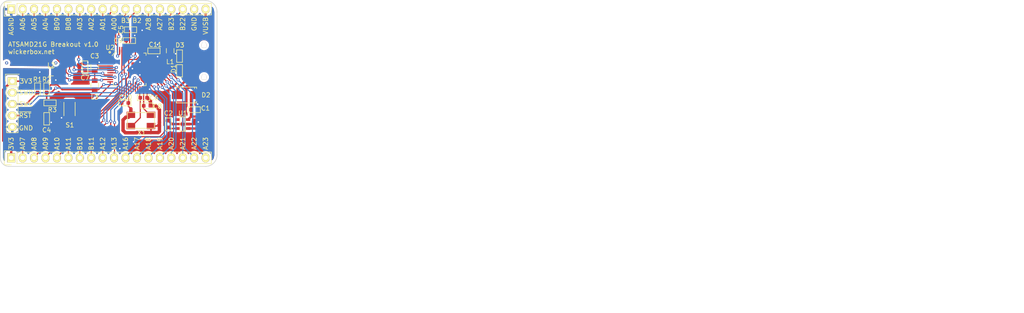
<source format=kicad_pcb>
(kicad_pcb (version 4) (host pcbnew 4.0.5-e0-6337~49~ubuntu16.04.1)

  (general
    (links 95)
    (no_connects 0)
    (area 60.7958 56.388 178.510001 123.265001)
    (thickness 1.6)
    (drawings 51)
    (tracks 582)
    (zones 0)
    (modules 28)
    (nets 49)
  )

  (page USLetter)
  (title_block
    (title "ATSAMD21G18 Cortex M0 Breakout Board")
    (date "27 Jul 2017")
    (rev 1.0)
    (company "CERN Open Hardware License v1.2")
    (comment 1 jenner@wickerbox.net)
    (comment 2 http://wickerbox.net)
    (comment 3 "Wickerbox Electronics")
  )

  (layers
    (0 F.Cu signal)
    (31 B.Cu signal)
    (34 B.Paste user)
    (35 F.Paste user)
    (36 B.SilkS user)
    (37 F.SilkS user)
    (38 B.Mask user)
    (39 F.Mask user)
    (40 Dwgs.User user)
    (44 Edge.Cuts user)
    (46 B.CrtYd user)
    (47 F.CrtYd user)
    (48 B.Fab user)
    (49 F.Fab user)
  )

  (setup
    (last_trace_width 0.2032)
    (user_trace_width 0.1524)
    (user_trace_width 0.254)
    (user_trace_width 0.3302)
    (user_trace_width 0.508)
    (user_trace_width 0.762)
    (user_trace_width 1.27)
    (trace_clearance 0.2032)
    (zone_clearance 0.508)
    (zone_45_only yes)
    (trace_min 0.1524)
    (segment_width 0.1524)
    (edge_width 0.1524)
    (via_size 0.6858)
    (via_drill 0.3302)
    (via_min_size 0.6858)
    (via_min_drill 0.3302)
    (user_via 0.6858 0.3302)
    (user_via 0.762 0.4064)
    (user_via 0.8636 0.508)
    (uvia_size 0.6858)
    (uvia_drill 0.3302)
    (uvias_allowed no)
    (uvia_min_size 0)
    (uvia_min_drill 0)
    (pcb_text_width 0.1524)
    (pcb_text_size 1.016 1.016)
    (mod_edge_width 0.1524)
    (mod_text_size 1.016 1.016)
    (mod_text_width 0.1524)
    (pad_size 1.524 1.524)
    (pad_drill 0.762)
    (pad_to_mask_clearance 0.0762)
    (solder_mask_min_width 0.1016)
    (pad_to_paste_clearance -0.0762)
    (aux_axis_origin 0 0)
    (visible_elements FFFEDF7D)
    (pcbplotparams
      (layerselection 0x310fc_80000001)
      (usegerberextensions true)
      (excludeedgelayer true)
      (linewidth 0.100000)
      (plotframeref false)
      (viasonmask false)
      (mode 1)
      (useauxorigin false)
      (hpglpennumber 1)
      (hpglpenspeed 20)
      (hpglpendiameter 15)
      (hpglpenoverlay 2)
      (psnegative false)
      (psa4output false)
      (plotreference true)
      (plotvalue true)
      (plotinvisibletext false)
      (padsonsilk false)
      (subtractmaskfromsilk false)
      (outputformat 1)
      (mirror false)
      (drillshape 0)
      (scaleselection 1)
      (outputdirectory gerbers))
  )

  (net 0 "")
  (net 1 VUSB)
  (net 2 GND)
  (net 3 +3V3)
  (net 4 /VDDANA)
  (net 5 AGND)
  (net 6 /~RESET)
  (net 7 "Net-(C5-Pad1)")
  (net 8 "Net-(C6-Pad1)")
  (net 9 "Net-(C8-Pad1)")
  (net 10 /USB_D-)
  (net 11 /VUSB_IN)
  (net 12 /USB_D+)
  (net 13 /SWDIO)
  (net 14 /SWCLK)
  (net 15 "Net-(J2-Pad5)")
  (net 16 "Net-(R3-Pad2)")
  (net 17 /PA06)
  (net 18 /PA05)
  (net 19 /PA04)
  (net 20 /PA09)
  (net 21 /PA08)
  (net 22 /PA03)
  (net 23 /PA02)
  (net 24 /PA01)
  (net 25 /PA00)
  (net 26 /PB03)
  (net 27 /PB02)
  (net 28 /PA28)
  (net 29 /PA27)
  (net 30 /PB23)
  (net 31 /PB22)
  (net 32 /PA07)
  (net 33 /PA10)
  (net 34 /PA11)
  (net 35 /PB10)
  (net 36 /PB11)
  (net 37 /PA12)
  (net 38 /PA13)
  (net 39 /PA16)
  (net 40 /PA17)
  (net 41 /PA18)
  (net 42 /PA19)
  (net 43 /PA20)
  (net 44 /PA21)
  (net 45 /PA22)
  (net 46 /PA23)
  (net 47 /PB09)
  (net 48 /PB08)

  (net_class Default "This is the default net class."
    (clearance 0.2032)
    (trace_width 0.2032)
    (via_dia 0.6858)
    (via_drill 0.3302)
    (uvia_dia 0.6858)
    (uvia_drill 0.3302)
    (add_net +3V3)
    (add_net /PA00)
    (add_net /PA01)
    (add_net /PA02)
    (add_net /PA03)
    (add_net /PA04)
    (add_net /PA05)
    (add_net /PA06)
    (add_net /PA07)
    (add_net /PA08)
    (add_net /PA09)
    (add_net /PA10)
    (add_net /PA11)
    (add_net /PA12)
    (add_net /PA13)
    (add_net /PA16)
    (add_net /PA17)
    (add_net /PA18)
    (add_net /PA19)
    (add_net /PA20)
    (add_net /PA21)
    (add_net /PA22)
    (add_net /PA23)
    (add_net /PA27)
    (add_net /PA28)
    (add_net /PB02)
    (add_net /PB03)
    (add_net /PB08)
    (add_net /PB09)
    (add_net /PB10)
    (add_net /PB11)
    (add_net /PB22)
    (add_net /PB23)
    (add_net /SWCLK)
    (add_net /SWDIO)
    (add_net /USB_D+)
    (add_net /USB_D-)
    (add_net /VDDANA)
    (add_net /VUSB_IN)
    (add_net /~RESET)
    (add_net AGND)
    (add_net GND)
    (add_net "Net-(C5-Pad1)")
    (add_net "Net-(C6-Pad1)")
    (add_net "Net-(C8-Pad1)")
    (add_net "Net-(J2-Pad5)")
    (add_net "Net-(R3-Pad2)")
    (add_net VUSB)
  )

  (module Wickerlib:CONN-USB-MICRO-B-AMPHENOL-10118193-0001LF (layer F.Cu) (tedit 59862837) (tstamp 59810125)
    (at 64.897 41.1672 90)
    (descr "Micro USB Type B 10103594-0001LF")
    (tags "USB USB_B USB_micro USB_OTG")
    (path /5976A1F4)
    (attr smd)
    (fp_text reference J2 (at 0 -1.25 90) (layer F.Fab)
      (effects (font (size 2.032 2.032) (thickness 0.254)))
    )
    (fp_text value "MICRO USB" (at -0.25 0.25 90) (layer F.Fab) hide
      (effects (font (size 1 1) (thickness 0.15)))
    )
    (fp_text user %R (at 4.1594 2.3622 90) (layer F.SilkS) hide
      (effects (font (size 1 1) (thickness 0.15)))
    )
    (fp_line (start -5 1.5) (end -5 -3.75) (layer F.Fab) (width 0.05))
    (fp_line (start 5 1.5) (end -5 1.5) (layer F.Fab) (width 0.05))
    (fp_line (start 5 -3.75) (end 5 1.5) (layer F.Fab) (width 0.05))
    (fp_line (start -5 -3.75) (end 5 -3.75) (layer F.Fab) (width 0.05))
    (fp_line (start 5.0546 1.524) (end -5.08 1.524) (layer F.CrtYd) (width 0.05))
    (fp_line (start -5.08 -3.8608) (end -5.08 1.524) (layer F.CrtYd) (width 0.05))
    (fp_line (start 5.08 -3.8608) (end 5.08 1.524) (layer F.CrtYd) (width 0.05))
    (fp_line (start 5.08 -3.8862) (end -5.0546 -3.8862) (layer F.CrtYd) (width 0.05))
    (pad 1 smd rect (at -1.3 -2.675 180) (size 1.35 0.4) (layers F.Cu F.Paste F.Mask)
      (net 11 /VUSB_IN))
    (pad 2 smd rect (at -0.65 -2.675 180) (size 1.35 0.4) (layers F.Cu F.Paste F.Mask)
      (net 10 /USB_D-))
    (pad 3 smd rect (at -0.0009 -2.675 180) (size 1.35 0.4) (layers F.Cu F.Paste F.Mask)
      (net 12 /USB_D+))
    (pad 4 smd rect (at 0.65 -2.675 180) (size 1.35 0.4) (layers F.Cu F.Paste F.Mask))
    (pad 5 smd rect (at 1.3 -2.675 180) (size 1.35 0.4) (layers F.Cu F.Paste F.Mask)
      (net 15 "Net-(J2-Pad5)"))
    (pad 6 smd rect (at -3.2 -2.45 180) (size 1.4 1.6) (layers F.Cu F.Paste F.Mask))
    (pad 6 thru_hole circle (at -3.55 0 180) (size 1.2 1.2) (drill 1.2) (layers *.Cu *.Mask F.SilkS))
    (pad 6 smd rect (at -1.2 0 180) (size 1.9 1.9) (layers F.Cu F.Paste F.Mask))
    (pad 6 smd rect (at 1.2 0 180) (size 1.9 1.9) (layers F.Cu F.Paste F.Mask))
    (pad 6 smd rect (at 3.2 -2.45 180) (size 1.4 1.6) (layers F.Cu F.Paste F.Mask))
    (pad 6 thru_hole circle (at 3.55 0 180) (size 1.2 1.2) (drill 1.2) (layers *.Cu *.Mask F.SilkS))
  )

  (module Wickerlib:RLC-0603-SMD (layer F.Cu) (tedit 579029AB) (tstamp 598100B9)
    (at 62.75 51.943)
    (descr "Capacitor SMD RLC-0603-SMD, reflow soldering, AVX (see smccp.pdf)")
    (tags "capacitor RLC-0603-SMD")
    (path /5981ABBC)
    (attr smd)
    (fp_text reference C1 (at 0.09 0.04) (layer F.Fab)
      (effects (font (size 0.8 0.8) (thickness 0.15)))
    )
    (fp_text value 1uF (at 0 1.9) (layer F.Fab) hide
      (effects (font (size 1 1) (thickness 0.15)))
    )
    (fp_line (start -1.397 -0.635) (end -1.397 0.635) (layer F.SilkS) (width 0.1524))
    (fp_line (start 1.3335 -0.635) (end 1.3335 0.635) (layer F.SilkS) (width 0.1524))
    (fp_text user %R (at 2.4645 -0.3175) (layer F.SilkS)
      (effects (font (size 1 1) (thickness 0.15)))
    )
    (fp_line (start -1.45 -0.75) (end 1.45 -0.75) (layer F.Fab) (width 0.05))
    (fp_line (start -1.45 0.75) (end 1.45 0.75) (layer F.CrtYd) (width 0.05))
    (fp_line (start -1.45 -0.75) (end -1.45 0.75) (layer F.CrtYd) (width 0.05))
    (fp_line (start 1.45 -0.75) (end 1.45 0.75) (layer F.CrtYd) (width 0.05))
    (fp_line (start -1.397 -0.635) (end 1.3335 -0.635) (layer F.SilkS) (width 0.15))
    (fp_line (start 1.3335 0.635) (end -1.397 0.635) (layer F.SilkS) (width 0.15))
    (fp_line (start -1.45 -0.75) (end 1.45 -0.75) (layer F.CrtYd) (width 0.05))
    (fp_line (start -1.45 -0.75) (end -1.45 0.75) (layer F.Fab) (width 0.05))
    (fp_line (start 1.45 -0.75) (end 1.45 0.75) (layer F.Fab) (width 0.05))
    (fp_line (start -1.45 0.75) (end 1.45 0.75) (layer F.Fab) (width 0.05))
    (pad 1 smd rect (at -0.75 0) (size 0.8 0.75) (layers F.Cu F.Paste F.Mask)
      (net 1 VUSB))
    (pad 2 smd rect (at 0.75 0) (size 0.8 0.75) (layers F.Cu F.Paste F.Mask)
      (net 2 GND))
  )

  (module Wickerlib:RLC-0603-SMD (layer F.Cu) (tedit 579029AB) (tstamp 598100BF)
    (at 56.9976 55.1314 90)
    (descr "Capacitor SMD RLC-0603-SMD, reflow soldering, AVX (see smccp.pdf)")
    (tags "capacitor RLC-0603-SMD")
    (path /5981AF13)
    (attr smd)
    (fp_text reference C2 (at 0.09 0.04 90) (layer F.Fab)
      (effects (font (size 0.8 0.8) (thickness 0.15)))
    )
    (fp_text value 1uF (at 0 1.9 90) (layer F.Fab) hide
      (effects (font (size 1 1) (thickness 0.15)))
    )
    (fp_line (start -1.397 -0.635) (end -1.397 0.635) (layer F.SilkS) (width 0.1524))
    (fp_line (start 1.3335 -0.635) (end 1.3335 0.635) (layer F.SilkS) (width 0.1524))
    (fp_text user %R (at 2.401 0 180) (layer F.SilkS)
      (effects (font (size 1 1) (thickness 0.15)))
    )
    (fp_line (start -1.45 -0.75) (end 1.45 -0.75) (layer F.Fab) (width 0.05))
    (fp_line (start -1.45 0.75) (end 1.45 0.75) (layer F.CrtYd) (width 0.05))
    (fp_line (start -1.45 -0.75) (end -1.45 0.75) (layer F.CrtYd) (width 0.05))
    (fp_line (start 1.45 -0.75) (end 1.45 0.75) (layer F.CrtYd) (width 0.05))
    (fp_line (start -1.397 -0.635) (end 1.3335 -0.635) (layer F.SilkS) (width 0.15))
    (fp_line (start 1.3335 0.635) (end -1.397 0.635) (layer F.SilkS) (width 0.15))
    (fp_line (start -1.45 -0.75) (end 1.45 -0.75) (layer F.CrtYd) (width 0.05))
    (fp_line (start -1.45 -0.75) (end -1.45 0.75) (layer F.Fab) (width 0.05))
    (fp_line (start 1.45 -0.75) (end 1.45 0.75) (layer F.Fab) (width 0.05))
    (fp_line (start -1.45 0.75) (end 1.45 0.75) (layer F.Fab) (width 0.05))
    (pad 1 smd rect (at -0.75 0 90) (size 0.8 0.75) (layers F.Cu F.Paste F.Mask)
      (net 3 +3V3))
    (pad 2 smd rect (at 0.75 0 90) (size 0.8 0.75) (layers F.Cu F.Paste F.Mask)
      (net 2 GND))
  )

  (module Wickerlib:RLC-0805-SMD (layer F.Cu) (tedit 57904162) (tstamp 598100C5)
    (at 40.6146 42.4274 90)
    (descr "Capacitor SMD RLC-0805-SMD, reflow soldering, AVX (see smccp.pdf)")
    (tags "capacitor RLC-0805-SMD")
    (path /5982D878)
    (attr smd)
    (fp_text reference C3 (at 0 0 270) (layer F.Fab)
      (effects (font (size 1 1) (thickness 0.15)))
    )
    (fp_text value 10uF (at 0 0 90) (layer F.Fab) hide
      (effects (font (size 1 1) (thickness 0.15)))
    )
    (fp_text user %R (at 2.397 0 180) (layer F.SilkS)
      (effects (font (size 1 1) (thickness 0.15)))
    )
    (fp_line (start 1.778 1.016) (end 1.778 -1.016) (layer F.Fab) (width 0.05))
    (fp_line (start -1.778 1.016) (end 1.778 1.016) (layer F.Fab) (width 0.05))
    (fp_line (start -1.778 -1.016) (end -1.778 1.016) (layer F.Fab) (width 0.05))
    (fp_line (start 1.778 -1.016) (end -1.778 -1.016) (layer F.Fab) (width 0.05))
    (fp_line (start -1.8 -1) (end 1.8 -1) (layer F.CrtYd) (width 0.05))
    (fp_line (start -1.8 1) (end 1.8 1) (layer F.CrtYd) (width 0.05))
    (fp_line (start -1.8 -1) (end -1.8 1) (layer F.CrtYd) (width 0.05))
    (fp_line (start 1.8 -1) (end 1.8 1) (layer F.CrtYd) (width 0.05))
    (fp_line (start 0.5 -0.85) (end -0.5 -0.85) (layer F.SilkS) (width 0.15))
    (fp_line (start -0.5 0.85) (end 0.5 0.85) (layer F.SilkS) (width 0.15))
    (pad 1 smd rect (at -1 0 90) (size 1 1.25) (layers F.Cu F.Paste F.Mask)
      (net 4 /VDDANA))
    (pad 2 smd rect (at 1 0 90) (size 1 1.25) (layers F.Cu F.Paste F.Mask)
      (net 5 AGND))
  )

  (module Wickerlib:RLC-0603-SMD (layer F.Cu) (tedit 579029AB) (tstamp 598100CB)
    (at 29.9466 54.0004 270)
    (descr "Capacitor SMD RLC-0603-SMD, reflow soldering, AVX (see smccp.pdf)")
    (tags "capacitor RLC-0603-SMD")
    (path /5983B339)
    (attr smd)
    (fp_text reference C4 (at 0.09 0.04 270) (layer F.Fab)
      (effects (font (size 0.8 0.8) (thickness 0.15)))
    )
    (fp_text value 100nF (at 0 1.9 270) (layer F.Fab) hide
      (effects (font (size 1 1) (thickness 0.15)))
    )
    (fp_line (start -1.397 -0.635) (end -1.397 0.635) (layer F.SilkS) (width 0.1524))
    (fp_line (start 1.3335 -0.635) (end 1.3335 0.635) (layer F.SilkS) (width 0.1524))
    (fp_text user %R (at 2.4645 0 360) (layer F.SilkS)
      (effects (font (size 1 1) (thickness 0.15)))
    )
    (fp_line (start -1.45 -0.75) (end 1.45 -0.75) (layer F.Fab) (width 0.05))
    (fp_line (start -1.45 0.75) (end 1.45 0.75) (layer F.CrtYd) (width 0.05))
    (fp_line (start -1.45 -0.75) (end -1.45 0.75) (layer F.CrtYd) (width 0.05))
    (fp_line (start 1.45 -0.75) (end 1.45 0.75) (layer F.CrtYd) (width 0.05))
    (fp_line (start -1.397 -0.635) (end 1.3335 -0.635) (layer F.SilkS) (width 0.15))
    (fp_line (start 1.3335 0.635) (end -1.397 0.635) (layer F.SilkS) (width 0.15))
    (fp_line (start -1.45 -0.75) (end 1.45 -0.75) (layer F.CrtYd) (width 0.05))
    (fp_line (start -1.45 -0.75) (end -1.45 0.75) (layer F.Fab) (width 0.05))
    (fp_line (start 1.45 -0.75) (end 1.45 0.75) (layer F.Fab) (width 0.05))
    (fp_line (start -1.45 0.75) (end 1.45 0.75) (layer F.Fab) (width 0.05))
    (pad 1 smd rect (at -0.75 0 270) (size 0.8 0.75) (layers F.Cu F.Paste F.Mask)
      (net 6 /~RESET))
    (pad 2 smd rect (at 0.75 0 270) (size 0.8 0.75) (layers F.Cu F.Paste F.Mask)
      (net 2 GND))
  )

  (module Wickerlib:RLC-0603-SMD (layer F.Cu) (tedit 579029AB) (tstamp 598100D7)
    (at 51.4966 49.2882)
    (descr "Capacitor SMD RLC-0603-SMD, reflow soldering, AVX (see smccp.pdf)")
    (tags "capacitor RLC-0603-SMD")
    (path /5976E5FD)
    (attr smd)
    (fp_text reference C6 (at 0.09 0.04) (layer F.Fab)
      (effects (font (size 0.8 0.8) (thickness 0.15)))
    )
    (fp_text value 22pF (at 0 1.9) (layer F.Fab) hide
      (effects (font (size 1 1) (thickness 0.15)))
    )
    (fp_line (start -1.397 -0.635) (end -1.397 0.635) (layer F.SilkS) (width 0.1524))
    (fp_line (start 1.3335 -0.635) (end 1.3335 0.635) (layer F.SilkS) (width 0.1524))
    (fp_text user %R (at 2.326 0.0132 180) (layer F.SilkS)
      (effects (font (size 1 1) (thickness 0.15)))
    )
    (fp_line (start -1.45 -0.75) (end 1.45 -0.75) (layer F.Fab) (width 0.05))
    (fp_line (start -1.45 0.75) (end 1.45 0.75) (layer F.CrtYd) (width 0.05))
    (fp_line (start -1.45 -0.75) (end -1.45 0.75) (layer F.CrtYd) (width 0.05))
    (fp_line (start 1.45 -0.75) (end 1.45 0.75) (layer F.CrtYd) (width 0.05))
    (fp_line (start -1.397 -0.635) (end 1.3335 -0.635) (layer F.SilkS) (width 0.15))
    (fp_line (start 1.3335 0.635) (end -1.397 0.635) (layer F.SilkS) (width 0.15))
    (fp_line (start -1.45 -0.75) (end 1.45 -0.75) (layer F.CrtYd) (width 0.05))
    (fp_line (start -1.45 -0.75) (end -1.45 0.75) (layer F.Fab) (width 0.05))
    (fp_line (start 1.45 -0.75) (end 1.45 0.75) (layer F.Fab) (width 0.05))
    (fp_line (start -1.45 0.75) (end 1.45 0.75) (layer F.Fab) (width 0.05))
    (pad 1 smd rect (at -0.75 0) (size 0.8 0.75) (layers F.Cu F.Paste F.Mask)
      (net 8 "Net-(C6-Pad1)"))
    (pad 2 smd rect (at 0.75 0) (size 0.8 0.75) (layers F.Cu F.Paste F.Mask)
      (net 2 GND))
  )

  (module Wickerlib:RLC-0603-SMD (layer F.Cu) (tedit 579029AB) (tstamp 598100DD)
    (at 38.4556 42.4434 90)
    (descr "Capacitor SMD RLC-0603-SMD, reflow soldering, AVX (see smccp.pdf)")
    (tags "capacitor RLC-0603-SMD")
    (path /5982D62E)
    (attr smd)
    (fp_text reference C7 (at 0.09 0.04 90) (layer F.Fab)
      (effects (font (size 0.8 0.8) (thickness 0.15)))
    )
    (fp_text value 100nF (at 0 1.9 90) (layer F.Fab) hide
      (effects (font (size 1 1) (thickness 0.15)))
    )
    (fp_line (start -1.397 -0.635) (end -1.397 0.635) (layer F.SilkS) (width 0.1524))
    (fp_line (start 1.3335 -0.635) (end 1.3335 0.635) (layer F.SilkS) (width 0.1524))
    (fp_text user %R (at -2.413 0 180) (layer F.SilkS)
      (effects (font (size 1 1) (thickness 0.15)))
    )
    (fp_line (start -1.45 -0.75) (end 1.45 -0.75) (layer F.Fab) (width 0.05))
    (fp_line (start -1.45 0.75) (end 1.45 0.75) (layer F.CrtYd) (width 0.05))
    (fp_line (start -1.45 -0.75) (end -1.45 0.75) (layer F.CrtYd) (width 0.05))
    (fp_line (start 1.45 -0.75) (end 1.45 0.75) (layer F.CrtYd) (width 0.05))
    (fp_line (start -1.397 -0.635) (end 1.3335 -0.635) (layer F.SilkS) (width 0.15))
    (fp_line (start 1.3335 0.635) (end -1.397 0.635) (layer F.SilkS) (width 0.15))
    (fp_line (start -1.45 -0.75) (end 1.45 -0.75) (layer F.CrtYd) (width 0.05))
    (fp_line (start -1.45 -0.75) (end -1.45 0.75) (layer F.Fab) (width 0.05))
    (fp_line (start 1.45 -0.75) (end 1.45 0.75) (layer F.Fab) (width 0.05))
    (fp_line (start -1.45 0.75) (end 1.45 0.75) (layer F.Fab) (width 0.05))
    (pad 1 smd rect (at -0.75 0 90) (size 0.8 0.75) (layers F.Cu F.Paste F.Mask)
      (net 4 /VDDANA))
    (pad 2 smd rect (at 0.75 0 90) (size 0.8 0.75) (layers F.Cu F.Paste F.Mask)
      (net 5 AGND))
  )

  (module Wickerlib:RLC-0603-SMD (layer F.Cu) (tedit 579029AB) (tstamp 598100E3)
    (at 52.2466 51.0882)
    (descr "Capacitor SMD RLC-0603-SMD, reflow soldering, AVX (see smccp.pdf)")
    (tags "capacitor RLC-0603-SMD")
    (path /5976E79E)
    (attr smd)
    (fp_text reference C8 (at 0.09 0.04) (layer F.Fab)
      (effects (font (size 0.8 0.8) (thickness 0.15)))
    )
    (fp_text value 22pF (at 0 1.9) (layer F.Fab) hide
      (effects (font (size 1 1) (thickness 0.15)))
    )
    (fp_line (start -1.397 -0.635) (end -1.397 0.635) (layer F.SilkS) (width 0.1524))
    (fp_line (start 1.3335 -0.635) (end 1.3335 0.635) (layer F.SilkS) (width 0.1524))
    (fp_text user %R (at 2.338 0.1 180) (layer F.SilkS)
      (effects (font (size 1 1) (thickness 0.15)))
    )
    (fp_line (start -1.45 -0.75) (end 1.45 -0.75) (layer F.Fab) (width 0.05))
    (fp_line (start -1.45 0.75) (end 1.45 0.75) (layer F.CrtYd) (width 0.05))
    (fp_line (start -1.45 -0.75) (end -1.45 0.75) (layer F.CrtYd) (width 0.05))
    (fp_line (start 1.45 -0.75) (end 1.45 0.75) (layer F.CrtYd) (width 0.05))
    (fp_line (start -1.397 -0.635) (end 1.3335 -0.635) (layer F.SilkS) (width 0.15))
    (fp_line (start 1.3335 0.635) (end -1.397 0.635) (layer F.SilkS) (width 0.15))
    (fp_line (start -1.45 -0.75) (end 1.45 -0.75) (layer F.CrtYd) (width 0.05))
    (fp_line (start -1.45 -0.75) (end -1.45 0.75) (layer F.Fab) (width 0.05))
    (fp_line (start 1.45 -0.75) (end 1.45 0.75) (layer F.Fab) (width 0.05))
    (fp_line (start -1.45 0.75) (end 1.45 0.75) (layer F.Fab) (width 0.05))
    (pad 1 smd rect (at -0.75 0) (size 0.8 0.75) (layers F.Cu F.Paste F.Mask)
      (net 9 "Net-(C8-Pad1)"))
    (pad 2 smd rect (at 0.75 0) (size 0.8 0.75) (layers F.Cu F.Paste F.Mask)
      (net 2 GND))
  )

  (module Wickerlib:RLC-0603-SMD (layer F.Cu) (tedit 579029AB) (tstamp 598100E9)
    (at 48.3496 36.6014)
    (descr "Capacitor SMD RLC-0603-SMD, reflow soldering, AVX (see smccp.pdf)")
    (tags "capacitor RLC-0603-SMD")
    (path /5976929F)
    (attr smd)
    (fp_text reference C9 (at 0.09 0.04) (layer F.Fab)
      (effects (font (size 0.8 0.8) (thickness 0.15)))
    )
    (fp_text value 100nF (at 0 1.9) (layer F.Fab) hide
      (effects (font (size 1 1) (thickness 0.15)))
    )
    (fp_line (start -1.397 -0.635) (end -1.397 0.635) (layer F.SilkS) (width 0.1524))
    (fp_line (start 1.3335 -0.635) (end 1.3335 0.635) (layer F.SilkS) (width 0.1524))
    (fp_text user %R (at -2.528 0) (layer F.SilkS)
      (effects (font (size 1 1) (thickness 0.15)))
    )
    (fp_line (start -1.45 -0.75) (end 1.45 -0.75) (layer F.Fab) (width 0.05))
    (fp_line (start -1.45 0.75) (end 1.45 0.75) (layer F.CrtYd) (width 0.05))
    (fp_line (start -1.45 -0.75) (end -1.45 0.75) (layer F.CrtYd) (width 0.05))
    (fp_line (start 1.45 -0.75) (end 1.45 0.75) (layer F.CrtYd) (width 0.05))
    (fp_line (start -1.397 -0.635) (end 1.3335 -0.635) (layer F.SilkS) (width 0.15))
    (fp_line (start 1.3335 0.635) (end -1.397 0.635) (layer F.SilkS) (width 0.15))
    (fp_line (start -1.45 -0.75) (end 1.45 -0.75) (layer F.CrtYd) (width 0.05))
    (fp_line (start -1.45 -0.75) (end -1.45 0.75) (layer F.Fab) (width 0.05))
    (fp_line (start 1.45 -0.75) (end 1.45 0.75) (layer F.Fab) (width 0.05))
    (fp_line (start -1.45 0.75) (end 1.45 0.75) (layer F.Fab) (width 0.05))
    (pad 1 smd rect (at -0.75 0) (size 0.8 0.75) (layers F.Cu F.Paste F.Mask)
      (net 3 +3V3))
    (pad 2 smd rect (at 0.75 0) (size 0.8 0.75) (layers F.Cu F.Paste F.Mask)
      (net 2 GND))
  )

  (module Wickerlib:RLC-0603-SMD (layer F.Cu) (tedit 579029AB) (tstamp 598100EF)
    (at 47.3336 50.4444)
    (descr "Capacitor SMD RLC-0603-SMD, reflow soldering, AVX (see smccp.pdf)")
    (tags "capacitor RLC-0603-SMD")
    (path /59769338)
    (attr smd)
    (fp_text reference C10 (at 0.09 0.04) (layer F.Fab)
      (effects (font (size 0.8 0.8) (thickness 0.15)))
    )
    (fp_text value 100nF (at 0 1.9) (layer F.Fab) hide
      (effects (font (size 1 1) (thickness 0.15)))
    )
    (fp_line (start -1.397 -0.635) (end -1.397 0.635) (layer F.SilkS) (width 0.1524))
    (fp_line (start 1.3335 -0.635) (end 1.3335 0.635) (layer F.SilkS) (width 0.1524))
    (fp_text user %R (at 0.139 -1.27) (layer F.SilkS)
      (effects (font (size 1 1) (thickness 0.15)))
    )
    (fp_line (start -1.45 -0.75) (end 1.45 -0.75) (layer F.Fab) (width 0.05))
    (fp_line (start -1.45 0.75) (end 1.45 0.75) (layer F.CrtYd) (width 0.05))
    (fp_line (start -1.45 -0.75) (end -1.45 0.75) (layer F.CrtYd) (width 0.05))
    (fp_line (start 1.45 -0.75) (end 1.45 0.75) (layer F.CrtYd) (width 0.05))
    (fp_line (start -1.397 -0.635) (end 1.3335 -0.635) (layer F.SilkS) (width 0.15))
    (fp_line (start 1.3335 0.635) (end -1.397 0.635) (layer F.SilkS) (width 0.15))
    (fp_line (start -1.45 -0.75) (end 1.45 -0.75) (layer F.CrtYd) (width 0.05))
    (fp_line (start -1.45 -0.75) (end -1.45 0.75) (layer F.Fab) (width 0.05))
    (fp_line (start 1.45 -0.75) (end 1.45 0.75) (layer F.Fab) (width 0.05))
    (fp_line (start -1.45 0.75) (end 1.45 0.75) (layer F.Fab) (width 0.05))
    (pad 1 smd rect (at -0.75 0) (size 0.8 0.75) (layers F.Cu F.Paste F.Mask)
      (net 3 +3V3))
    (pad 2 smd rect (at 0.75 0) (size 0.8 0.75) (layers F.Cu F.Paste F.Mask)
      (net 2 GND))
  )

  (module Wickerlib:RLC-0603-SMD (layer F.Cu) (tedit 579029AB) (tstamp 598100F5)
    (at 53.8106 38.8874)
    (descr "Capacitor SMD RLC-0603-SMD, reflow soldering, AVX (see smccp.pdf)")
    (tags "capacitor RLC-0603-SMD")
    (path /59769394)
    (attr smd)
    (fp_text reference C11 (at 0.09 0.04) (layer F.Fab)
      (effects (font (size 0.8 0.8) (thickness 0.15)))
    )
    (fp_text value 100nF (at 0 1.9) (layer F.Fab) hide
      (effects (font (size 1 1) (thickness 0.15)))
    )
    (fp_line (start -1.397 -0.635) (end -1.397 0.635) (layer F.SilkS) (width 0.1524))
    (fp_line (start 1.3335 -0.635) (end 1.3335 0.635) (layer F.SilkS) (width 0.1524))
    (fp_text user %R (at 0.266 -1.397 180) (layer F.SilkS)
      (effects (font (size 1 1) (thickness 0.15)))
    )
    (fp_line (start -1.45 -0.75) (end 1.45 -0.75) (layer F.Fab) (width 0.05))
    (fp_line (start -1.45 0.75) (end 1.45 0.75) (layer F.CrtYd) (width 0.05))
    (fp_line (start -1.45 -0.75) (end -1.45 0.75) (layer F.CrtYd) (width 0.05))
    (fp_line (start 1.45 -0.75) (end 1.45 0.75) (layer F.CrtYd) (width 0.05))
    (fp_line (start -1.397 -0.635) (end 1.3335 -0.635) (layer F.SilkS) (width 0.15))
    (fp_line (start 1.3335 0.635) (end -1.397 0.635) (layer F.SilkS) (width 0.15))
    (fp_line (start -1.45 -0.75) (end 1.45 -0.75) (layer F.CrtYd) (width 0.05))
    (fp_line (start -1.45 -0.75) (end -1.45 0.75) (layer F.Fab) (width 0.05))
    (fp_line (start 1.45 -0.75) (end 1.45 0.75) (layer F.Fab) (width 0.05))
    (fp_line (start -1.45 0.75) (end 1.45 0.75) (layer F.Fab) (width 0.05))
    (pad 1 smd rect (at -0.75 0) (size 0.8 0.75) (layers F.Cu F.Paste F.Mask)
      (net 3 +3V3))
    (pad 2 smd rect (at 0.75 0) (size 0.8 0.75) (layers F.Cu F.Paste F.Mask)
      (net 2 GND))
  )

  (module Wickerlib:RLC-0603-SMD (layer F.Cu) (tedit 579029AB) (tstamp 59810101)
    (at 59.4614 43.3458 270)
    (descr "Capacitor SMD RLC-0603-SMD, reflow soldering, AVX (see smccp.pdf)")
    (tags "capacitor RLC-0603-SMD")
    (path /5976B567)
    (attr smd)
    (fp_text reference D1 (at 0.09 0.04 270) (layer F.Fab)
      (effects (font (size 0.8 0.8) (thickness 0.15)))
    )
    (fp_text value CG0603MLC-05E (at 0 1.9 270) (layer F.Fab) hide
      (effects (font (size 1 1) (thickness 0.15)))
    )
    (fp_line (start -1.397 -0.635) (end -1.397 0.635) (layer F.SilkS) (width 0.1524))
    (fp_line (start 1.3335 -0.635) (end 1.3335 0.635) (layer F.SilkS) (width 0.1524))
    (fp_text user %R (at -0.5214 1.3208 450) (layer F.SilkS)
      (effects (font (size 1 1) (thickness 0.15)))
    )
    (fp_line (start -1.45 -0.75) (end 1.45 -0.75) (layer F.Fab) (width 0.05))
    (fp_line (start -1.45 0.75) (end 1.45 0.75) (layer F.CrtYd) (width 0.05))
    (fp_line (start -1.45 -0.75) (end -1.45 0.75) (layer F.CrtYd) (width 0.05))
    (fp_line (start 1.45 -0.75) (end 1.45 0.75) (layer F.CrtYd) (width 0.05))
    (fp_line (start -1.397 -0.635) (end 1.3335 -0.635) (layer F.SilkS) (width 0.15))
    (fp_line (start 1.3335 0.635) (end -1.397 0.635) (layer F.SilkS) (width 0.15))
    (fp_line (start -1.45 -0.75) (end 1.45 -0.75) (layer F.CrtYd) (width 0.05))
    (fp_line (start -1.45 -0.75) (end -1.45 0.75) (layer F.Fab) (width 0.05))
    (fp_line (start 1.45 -0.75) (end 1.45 0.75) (layer F.Fab) (width 0.05))
    (fp_line (start -1.45 0.75) (end 1.45 0.75) (layer F.Fab) (width 0.05))
    (pad 1 smd rect (at -0.75 0 270) (size 0.8 0.75) (layers F.Cu F.Paste F.Mask)
      (net 10 /USB_D-))
    (pad 2 smd rect (at 0.75 0 270) (size 0.8 0.75) (layers F.Cu F.Paste F.Mask)
      (net 2 GND))
  )

  (module Wickerlib:DIODE-SMA (layer F.Cu) (tedit 58156C6D) (tstamp 59810107)
    (at 61.00318 48.6918 180)
    (descr "Diode SMA")
    (tags "Diode SMA")
    (path /5976C6A3)
    (attr smd)
    (fp_text reference D2 (at 0 0 180) (layer F.Fab)
      (effects (font (size 2.032 2.032) (thickness 0.254)))
    )
    (fp_text value "20V 1A" (at 0 0 180) (layer F.Fab) hide
      (effects (font (size 1 1) (thickness 0.15)))
    )
    (fp_line (start -3.048 -1.524) (end -3.048 1.524) (layer F.Fab) (width 0.1))
    (fp_text user %R (at -4.318 0 360) (layer F.SilkS)
      (effects (font (size 1 1) (thickness 0.15)))
    )
    (fp_line (start -3.5 -2) (end 3.5 -2) (layer F.CrtYd) (width 0.05))
    (fp_line (start 3.5 -2) (end 3.5 2) (layer F.CrtYd) (width 0.05))
    (fp_line (start 3.5 2) (end -3.5 2) (layer F.CrtYd) (width 0.05))
    (fp_line (start -3.5 2) (end -3.5 -2) (layer F.CrtYd) (width 0.05))
    (fp_circle (center 0 0) (end 0.20066 -0.0508) (layer F.Adhes) (width 0.381))
    (fp_line (start -1.79914 1.75006) (end -1.79914 1.39954) (layer F.SilkS) (width 0.15))
    (fp_line (start -1.79914 -1.75006) (end -1.79914 -1.39954) (layer F.SilkS) (width 0.15))
    (fp_line (start 2.25044 1.75006) (end 2.25044 1.39954) (layer F.SilkS) (width 0.15))
    (fp_line (start -2.25044 1.75006) (end -2.25044 1.39954) (layer F.SilkS) (width 0.15))
    (fp_line (start -2.25044 -1.75006) (end -2.25044 -1.39954) (layer F.SilkS) (width 0.15))
    (fp_line (start 2.25044 -1.75006) (end 2.25044 -1.39954) (layer F.SilkS) (width 0.15))
    (fp_line (start -2.25044 1.75006) (end 2.25044 1.75006) (layer F.SilkS) (width 0.15))
    (fp_line (start -2.25044 -1.75006) (end 2.25044 -1.75006) (layer F.SilkS) (width 0.15))
    (fp_line (start -3.5 2) (end -3.5 -2) (layer F.Fab) (width 0.05))
    (fp_line (start 3.5 2) (end -3.5 2) (layer F.Fab) (width 0.05))
    (fp_line (start 3.5 -2) (end 3.5 2) (layer F.Fab) (width 0.05))
    (fp_line (start -3.5 -2) (end 3.5 -2) (layer F.Fab) (width 0.05))
    (pad 1 smd rect (at -1.99898 0 180) (size 2.49936 1.80086) (layers F.Cu F.Paste F.Mask)
      (net 1 VUSB))
    (pad 2 smd rect (at 1.99898 0 180) (size 2.49936 1.80086) (layers F.Cu F.Paste F.Mask)
      (net 11 /VUSB_IN))
  )

  (module Wickerlib:RLC-0603-SMD (layer F.Cu) (tedit 579029AB) (tstamp 5981010D)
    (at 59.4614 40.017 90)
    (descr "Capacitor SMD RLC-0603-SMD, reflow soldering, AVX (see smccp.pdf)")
    (tags "capacitor RLC-0603-SMD")
    (path /5976B63C)
    (attr smd)
    (fp_text reference D3 (at 0.09 0.04 90) (layer F.Fab)
      (effects (font (size 0.8 0.8) (thickness 0.15)))
    )
    (fp_text value CG0603MLC-05E (at 0 1.9 90) (layer F.Fab) hide
      (effects (font (size 1 1) (thickness 0.15)))
    )
    (fp_line (start -1.397 -0.635) (end -1.397 0.635) (layer F.SilkS) (width 0.1524))
    (fp_line (start 1.3335 -0.635) (end 1.3335 0.635) (layer F.SilkS) (width 0.1524))
    (fp_text user %R (at 2.3996 0.0832 180) (layer F.SilkS)
      (effects (font (size 1 1) (thickness 0.15)))
    )
    (fp_line (start -1.45 -0.75) (end 1.45 -0.75) (layer F.Fab) (width 0.05))
    (fp_line (start -1.45 0.75) (end 1.45 0.75) (layer F.CrtYd) (width 0.05))
    (fp_line (start -1.45 -0.75) (end -1.45 0.75) (layer F.CrtYd) (width 0.05))
    (fp_line (start 1.45 -0.75) (end 1.45 0.75) (layer F.CrtYd) (width 0.05))
    (fp_line (start -1.397 -0.635) (end 1.3335 -0.635) (layer F.SilkS) (width 0.15))
    (fp_line (start 1.3335 0.635) (end -1.397 0.635) (layer F.SilkS) (width 0.15))
    (fp_line (start -1.45 -0.75) (end 1.45 -0.75) (layer F.CrtYd) (width 0.05))
    (fp_line (start -1.45 -0.75) (end -1.45 0.75) (layer F.Fab) (width 0.05))
    (fp_line (start 1.45 -0.75) (end 1.45 0.75) (layer F.Fab) (width 0.05))
    (fp_line (start -1.45 0.75) (end 1.45 0.75) (layer F.Fab) (width 0.05))
    (pad 1 smd rect (at -0.75 0 90) (size 0.8 0.75) (layers F.Cu F.Paste F.Mask)
      (net 12 /USB_D+))
    (pad 2 smd rect (at 0.75 0 90) (size 0.8 0.75) (layers F.Cu F.Paste F.Mask)
      (net 2 GND))
  )

  (module Wickerlib:RLC-0805-SMD (layer F.Cu) (tedit 57904162) (tstamp 5981012B)
    (at 57.3786 38.846 270)
    (descr "Capacitor SMD RLC-0805-SMD, reflow soldering, AVX (see smccp.pdf)")
    (tags "capacitor RLC-0805-SMD")
    (path /59876371)
    (attr smd)
    (fp_text reference L1 (at 0 0 450) (layer F.Fab)
      (effects (font (size 1 1) (thickness 0.15)))
    )
    (fp_text value FERRITE (at 0 0 270) (layer F.Fab) hide
      (effects (font (size 1 1) (thickness 0.15)))
    )
    (fp_text user %R (at 2.4544 0 360) (layer F.SilkS)
      (effects (font (size 1 1) (thickness 0.15)))
    )
    (fp_line (start 1.778 1.016) (end 1.778 -1.016) (layer F.Fab) (width 0.05))
    (fp_line (start -1.778 1.016) (end 1.778 1.016) (layer F.Fab) (width 0.05))
    (fp_line (start -1.778 -1.016) (end -1.778 1.016) (layer F.Fab) (width 0.05))
    (fp_line (start 1.778 -1.016) (end -1.778 -1.016) (layer F.Fab) (width 0.05))
    (fp_line (start -1.8 -1) (end 1.8 -1) (layer F.CrtYd) (width 0.05))
    (fp_line (start -1.8 1) (end 1.8 1) (layer F.CrtYd) (width 0.05))
    (fp_line (start -1.8 -1) (end -1.8 1) (layer F.CrtYd) (width 0.05))
    (fp_line (start 1.8 -1) (end 1.8 1) (layer F.CrtYd) (width 0.05))
    (fp_line (start 0.5 -0.85) (end -0.5 -0.85) (layer F.SilkS) (width 0.15))
    (fp_line (start -0.5 0.85) (end 0.5 0.85) (layer F.SilkS) (width 0.15))
    (pad 1 smd rect (at -1 0 270) (size 1 1.25) (layers F.Cu F.Paste F.Mask)
      (net 15 "Net-(J2-Pad5)"))
    (pad 2 smd rect (at 1 0 270) (size 1 1.25) (layers F.Cu F.Paste F.Mask)
      (net 2 GND))
  )

  (module Wickerlib:RLC-0805-SMD (layer F.Cu) (tedit 57904162) (tstamp 59810131)
    (at 30.9466 43.5864)
    (descr "Capacitor SMD RLC-0805-SMD, reflow soldering, AVX (see smccp.pdf)")
    (tags "capacitor RLC-0805-SMD")
    (path /59875402)
    (attr smd)
    (fp_text reference L2 (at 0 0 180) (layer F.Fab)
      (effects (font (size 1 1) (thickness 0.15)))
    )
    (fp_text value FERRITE (at 0 0) (layer F.Fab) hide
      (effects (font (size 1 1) (thickness 0.15)))
    )
    (fp_text user %R (at 0.016 -1.524) (layer F.SilkS)
      (effects (font (size 1 1) (thickness 0.15)))
    )
    (fp_line (start 1.778 1.016) (end 1.778 -1.016) (layer F.Fab) (width 0.05))
    (fp_line (start -1.778 1.016) (end 1.778 1.016) (layer F.Fab) (width 0.05))
    (fp_line (start -1.778 -1.016) (end -1.778 1.016) (layer F.Fab) (width 0.05))
    (fp_line (start 1.778 -1.016) (end -1.778 -1.016) (layer F.Fab) (width 0.05))
    (fp_line (start -1.8 -1) (end 1.8 -1) (layer F.CrtYd) (width 0.05))
    (fp_line (start -1.8 1) (end 1.8 1) (layer F.CrtYd) (width 0.05))
    (fp_line (start -1.8 -1) (end -1.8 1) (layer F.CrtYd) (width 0.05))
    (fp_line (start 1.8 -1) (end 1.8 1) (layer F.CrtYd) (width 0.05))
    (fp_line (start 0.5 -0.85) (end -0.5 -0.85) (layer F.SilkS) (width 0.15))
    (fp_line (start -0.5 0.85) (end 0.5 0.85) (layer F.SilkS) (width 0.15))
    (pad 1 smd rect (at -1 0) (size 1 1.25) (layers F.Cu F.Paste F.Mask)
      (net 2 GND))
    (pad 2 smd rect (at 1 0) (size 1 1.25) (layers F.Cu F.Paste F.Mask)
      (net 5 AGND))
  )

  (module Wickerlib:RLC-0805-SMD (layer F.Cu) (tedit 57904162) (tstamp 59810137)
    (at 40.6146 46.4914 270)
    (descr "Capacitor SMD RLC-0805-SMD, reflow soldering, AVX (see smccp.pdf)")
    (tags "capacitor RLC-0805-SMD")
    (path /5987643B)
    (attr smd)
    (fp_text reference L3 (at 0 0 450) (layer F.Fab)
      (effects (font (size 1 1) (thickness 0.15)))
    )
    (fp_text value FERRITE (at 0 0 270) (layer F.Fab) hide
      (effects (font (size 1 1) (thickness 0.15)))
    )
    (fp_text user %R (at 2.683 0 360) (layer F.SilkS)
      (effects (font (size 1 1) (thickness 0.15)))
    )
    (fp_line (start 1.778 1.016) (end 1.778 -1.016) (layer F.Fab) (width 0.05))
    (fp_line (start -1.778 1.016) (end 1.778 1.016) (layer F.Fab) (width 0.05))
    (fp_line (start -1.778 -1.016) (end -1.778 1.016) (layer F.Fab) (width 0.05))
    (fp_line (start 1.778 -1.016) (end -1.778 -1.016) (layer F.Fab) (width 0.05))
    (fp_line (start -1.8 -1) (end 1.8 -1) (layer F.CrtYd) (width 0.05))
    (fp_line (start -1.8 1) (end 1.8 1) (layer F.CrtYd) (width 0.05))
    (fp_line (start -1.8 -1) (end -1.8 1) (layer F.CrtYd) (width 0.05))
    (fp_line (start 1.8 -1) (end 1.8 1) (layer F.CrtYd) (width 0.05))
    (fp_line (start 0.5 -0.85) (end -0.5 -0.85) (layer F.SilkS) (width 0.15))
    (fp_line (start -0.5 0.85) (end 0.5 0.85) (layer F.SilkS) (width 0.15))
    (pad 1 smd rect (at -1 0 270) (size 1 1.25) (layers F.Cu F.Paste F.Mask)
      (net 4 /VDDANA))
    (pad 2 smd rect (at 1 0 270) (size 1 1.25) (layers F.Cu F.Paste F.Mask)
      (net 3 +3V3))
  )

  (module Wickerlib:RLC-0603-SMD (layer F.Cu) (tedit 579029AB) (tstamp 5981013D)
    (at 27.9146 47.3964 270)
    (descr "Capacitor SMD RLC-0603-SMD, reflow soldering, AVX (see smccp.pdf)")
    (tags "capacitor RLC-0603-SMD")
    (path /59848690)
    (attr smd)
    (fp_text reference R1 (at 0.09 0.04 270) (layer F.Fab)
      (effects (font (size 0.8 0.8) (thickness 0.15)))
    )
    (fp_text value 1K (at 0 1.9 270) (layer F.Fab) hide
      (effects (font (size 1 1) (thickness 0.15)))
    )
    (fp_line (start -1.397 -0.635) (end -1.397 0.635) (layer F.SilkS) (width 0.1524))
    (fp_line (start 1.3335 -0.635) (end 1.3335 0.635) (layer F.SilkS) (width 0.1524))
    (fp_text user %R (at -2.159 0 360) (layer F.SilkS)
      (effects (font (size 1 1) (thickness 0.15)))
    )
    (fp_line (start -1.45 -0.75) (end 1.45 -0.75) (layer F.Fab) (width 0.05))
    (fp_line (start -1.45 0.75) (end 1.45 0.75) (layer F.CrtYd) (width 0.05))
    (fp_line (start -1.45 -0.75) (end -1.45 0.75) (layer F.CrtYd) (width 0.05))
    (fp_line (start 1.45 -0.75) (end 1.45 0.75) (layer F.CrtYd) (width 0.05))
    (fp_line (start -1.397 -0.635) (end 1.3335 -0.635) (layer F.SilkS) (width 0.15))
    (fp_line (start 1.3335 0.635) (end -1.397 0.635) (layer F.SilkS) (width 0.15))
    (fp_line (start -1.45 -0.75) (end 1.45 -0.75) (layer F.CrtYd) (width 0.05))
    (fp_line (start -1.45 -0.75) (end -1.45 0.75) (layer F.Fab) (width 0.05))
    (fp_line (start 1.45 -0.75) (end 1.45 0.75) (layer F.Fab) (width 0.05))
    (fp_line (start -1.45 0.75) (end 1.45 0.75) (layer F.Fab) (width 0.05))
    (pad 1 smd rect (at -0.75 0 270) (size 0.8 0.75) (layers F.Cu F.Paste F.Mask)
      (net 3 +3V3))
    (pad 2 smd rect (at 0.75 0 270) (size 0.8 0.75) (layers F.Cu F.Paste F.Mask)
      (net 14 /SWCLK))
  )

  (module Wickerlib:RLC-0603-SMD (layer F.Cu) (tedit 579029AB) (tstamp 59810143)
    (at 29.9466 47.3844 270)
    (descr "Capacitor SMD RLC-0603-SMD, reflow soldering, AVX (see smccp.pdf)")
    (tags "capacitor RLC-0603-SMD")
    (path /5978226C)
    (attr smd)
    (fp_text reference R2 (at 0.09 0.04 270) (layer F.Fab)
      (effects (font (size 0.8 0.8) (thickness 0.15)))
    )
    (fp_text value 10K (at 0 1.9 270) (layer F.Fab) hide
      (effects (font (size 1 1) (thickness 0.15)))
    )
    (fp_line (start -1.397 -0.635) (end -1.397 0.635) (layer F.SilkS) (width 0.1524))
    (fp_line (start 1.3335 -0.635) (end 1.3335 0.635) (layer F.SilkS) (width 0.1524))
    (fp_text user %R (at -2.147 0 360) (layer F.SilkS)
      (effects (font (size 1 1) (thickness 0.15)))
    )
    (fp_line (start -1.45 -0.75) (end 1.45 -0.75) (layer F.Fab) (width 0.05))
    (fp_line (start -1.45 0.75) (end 1.45 0.75) (layer F.CrtYd) (width 0.05))
    (fp_line (start -1.45 -0.75) (end -1.45 0.75) (layer F.CrtYd) (width 0.05))
    (fp_line (start 1.45 -0.75) (end 1.45 0.75) (layer F.CrtYd) (width 0.05))
    (fp_line (start -1.397 -0.635) (end 1.3335 -0.635) (layer F.SilkS) (width 0.15))
    (fp_line (start 1.3335 0.635) (end -1.397 0.635) (layer F.SilkS) (width 0.15))
    (fp_line (start -1.45 -0.75) (end 1.45 -0.75) (layer F.CrtYd) (width 0.05))
    (fp_line (start -1.45 -0.75) (end -1.45 0.75) (layer F.Fab) (width 0.05))
    (fp_line (start 1.45 -0.75) (end 1.45 0.75) (layer F.Fab) (width 0.05))
    (fp_line (start -1.45 0.75) (end 1.45 0.75) (layer F.Fab) (width 0.05))
    (pad 1 smd rect (at -0.75 0 270) (size 0.8 0.75) (layers F.Cu F.Paste F.Mask)
      (net 3 +3V3))
    (pad 2 smd rect (at 0.75 0 270) (size 0.8 0.75) (layers F.Cu F.Paste F.Mask)
      (net 6 /~RESET))
  )

  (module Wickerlib:RLC-0603-SMD (layer F.Cu) (tedit 579029AB) (tstamp 59810149)
    (at 30.7206 50.4444)
    (descr "Capacitor SMD RLC-0603-SMD, reflow soldering, AVX (see smccp.pdf)")
    (tags "capacitor RLC-0603-SMD")
    (path /5983AD85)
    (attr smd)
    (fp_text reference R3 (at 0.09 0.04) (layer F.Fab)
      (effects (font (size 0.8 0.8) (thickness 0.15)))
    )
    (fp_text value 330 (at 0 1.9) (layer F.Fab) hide
      (effects (font (size 1 1) (thickness 0.15)))
    )
    (fp_line (start -1.397 -0.635) (end -1.397 0.635) (layer F.SilkS) (width 0.1524))
    (fp_line (start 1.3335 -0.635) (end 1.3335 0.635) (layer F.SilkS) (width 0.1524))
    (fp_text user %R (at 0.496 1.524) (layer F.SilkS)
      (effects (font (size 1 1) (thickness 0.15)))
    )
    (fp_line (start -1.45 -0.75) (end 1.45 -0.75) (layer F.Fab) (width 0.05))
    (fp_line (start -1.45 0.75) (end 1.45 0.75) (layer F.CrtYd) (width 0.05))
    (fp_line (start -1.45 -0.75) (end -1.45 0.75) (layer F.CrtYd) (width 0.05))
    (fp_line (start 1.45 -0.75) (end 1.45 0.75) (layer F.CrtYd) (width 0.05))
    (fp_line (start -1.397 -0.635) (end 1.3335 -0.635) (layer F.SilkS) (width 0.15))
    (fp_line (start 1.3335 0.635) (end -1.397 0.635) (layer F.SilkS) (width 0.15))
    (fp_line (start -1.45 -0.75) (end 1.45 -0.75) (layer F.CrtYd) (width 0.05))
    (fp_line (start -1.45 -0.75) (end -1.45 0.75) (layer F.Fab) (width 0.05))
    (fp_line (start 1.45 -0.75) (end 1.45 0.75) (layer F.Fab) (width 0.05))
    (fp_line (start -1.45 0.75) (end 1.45 0.75) (layer F.Fab) (width 0.05))
    (pad 1 smd rect (at -0.75 0) (size 0.8 0.75) (layers F.Cu F.Paste F.Mask)
      (net 6 /~RESET))
    (pad 2 smd rect (at 0.75 0) (size 0.8 0.75) (layers F.Cu F.Paste F.Mask)
      (net 16 "Net-(R3-Pad2)"))
  )

  (module Wickerlib:SWITCH-OMRON-MOMENTARY-SMD-B3U-1000P (layer F.Cu) (tedit 57904124) (tstamp 5981014F)
    (at 35.0266 50.1904 270)
    (descr SW-B3F-10XX)
    (tags "Omron B3F-10xx")
    (path /597825F5)
    (fp_text reference S1 (at 1.778 0 270) (layer F.Fab)
      (effects (font (size 1 1) (thickness 0.15)))
    )
    (fp_text value RESET (at 1.524 0 270) (layer F.Fab) hide
      (effects (font (size 1 1) (thickness 0.15)))
    )
    (fp_text user %R (at 5.178 -0.0726 360) (layer F.SilkS)
      (effects (font (size 1 1) (thickness 0.15)))
    )
    (fp_line (start -0.762 -1.524) (end 4.318 -1.524) (layer F.Fab) (width 0.05))
    (fp_line (start -0.762 1.524) (end -0.762 -1.524) (layer F.Fab) (width 0.05))
    (fp_line (start 4.318 1.524) (end -0.762 1.524) (layer F.Fab) (width 0.05))
    (fp_line (start 4.318 -1.524) (end 4.318 1.524) (layer F.Fab) (width 0.05))
    (fp_line (start 4.318 1.524) (end 4.318 -1.524) (layer F.CrtYd) (width 0.05))
    (fp_line (start -0.762 1.524) (end 4.318 1.524) (layer F.CrtYd) (width 0.05))
    (fp_line (start -0.762 -1.524) (end -0.762 1.524) (layer F.CrtYd) (width 0.05))
    (fp_line (start 4.318 -1.524) (end -0.762 -1.524) (layer F.CrtYd) (width 0.05))
    (fp_line (start 0.10668 1.25) (end 3.10668 1.25) (layer F.SilkS) (width 0.15))
    (fp_line (start 0.10668 -1.25) (end 3.10668 -1.25) (layer F.SilkS) (width 0.15))
    (fp_line (start 0 2) (end 0 2) (layer F.SilkS) (width 0))
    (fp_line (start 6.92202 3.31318) (end 6.92202 3.31318) (layer F.SilkS) (width 0))
    (pad 2 smd rect (at 3.4 0 270) (size 0.8 1.7) (layers F.Cu F.Paste F.Mask)
      (net 2 GND))
    (pad 1 smd rect (at 0 0 270) (size 0.8 1.7) (layers F.Cu F.Paste F.Mask)
      (net 16 "Net-(R3-Pad2)"))
  )

  (module Wickerlib:TQFP-48_7x7mm_Pitch0.5mm (layer F.Cu) (tedit 597E0FD6) (tstamp 5981018C)
    (at 48.4056 42.9956)
    (descr "48 LEAD TQFP 7x7mm (see MICREL TQFP7x7-48LD-PL-1.pdf)")
    (tags "QFP 0.5")
    (path /598164DC)
    (attr smd)
    (fp_text reference U2 (at 0 0) (layer F.Fab)
      (effects (font (size 1 1) (thickness 0.15)))
    )
    (fp_text value IC-MCU-ATSAMD21G18A-TQFP48-CUSTOM2 (at 0 6) (layer F.Fab) hide
      (effects (font (size 1 1) (thickness 0.15)))
    )
    (fp_line (start -5.207 -3.048) (end -5.207 5.207) (layer F.Fab) (width 0.049784))
    (fp_line (start -3.048 -5.207) (end -5.207 -3.048) (layer F.Fab) (width 0.049784))
    (fp_line (start 5.207 -5.207) (end -3.048 -5.207) (layer F.Fab) (width 0.049784))
    (fp_line (start 5.207 5.207) (end 5.207 -5.207) (layer F.Fab) (width 0.049784))
    (fp_circle (center -4.445 -3.81) (end -4.318 -3.683) (layer F.SilkS) (width 0.2))
    (fp_text user %R (at -4.362 -4.8448) (layer F.SilkS)
      (effects (font (size 1 1) (thickness 0.15)))
    )
    (fp_line (start 5.207 5.207) (end -5.207 5.207) (layer F.Fab) (width 0.04826))
    (fp_line (start -5.25 -5.25) (end -5.25 5.25) (layer F.CrtYd) (width 0.05))
    (fp_line (start 5.25 -5.25) (end 5.25 5.25) (layer F.CrtYd) (width 0.05))
    (fp_line (start -5.25 -5.25) (end 5.25 -5.25) (layer F.CrtYd) (width 0.05))
    (fp_line (start -5.25 5.25) (end 5.25 5.25) (layer F.CrtYd) (width 0.05))
    (fp_line (start 3.625 -3.625) (end 3.625 -3.1) (layer F.SilkS) (width 0.15))
    (fp_line (start 3.625 3.625) (end 3.625 3.1) (layer F.SilkS) (width 0.15))
    (fp_line (start -3.625 3.625) (end -3.625 3.1) (layer F.SilkS) (width 0.15))
    (fp_line (start -3.937 -3.048) (end -3.048 -4.064) (layer F.SilkS) (width 0.15))
    (fp_line (start -3.625 3.625) (end -3.1 3.625) (layer F.SilkS) (width 0.15))
    (fp_line (start 3.625 3.625) (end 3.1 3.625) (layer F.SilkS) (width 0.15))
    (fp_line (start 3.625 -3.625) (end 3.1 -3.625) (layer F.SilkS) (width 0.15))
    (pad 1 smd rect (at -4.35 -2.75) (size 1.3 0.25) (layers F.Cu F.Paste F.Mask)
      (net 25 /PA00))
    (pad 2 smd rect (at -4.35 -2.25) (size 1.3 0.25) (layers F.Cu F.Paste F.Mask)
      (net 24 /PA01))
    (pad 3 smd rect (at -4.35 -1.75) (size 1.3 0.25) (layers F.Cu F.Paste F.Mask)
      (net 23 /PA02))
    (pad 4 smd rect (at -4.35 -1.25) (size 1.3 0.25) (layers F.Cu F.Paste F.Mask)
      (net 22 /PA03))
    (pad 5 smd rect (at -4.35 -0.75) (size 1.3 0.25) (layers F.Cu F.Paste F.Mask)
      (net 5 AGND))
    (pad 6 smd rect (at -4.35 -0.25) (size 1.3 0.25) (layers F.Cu F.Paste F.Mask)
      (net 4 /VDDANA))
    (pad 7 smd rect (at -4.35 0.25) (size 1.3 0.25) (layers F.Cu F.Paste F.Mask)
      (net 48 /PB08))
    (pad 8 smd rect (at -4.35 0.75) (size 1.3 0.25) (layers F.Cu F.Paste F.Mask)
      (net 47 /PB09))
    (pad 9 smd rect (at -4.35 1.25) (size 1.3 0.25) (layers F.Cu F.Paste F.Mask)
      (net 19 /PA04))
    (pad 10 smd rect (at -4.35 1.75) (size 1.3 0.25) (layers F.Cu F.Paste F.Mask)
      (net 18 /PA05))
    (pad 11 smd rect (at -4.35 2.25) (size 1.3 0.25) (layers F.Cu F.Paste F.Mask)
      (net 17 /PA06))
    (pad 12 smd rect (at -4.35 2.75) (size 1.3 0.25) (layers F.Cu F.Paste F.Mask)
      (net 32 /PA07))
    (pad 13 smd rect (at -2.75 4.35 90) (size 1.3 0.25) (layers F.Cu F.Paste F.Mask)
      (net 21 /PA08))
    (pad 14 smd rect (at -2.25 4.35 90) (size 1.3 0.25) (layers F.Cu F.Paste F.Mask)
      (net 20 /PA09))
    (pad 15 smd rect (at -1.75 4.35 90) (size 1.3 0.25) (layers F.Cu F.Paste F.Mask)
      (net 33 /PA10))
    (pad 16 smd rect (at -1.25 4.35 90) (size 1.3 0.25) (layers F.Cu F.Paste F.Mask)
      (net 34 /PA11))
    (pad 17 smd rect (at -0.75 4.35 90) (size 1.3 0.25) (layers F.Cu F.Paste F.Mask)
      (net 3 +3V3))
    (pad 18 smd rect (at -0.25 4.35 90) (size 1.3 0.25) (layers F.Cu F.Paste F.Mask)
      (net 2 GND))
    (pad 19 smd rect (at 0.25 4.35 90) (size 1.3 0.25) (layers F.Cu F.Paste F.Mask)
      (net 35 /PB10))
    (pad 20 smd rect (at 0.75 4.35 90) (size 1.3 0.25) (layers F.Cu F.Paste F.Mask)
      (net 36 /PB11))
    (pad 21 smd rect (at 1.25 4.35 90) (size 1.3 0.25) (layers F.Cu F.Paste F.Mask)
      (net 37 /PA12))
    (pad 22 smd rect (at 1.75 4.35 90) (size 1.3 0.25) (layers F.Cu F.Paste F.Mask)
      (net 38 /PA13))
    (pad 23 smd rect (at 2.25 4.35 90) (size 1.3 0.25) (layers F.Cu F.Paste F.Mask)
      (net 8 "Net-(C6-Pad1)"))
    (pad 24 smd rect (at 2.75 4.35 90) (size 1.3 0.25) (layers F.Cu F.Paste F.Mask)
      (net 9 "Net-(C8-Pad1)"))
    (pad 25 smd rect (at 4.35 2.75) (size 1.3 0.25) (layers F.Cu F.Paste F.Mask)
      (net 39 /PA16))
    (pad 26 smd rect (at 4.35 2.25) (size 1.3 0.25) (layers F.Cu F.Paste F.Mask)
      (net 40 /PA17))
    (pad 27 smd rect (at 4.35 1.75) (size 1.3 0.25) (layers F.Cu F.Paste F.Mask)
      (net 41 /PA18))
    (pad 28 smd rect (at 4.35 1.25) (size 1.3 0.25) (layers F.Cu F.Paste F.Mask)
      (net 42 /PA19))
    (pad 29 smd rect (at 4.35 0.75) (size 1.3 0.25) (layers F.Cu F.Paste F.Mask)
      (net 43 /PA20))
    (pad 30 smd rect (at 4.35 0.25) (size 1.3 0.25) (layers F.Cu F.Paste F.Mask)
      (net 44 /PA21))
    (pad 31 smd rect (at 4.35 -0.25) (size 1.3 0.25) (layers F.Cu F.Paste F.Mask)
      (net 45 /PA22))
    (pad 32 smd rect (at 4.35 -0.75) (size 1.3 0.25) (layers F.Cu F.Paste F.Mask)
      (net 46 /PA23))
    (pad 33 smd rect (at 4.35 -1.25) (size 1.3 0.25) (layers F.Cu F.Paste F.Mask)
      (net 10 /USB_D-))
    (pad 34 smd rect (at 4.35 -1.75) (size 1.3 0.25) (layers F.Cu F.Paste F.Mask)
      (net 12 /USB_D+))
    (pad 35 smd rect (at 4.35 -2.25) (size 1.3 0.25) (layers F.Cu F.Paste F.Mask)
      (net 2 GND))
    (pad 36 smd rect (at 4.35 -2.75) (size 1.3 0.25) (layers F.Cu F.Paste F.Mask)
      (net 3 +3V3))
    (pad 37 smd rect (at 2.75 -4.35 90) (size 1.3 0.25) (layers F.Cu F.Paste F.Mask)
      (net 31 /PB22))
    (pad 38 smd rect (at 2.25 -4.35 90) (size 1.3 0.25) (layers F.Cu F.Paste F.Mask)
      (net 30 /PB23))
    (pad 39 smd rect (at 1.75 -4.35 90) (size 1.3 0.25) (layers F.Cu F.Paste F.Mask)
      (net 29 /PA27))
    (pad 40 smd rect (at 1.25 -4.35 90) (size 1.3 0.25) (layers F.Cu F.Paste F.Mask)
      (net 6 /~RESET))
    (pad 41 smd rect (at 0.75 -4.35 90) (size 1.3 0.25) (layers F.Cu F.Paste F.Mask)
      (net 28 /PA28))
    (pad 42 smd rect (at 0.25 -4.35 90) (size 1.3 0.25) (layers F.Cu F.Paste F.Mask)
      (net 2 GND))
    (pad 43 smd rect (at -0.25 -4.35 90) (size 1.3 0.25) (layers F.Cu F.Paste F.Mask)
      (net 7 "Net-(C5-Pad1)"))
    (pad 44 smd rect (at -0.75 -4.35 90) (size 1.3 0.25) (layers F.Cu F.Paste F.Mask)
      (net 3 +3V3))
    (pad 45 smd rect (at -1.25 -4.35 90) (size 1.3 0.25) (layers F.Cu F.Paste F.Mask)
      (net 14 /SWCLK))
    (pad 46 smd rect (at -1.75 -4.35 90) (size 1.3 0.25) (layers F.Cu F.Paste F.Mask)
      (net 13 /SWDIO))
    (pad 47 smd rect (at -2.25 -4.35 90) (size 1.3 0.25) (layers F.Cu F.Paste F.Mask)
      (net 27 /PB02))
    (pad 48 smd rect (at -2.75 -4.35 90) (size 1.3 0.25) (layers F.Cu F.Paste F.Mask)
      (net 26 /PB03))
    (model ${KISYS3DMOD}/Housings_QFP.3dshapes/TQFP-48_7x7mm_Pitch0.5mm.wrl
      (at (xyz 0 0 0))
      (scale (xyz 1 1 1))
      (rotate (xyz 0 0 0))
    )
  )

  (module Wickerlib:CRYSTAL-CTS-4SMD (layer F.Cu) (tedit 58156A29) (tstamp 59810194)
    (at 50.9326 54.5614)
    (path /5976DFBA)
    (fp_text reference X1 (at 0 0) (layer F.Fab)
      (effects (font (size 2.032 2.032) (thickness 0.254)))
    )
    (fp_text value 16MHz (at 0 0) (layer F.Fab) hide
      (effects (font (size 1 1) (thickness 0.15)))
    )
    (fp_line (start -3.556 -2.54) (end 3.556 -2.54) (layer F.Fab) (width 0.05))
    (fp_line (start -3.556 2.032) (end -3.556 -2.54) (layer F.Fab) (width 0.05))
    (fp_line (start 3.556 2.032) (end -3.556 2.032) (layer F.Fab) (width 0.05))
    (fp_line (start 3.556 -2.54) (end 3.556 2.032) (layer F.Fab) (width 0.05))
    (fp_text user %R (at 0.096 2.487 180) (layer F.SilkS)
      (effects (font (size 1 1) (thickness 0.15)))
    )
    (fp_line (start 3.556 2.032) (end 3.302 2.032) (layer F.CrtYd) (width 0.05))
    (fp_line (start 3.556 -2.54) (end 3.556 2.032) (layer F.CrtYd) (width 0.05))
    (fp_line (start 3.302 -2.54) (end 3.556 -2.54) (layer F.CrtYd) (width 0.05))
    (fp_line (start -3.556 2.032) (end 3.302 2.032) (layer F.CrtYd) (width 0.05))
    (fp_line (start -3.556 -2.54) (end -3.556 2.032) (layer F.CrtYd) (width 0.05))
    (fp_line (start 3.302 -2.54) (end -3.556 -2.54) (layer F.CrtYd) (width 0.05))
    (fp_circle (center -2.286 1.016) (end -2.032 1.016) (layer F.Fab) (width 0.2))
    (fp_line (start -3.048 1.524) (end -3.048 -1.9812) (layer F.SilkS) (width 0.1524))
    (fp_line (start -3.048 1.524) (end 2.9464 1.524) (layer F.SilkS) (width 0.1524))
    (fp_line (start -3.048 -1.9812) (end 2.9464 -1.9812) (layer F.SilkS) (width 0.1524))
    (fp_line (start 2.9464 1.524) (end 2.9464 -1.9812) (layer F.SilkS) (width 0.1524))
    (pad 3 smd rect (at 2.1844 -1.4732) (size 1.905 1.397) (layers F.Cu F.Paste F.Mask)
      (net 9 "Net-(C8-Pad1)"))
    (pad 4 smd rect (at -2.286 -1.4732) (size 1.905 1.397) (layers F.Cu F.Paste F.Mask)
      (net 2 GND))
    (pad 2 smd rect (at 2.1844 1.016) (size 1.905 1.397) (layers F.Cu F.Paste F.Mask)
      (net 2 GND))
    (pad 1 smd rect (at -2.286 1.016) (size 1.905 1.397) (layers F.Cu F.Paste F.Mask)
      (net 8 "Net-(C6-Pad1)"))
  )

  (module Wickerlib:SSOP-5 (layer F.Cu) (tedit 59810A91) (tstamp 59810158)
    (at 60.1726 55.1372 90)
    (path /5981A2F1)
    (fp_text reference U1 (at 0 0 90) (layer F.Fab)
      (effects (font (size 0.9 0.9) (thickness 0.15)))
    )
    (fp_text value "BU33SD5WG 500mA" (at 2.413 0 180) (layer F.SilkS) hide
      (effects (font (size 0.9 0.9) (thickness 0.125)))
    )
    (fp_line (start 1.778 2.032) (end 1.778 -2.032) (layer F.Fab) (width 0.049784))
    (fp_line (start -1.778 2.032) (end 1.778 2.032) (layer F.Fab) (width 0.049784))
    (fp_line (start -1.778 -2.032) (end -1.778 2.032) (layer F.Fab) (width 0.049784))
    (fp_line (start 1.778 -2.032) (end -1.778 -2.032) (layer F.Fab) (width 0.049784))
    (fp_text user %R (at 2.4068 0 180) (layer F.SilkS)
      (effects (font (size 1 1) (thickness 0.15)))
    )
    (fp_circle (center -1.3 0.3) (end -1.3 0.2) (layer F.SilkS) (width 0.15))
    (fp_line (start -1.6 -0.6) (end -1.6 0.6) (layer F.SilkS) (width 0.15))
    (fp_line (start -1.6 0.6) (end 1.6 0.6) (layer F.SilkS) (width 0.15))
    (fp_line (start 1.6 0.6) (end 1.6 -0.6) (layer F.SilkS) (width 0.15))
    (fp_line (start 1.6 -0.6) (end -1.6 -0.6) (layer F.SilkS) (width 0.15))
    (fp_circle (center -1.3 1.551) (end -1.3 1.451) (layer F.Fab) (width 0.15))
    (pad 1 smd rect (at -0.99 1.2 90) (size 0.6 1) (layers F.Cu F.Paste F.Mask)
      (net 1 VUSB))
    (pad 2 smd rect (at 0 1.2 90) (size 0.6 1) (layers F.Cu F.Paste F.Mask)
      (net 2 GND))
    (pad 3 smd rect (at 0.99 1.2 90) (size 0.6 1) (layers F.Cu F.Paste F.Mask)
      (net 1 VUSB))
    (pad 4 smd rect (at 0.99 -1.2 90) (size 0.6 1) (layers F.Cu F.Paste F.Mask))
    (pad 5 smd rect (at -0.99 -1.2 90) (size 0.6 1) (layers F.Cu F.Paste F.Mask)
      (net 3 +3V3))
  )

  (module Wickerlib:CONN-HEADER-STRAIGHT-P2.54MM-1x18 (layer F.Cu) (tedit 598624D8) (tstamp 5983B8A4)
    (at 22.0726 29.6164 90)
    (descr "Through hole pin header")
    (tags "pin header")
    (path /5983AD84)
    (fp_text reference J3 (at 0 21.25 180) (layer F.Fab)
      (effects (font (size 2.032 2.032) (thickness 0.254)))
    )
    (fp_text value HEADER-FEMALE-18POS-TH-1x18-P0.1IN (at -3.25 20.25 180) (layer F.Fab) hide
      (effects (font (size 1 1) (thickness 0.15)))
    )
    (fp_line (start -1.75 45) (end -1.75 -1.75) (layer F.Fab) (width 0.0508))
    (fp_line (start 1.75 45) (end -1.75 45) (layer F.Fab) (width 0.0508))
    (fp_line (start 1.75 -1.75) (end 1.75 45) (layer F.Fab) (width 0.0508))
    (fp_line (start -1.75 -1.75) (end 1.75 -1.75) (layer F.Fab) (width 0.0508))
    (fp_text user %R (at 0 -3 90) (layer F.SilkS) hide
      (effects (font (size 1 1) (thickness 0.15)))
    )
    (fp_line (start -1.75 -1.75) (end -1.75 44.95) (layer F.CrtYd) (width 0.05))
    (fp_line (start 1.75 -1.75) (end 1.75 44.95) (layer F.CrtYd) (width 0.05))
    (fp_line (start -1.75 -1.75) (end 1.75 -1.75) (layer F.CrtYd) (width 0.05))
    (fp_line (start -1.75 44.95) (end 1.75 44.95) (layer F.CrtYd) (width 0.05))
    (fp_line (start 1.27 1.27) (end 1.27 44.45) (layer F.SilkS) (width 0.15))
    (fp_line (start 1.27 44.45) (end -1.27 44.45) (layer F.SilkS) (width 0.15))
    (fp_line (start -1.27 44.45) (end -1.27 1.27) (layer F.SilkS) (width 0.15))
    (fp_line (start 1.55 -1.55) (end 1.55 0) (layer F.SilkS) (width 0.15))
    (fp_line (start 1.27 1.27) (end -1.27 1.27) (layer F.SilkS) (width 0.15))
    (fp_line (start -1.55 0) (end -1.55 -1.55) (layer F.SilkS) (width 0.15))
    (fp_line (start -1.55 -1.55) (end 1.55 -1.55) (layer F.SilkS) (width 0.15))
    (pad 1 thru_hole rect (at 0 0 90) (size 2.032 1.7272) (drill 1.016) (layers *.Cu *.Mask F.SilkS)
      (net 5 AGND))
    (pad 2 thru_hole oval (at 0 2.54 90) (size 2.032 1.7272) (drill 1.016) (layers *.Cu *.Mask F.SilkS)
      (net 17 /PA06))
    (pad 3 thru_hole oval (at 0 5.08 90) (size 2.032 1.7272) (drill 1.016) (layers *.Cu *.Mask F.SilkS)
      (net 18 /PA05))
    (pad 4 thru_hole oval (at 0 7.62 90) (size 2.032 1.7272) (drill 1.016) (layers *.Cu *.Mask F.SilkS)
      (net 19 /PA04))
    (pad 5 thru_hole oval (at 0 10.16 90) (size 2.032 1.7272) (drill 1.016) (layers *.Cu *.Mask F.SilkS)
      (net 47 /PB09))
    (pad 6 thru_hole oval (at 0 12.7 90) (size 2.032 1.7272) (drill 1.016) (layers *.Cu *.Mask F.SilkS)
      (net 48 /PB08))
    (pad 7 thru_hole oval (at 0 15.24 90) (size 2.032 1.7272) (drill 1.016) (layers *.Cu *.Mask F.SilkS)
      (net 22 /PA03))
    (pad 8 thru_hole oval (at 0 17.78 90) (size 2.032 1.7272) (drill 1.016) (layers *.Cu *.Mask F.SilkS)
      (net 23 /PA02))
    (pad 9 thru_hole oval (at 0 20.32 90) (size 2.032 1.7272) (drill 1.016) (layers *.Cu *.Mask F.SilkS)
      (net 24 /PA01))
    (pad 10 thru_hole oval (at 0 22.86 90) (size 2.032 1.7272) (drill 1.016) (layers *.Cu *.Mask F.SilkS)
      (net 25 /PA00))
    (pad 11 thru_hole oval (at 0 25.4 90) (size 2.032 1.7272) (drill 1.016) (layers *.Cu *.Mask F.SilkS)
      (net 26 /PB03))
    (pad 12 thru_hole oval (at 0 27.94 90) (size 2.032 1.7272) (drill 1.016) (layers *.Cu *.Mask F.SilkS)
      (net 27 /PB02))
    (pad 13 thru_hole oval (at 0 30.48 90) (size 2.032 1.7272) (drill 1.016) (layers *.Cu *.Mask F.SilkS)
      (net 28 /PA28))
    (pad 14 thru_hole oval (at 0 33.02 90) (size 2.032 1.7272) (drill 1.016) (layers *.Cu *.Mask F.SilkS)
      (net 29 /PA27))
    (pad 15 thru_hole oval (at 0 35.56 90) (size 2.032 1.7272) (drill 1.016) (layers *.Cu *.Mask F.SilkS)
      (net 30 /PB23))
    (pad 16 thru_hole oval (at 0 38.1 90) (size 2.032 1.7272) (drill 1.016) (layers *.Cu *.Mask F.SilkS)
      (net 31 /PB22))
    (pad 17 thru_hole oval (at 0 40.64 90) (size 2.032 1.7272) (drill 1.016) (layers *.Cu *.Mask F.SilkS)
      (net 2 GND))
    (pad 18 thru_hole oval (at 0 43.18 90) (size 2.032 1.7272) (drill 1.016) (layers *.Cu *.Mask F.SilkS)
      (net 1 VUSB))
  )

  (module Wickerlib:CONN-HEADER-STRAIGHT-P2.54MM-1x18 (layer F.Cu) (tedit 598624DB) (tstamp 5983B8CA)
    (at 22.0726 62.6364 90)
    (descr "Through hole pin header")
    (tags "pin header")
    (path /5983DBE7)
    (fp_text reference J4 (at 0 21.25 180) (layer F.Fab)
      (effects (font (size 2.032 2.032) (thickness 0.254)))
    )
    (fp_text value HEADER-FEMALE-18POS-TH-1x18-P0.1IN (at -3.25 20.25 180) (layer F.Fab) hide
      (effects (font (size 1 1) (thickness 0.15)))
    )
    (fp_line (start -1.75 45) (end -1.75 -1.75) (layer F.Fab) (width 0.0508))
    (fp_line (start 1.75 45) (end -1.75 45) (layer F.Fab) (width 0.0508))
    (fp_line (start 1.75 -1.75) (end 1.75 45) (layer F.Fab) (width 0.0508))
    (fp_line (start -1.75 -1.75) (end 1.75 -1.75) (layer F.Fab) (width 0.0508))
    (fp_text user %R (at 0 -3 90) (layer F.SilkS) hide
      (effects (font (size 1 1) (thickness 0.15)))
    )
    (fp_line (start -1.75 -1.75) (end -1.75 44.95) (layer F.CrtYd) (width 0.05))
    (fp_line (start 1.75 -1.75) (end 1.75 44.95) (layer F.CrtYd) (width 0.05))
    (fp_line (start -1.75 -1.75) (end 1.75 -1.75) (layer F.CrtYd) (width 0.05))
    (fp_line (start -1.75 44.95) (end 1.75 44.95) (layer F.CrtYd) (width 0.05))
    (fp_line (start 1.27 1.27) (end 1.27 44.45) (layer F.SilkS) (width 0.15))
    (fp_line (start 1.27 44.45) (end -1.27 44.45) (layer F.SilkS) (width 0.15))
    (fp_line (start -1.27 44.45) (end -1.27 1.27) (layer F.SilkS) (width 0.15))
    (fp_line (start 1.55 -1.55) (end 1.55 0) (layer F.SilkS) (width 0.15))
    (fp_line (start 1.27 1.27) (end -1.27 1.27) (layer F.SilkS) (width 0.15))
    (fp_line (start -1.55 0) (end -1.55 -1.55) (layer F.SilkS) (width 0.15))
    (fp_line (start -1.55 -1.55) (end 1.55 -1.55) (layer F.SilkS) (width 0.15))
    (pad 1 thru_hole rect (at 0 0 90) (size 2.032 1.7272) (drill 1.016) (layers *.Cu *.Mask F.SilkS)
      (net 3 +3V3))
    (pad 2 thru_hole oval (at 0 2.54 90) (size 2.032 1.7272) (drill 1.016) (layers *.Cu *.Mask F.SilkS)
      (net 32 /PA07))
    (pad 3 thru_hole oval (at 0 5.08 90) (size 2.032 1.7272) (drill 1.016) (layers *.Cu *.Mask F.SilkS)
      (net 21 /PA08))
    (pad 4 thru_hole oval (at 0 7.62 90) (size 2.032 1.7272) (drill 1.016) (layers *.Cu *.Mask F.SilkS)
      (net 20 /PA09))
    (pad 5 thru_hole oval (at 0 10.16 90) (size 2.032 1.7272) (drill 1.016) (layers *.Cu *.Mask F.SilkS)
      (net 33 /PA10))
    (pad 6 thru_hole oval (at 0 12.7 90) (size 2.032 1.7272) (drill 1.016) (layers *.Cu *.Mask F.SilkS)
      (net 34 /PA11))
    (pad 7 thru_hole oval (at 0 15.24 90) (size 2.032 1.7272) (drill 1.016) (layers *.Cu *.Mask F.SilkS)
      (net 35 /PB10))
    (pad 8 thru_hole oval (at 0 17.78 90) (size 2.032 1.7272) (drill 1.016) (layers *.Cu *.Mask F.SilkS)
      (net 36 /PB11))
    (pad 9 thru_hole oval (at 0 20.32 90) (size 2.032 1.7272) (drill 1.016) (layers *.Cu *.Mask F.SilkS)
      (net 37 /PA12))
    (pad 10 thru_hole oval (at 0 22.86 90) (size 2.032 1.7272) (drill 1.016) (layers *.Cu *.Mask F.SilkS)
      (net 38 /PA13))
    (pad 11 thru_hole oval (at 0 25.4 90) (size 2.032 1.7272) (drill 1.016) (layers *.Cu *.Mask F.SilkS)
      (net 39 /PA16))
    (pad 12 thru_hole oval (at 0 27.94 90) (size 2.032 1.7272) (drill 1.016) (layers *.Cu *.Mask F.SilkS)
      (net 40 /PA17))
    (pad 13 thru_hole oval (at 0 30.48 90) (size 2.032 1.7272) (drill 1.016) (layers *.Cu *.Mask F.SilkS)
      (net 41 /PA18))
    (pad 14 thru_hole oval (at 0 33.02 90) (size 2.032 1.7272) (drill 1.016) (layers *.Cu *.Mask F.SilkS)
      (net 42 /PA19))
    (pad 15 thru_hole oval (at 0 35.56 90) (size 2.032 1.7272) (drill 1.016) (layers *.Cu *.Mask F.SilkS)
      (net 43 /PA20))
    (pad 16 thru_hole oval (at 0 38.1 90) (size 2.032 1.7272) (drill 1.016) (layers *.Cu *.Mask F.SilkS)
      (net 44 /PA21))
    (pad 17 thru_hole oval (at 0 40.64 90) (size 2.032 1.7272) (drill 1.016) (layers *.Cu *.Mask F.SilkS)
      (net 45 /PA22))
    (pad 18 thru_hole oval (at 0 43.18 90) (size 2.032 1.7272) (drill 1.016) (layers *.Cu *.Mask F.SilkS)
      (net 46 /PA23))
  )

  (module Wickerlib:CONN-HEADER-STRAIGHT-P2.54MM-1x05 (layer F.Cu) (tedit 5986290E) (tstamp 59810116)
    (at 22.3266 45.6184)
    (descr "Through hole pin header")
    (tags "pin header")
    (path /59849C45)
    (fp_text reference J1 (at 0 5.25 90) (layer F.Fab)
      (effects (font (size 2.032 2.032) (thickness 0.254)))
    )
    (fp_text value SWD (at -3.25 6.5 90) (layer F.Fab) hide
      (effects (font (size 1 1) (thickness 0.15)))
    )
    (fp_line (start 1.75 12) (end 1.75 -1.75) (layer F.Fab) (width 0.0508))
    (fp_line (start -1.75 12) (end 1.75 12) (layer F.Fab) (width 0.0508))
    (fp_line (start -1.75 -1.75) (end -1.75 12) (layer F.Fab) (width 0.0508))
    (fp_line (start 1.75 -1.75) (end -1.75 -1.75) (layer F.Fab) (width 0.0508))
    (fp_text user %R (at 0 -3) (layer F.SilkS) hide
      (effects (font (size 1 1) (thickness 0.15)))
    )
    (fp_line (start -1.55 0) (end -1.55 -1.55) (layer F.SilkS) (width 0.15))
    (fp_line (start -1.55 -1.55) (end 1.55 -1.55) (layer F.SilkS) (width 0.15))
    (fp_line (start -1.75 -1.75) (end -1.75 11.95) (layer F.CrtYd) (width 0.05))
    (fp_line (start 1.75 -1.75) (end 1.75 11.95) (layer F.CrtYd) (width 0.05))
    (fp_line (start -1.75 -1.75) (end 1.75 -1.75) (layer F.CrtYd) (width 0.05))
    (fp_line (start -1.75 11.95) (end 1.75 11.95) (layer F.CrtYd) (width 0.05))
    (fp_line (start 1.27 1.27) (end 1.27 11.43) (layer F.SilkS) (width 0.15))
    (fp_line (start 1.27 11.43) (end -1.27 11.43) (layer F.SilkS) (width 0.15))
    (fp_line (start -1.27 11.43) (end -1.27 1.27) (layer F.SilkS) (width 0.15))
    (fp_line (start 1.27 1.27) (end -1.27 1.27) (layer F.SilkS) (width 0.15))
    (pad 1 thru_hole rect (at 0 0) (size 2.032 1.7272) (drill 1.016) (layers *.Cu *.Mask F.SilkS)
      (net 3 +3V3))
    (pad 2 thru_hole oval (at 0 2.54) (size 2.032 1.7272) (drill 1.016) (layers *.Cu *.Mask F.SilkS)
      (net 13 /SWDIO))
    (pad 3 thru_hole oval (at 0 5.08) (size 2.032 1.7272) (drill 1.016) (layers *.Cu *.Mask F.SilkS)
      (net 14 /SWCLK))
    (pad 4 thru_hole oval (at 0 7.62) (size 2.032 1.7272) (drill 1.016) (layers *.Cu *.Mask F.SilkS)
      (net 6 /~RESET))
    (pad 5 thru_hole oval (at 0 10.16) (size 2.032 1.7272) (drill 1.016) (layers *.Cu *.Mask F.SilkS)
      (net 2 GND))
  )

  (module Wickerlib:RLC-0603-SMD (layer F.Cu) (tedit 579029AB) (tstamp 59862C56)
    (at 48.6036 34.1884)
    (descr "Capacitor SMD RLC-0603-SMD, reflow soldering, AVX (see smccp.pdf)")
    (tags "capacitor RLC-0603-SMD")
    (path /598793E1)
    (attr smd)
    (fp_text reference C5 (at 0.09 0.04) (layer F.Fab)
      (effects (font (size 0.8 0.8) (thickness 0.15)))
    )
    (fp_text value 1uF (at 0 1.9) (layer F.Fab) hide
      (effects (font (size 1 1) (thickness 0.15)))
    )
    (fp_line (start -1.397 -0.635) (end -1.397 0.635) (layer F.SilkS) (width 0.1524))
    (fp_line (start 1.3335 -0.635) (end 1.3335 0.635) (layer F.SilkS) (width 0.1524))
    (fp_text user %R (at -2.147 0 90) (layer F.SilkS)
      (effects (font (size 1 1) (thickness 0.15)))
    )
    (fp_line (start -1.45 -0.75) (end 1.45 -0.75) (layer F.Fab) (width 0.05))
    (fp_line (start -1.45 0.75) (end 1.45 0.75) (layer F.CrtYd) (width 0.05))
    (fp_line (start -1.45 -0.75) (end -1.45 0.75) (layer F.CrtYd) (width 0.05))
    (fp_line (start 1.45 -0.75) (end 1.45 0.75) (layer F.CrtYd) (width 0.05))
    (fp_line (start -1.397 -0.635) (end 1.3335 -0.635) (layer F.SilkS) (width 0.15))
    (fp_line (start 1.3335 0.635) (end -1.397 0.635) (layer F.SilkS) (width 0.15))
    (fp_line (start -1.45 -0.75) (end 1.45 -0.75) (layer F.CrtYd) (width 0.05))
    (fp_line (start -1.45 -0.75) (end -1.45 0.75) (layer F.Fab) (width 0.05))
    (fp_line (start 1.45 -0.75) (end 1.45 0.75) (layer F.Fab) (width 0.05))
    (fp_line (start -1.45 0.75) (end 1.45 0.75) (layer F.Fab) (width 0.05))
    (pad 1 smd rect (at -0.75 0) (size 0.8 0.75) (layers F.Cu F.Paste F.Mask)
      (net 7 "Net-(C5-Pad1)"))
    (pad 2 smd rect (at 0.75 0) (size 0.8 0.75) (layers F.Cu F.Paste F.Mask)
      (net 2 GND))
  )

  (gr_text "FABRICATION NOTES\n\n1. THIS IS A 2 LAYER BOARD. \n2. EXTERNAL LAYERS SHALL HAVE 1 OZ COPPER.\n3. MATERIAL: FR4 AND 0.062 INCH +/- 10% THICK.\n4. BOARDS SHALL BE ROHS COMPLIANT. \n5. MANUFACTURE IN ACCORDANCE WITH IPC-6012 CLASS 2\n6. MASK: BOTH SIDES OF THE BOARD SHALL HAVE \n   SOLDER MASK (ANY COLOR) OVER BARE COPPER. \n7. SILK: BOTH SIDES OF THE BOARD SHALL HAVE \n   WHITE SILKSCREEN. DO NOT PLACE SILK OVER BARE COPPER.\n8. FINISH: ENIG.\n9. MINIMUM TRACE WIDTH - 0.006 INCH.\n   MINIMUM SPACE - 0.006 INCH.\n   MINIMUM HOLE DIA - 0.013 INCH. \n10. MAX HOLE PLACEMENT TOLERANCE OF +/- 0.003 INCH.\n11. MAX HOLE DIAMETER TOLERANCE OF +/- 0.003 INCH AFTER PLATING." (at 103.9368 62.4078) (layer Dwgs.User)
    (effects (font (size 2.54 2.54) (thickness 0.254)) (justify left))
  )
  (gr_text GND (at 25.350409 56.0324) (layer F.SilkS) (tstamp 59862687)
    (effects (font (size 1.016 1.016) (thickness 0.1524)))
  )
  (gr_text ~RST (at 25.181076 53.2384) (layer F.SilkS) (tstamp 59862684)
    (effects (font (size 1.016 1.016) (thickness 0.1524)))
  )
  (gr_text SWC (at 25.3746 50.6984) (layer F.SilkS) (tstamp 59862681)
    (effects (font (size 1.016 1.016) (thickness 0.1524)))
  )
  (gr_text SWD (at 25.3746 48.1584) (layer F.SilkS) (tstamp 5986267E)
    (effects (font (size 1.016 1.016) (thickness 0.1524)))
  )
  (gr_text 3V3 (at 25.3746 45.6184) (layer F.SilkS)
    (effects (font (size 1.016 1.016) (thickness 0.1524)))
  )
  (gr_text A23 (at 65.2526 59.4614 90) (layer F.SilkS) (tstamp 5986260C)
    (effects (font (size 1.016 1.016) (thickness 0.1524)))
  )
  (gr_text A22 (at 62.7126 59.4614 90) (layer F.SilkS) (tstamp 5986260B)
    (effects (font (size 1.016 1.016) (thickness 0.1524)))
  )
  (gr_text A21 (at 60.1726 59.4614 90) (layer F.SilkS) (tstamp 5986260A)
    (effects (font (size 1.016 1.016) (thickness 0.1524)))
  )
  (gr_text A20 (at 57.6326 59.4614 90) (layer F.SilkS) (tstamp 59862609)
    (effects (font (size 1.016 1.016) (thickness 0.1524)))
  )
  (gr_text A19 (at 55.0926 59.4614 90) (layer F.SilkS) (tstamp 59862608)
    (effects (font (size 1.016 1.016) (thickness 0.1524)))
  )
  (gr_text A18 (at 52.5526 59.4614 90) (layer F.SilkS) (tstamp 59862607)
    (effects (font (size 1.016 1.016) (thickness 0.1524)))
  )
  (gr_text A17 (at 50.0126 59.4614 90) (layer F.SilkS) (tstamp 59862606)
    (effects (font (size 1.016 1.016) (thickness 0.1524)))
  )
  (gr_text A16 (at 47.4726 59.4614 90) (layer F.SilkS) (tstamp 59862605)
    (effects (font (size 1.016 1.016) (thickness 0.1524)))
  )
  (gr_text A13 (at 44.9326 59.4614 90) (layer F.SilkS) (tstamp 59862604)
    (effects (font (size 1.016 1.016) (thickness 0.1524)))
  )
  (gr_text A12 (at 42.3926 59.4614 90) (layer F.SilkS) (tstamp 59862603)
    (effects (font (size 1.016 1.016) (thickness 0.1524)))
  )
  (gr_text B11 (at 39.8526 59.4614 90) (layer F.SilkS) (tstamp 59862602)
    (effects (font (size 1.016 1.016) (thickness 0.1524)))
  )
  (gr_text B10 (at 37.3126 59.4614 90) (layer F.SilkS) (tstamp 59862601)
    (effects (font (size 1.016 1.016) (thickness 0.1524)))
  )
  (gr_text A11 (at 34.7726 59.4614 90) (layer F.SilkS) (tstamp 59862600)
    (effects (font (size 1.016 1.016) (thickness 0.1524)))
  )
  (gr_text A10 (at 32.2326 59.4614 90) (layer F.SilkS) (tstamp 598625FF)
    (effects (font (size 1.016 1.016) (thickness 0.1524)))
  )
  (gr_text A09 (at 29.6926 59.4614 90) (layer F.SilkS) (tstamp 598625FE)
    (effects (font (size 1.016 1.016) (thickness 0.1524)))
  )
  (gr_text A08 (at 27.1526 59.4614 90) (layer F.SilkS) (tstamp 598625FD)
    (effects (font (size 1.016 1.016) (thickness 0.1524)))
  )
  (gr_text "A07\n" (at 24.6126 59.4614 90) (layer F.SilkS) (tstamp 598625FC)
    (effects (font (size 1.016 1.016) (thickness 0.1524)))
  )
  (gr_text 3V3 (at 22.0726 59.4614 90) (layer F.SilkS)
    (effects (font (size 1.016 1.016) (thickness 0.1524)))
  )
  (gr_text AGND (at 22.0726 33.4264 90) (layer F.SilkS) (tstamp 598625AB)
    (effects (font (size 1.016 1.016) (thickness 0.1524)))
  )
  (gr_text VUSB (at 65.2526 33.329638 90) (layer F.SilkS) (tstamp 598625AA)
    (effects (font (size 1.016 1.016) (thickness 0.1524)))
  )
  (gr_text GND (at 62.7126 32.9184 90) (layer F.SilkS) (tstamp 598625A9)
    (effects (font (size 1.016 1.016) (thickness 0.1524)))
  )
  (gr_text B22 (at 60.1726 32.9184 90) (layer F.SilkS) (tstamp 598625A8)
    (effects (font (size 1.016 1.016) (thickness 0.1524)))
  )
  (gr_text B23 (at 57.6326 32.9184 90) (layer F.SilkS) (tstamp 598625A7)
    (effects (font (size 1.016 1.016) (thickness 0.1524)))
  )
  (gr_text A27 (at 55.0926 32.9184 90) (layer F.SilkS) (tstamp 598625A6)
    (effects (font (size 1.016 1.016) (thickness 0.1524)))
  )
  (gr_text A28 (at 52.5526 32.9184 90) (layer F.SilkS) (tstamp 598625A5)
    (effects (font (size 1.016 1.016) (thickness 0.1524)))
  )
  (gr_text B2 (at 50.0126 32.1564) (layer F.SilkS) (tstamp 598625A4)
    (effects (font (size 1.016 1.016) (thickness 0.1524)))
  )
  (gr_text B3 (at 47.4726 32.1564) (layer F.SilkS) (tstamp 598625A3)
    (effects (font (size 1.016 1.016) (thickness 0.1524)))
  )
  (gr_text A00 (at 44.9326 32.9184 90) (layer F.SilkS) (tstamp 598625A2)
    (effects (font (size 1.016 1.016) (thickness 0.1524)))
  )
  (gr_text A01 (at 42.3926 32.9184 90) (layer F.SilkS) (tstamp 598625A1)
    (effects (font (size 1.016 1.016) (thickness 0.1524)))
  )
  (gr_text A02 (at 39.8526 32.9184 90) (layer F.SilkS) (tstamp 598625A0)
    (effects (font (size 1.016 1.016) (thickness 0.1524)))
  )
  (gr_text "A03\n" (at 37.3126 32.9184 90) (layer F.SilkS) (tstamp 5986259F)
    (effects (font (size 1.016 1.016) (thickness 0.1524)))
  )
  (gr_text "B08\n" (at 34.7726 32.9184 90) (layer F.SilkS) (tstamp 5986259E)
    (effects (font (size 1.016 1.016) (thickness 0.1524)))
  )
  (gr_text "B09\n" (at 32.2326 32.9184 90) (layer F.SilkS) (tstamp 5986259D)
    (effects (font (size 1.016 1.016) (thickness 0.1524)))
  )
  (gr_text A04 (at 29.6926 32.9184 90) (layer F.SilkS) (tstamp 5986259C)
    (effects (font (size 1.016 1.016) (thickness 0.1524)))
  )
  (gr_text "A05\n" (at 27.1526 32.9184 90) (layer F.SilkS) (tstamp 5986259B)
    (effects (font (size 1.016 1.016) (thickness 0.1524)))
  )
  (gr_text A06 (at 24.6126 32.9184 90) (layer F.SilkS)
    (effects (font (size 1.016 1.016) (thickness 0.1524)))
  )
  (gr_text "ATSAMD21G Breakout v1.0\nwickerbox.net" (at 21.3106 38.2524) (layer F.SilkS)
    (effects (font (size 1.016 1.016) (thickness 0.1524)) (justify left))
  )
  (gr_arc (start 21.5646 29.6164) (end 19.6596 29.6164) (angle 90) (layer Edge.Cuts) (width 0.1524))
  (gr_arc (start 21.5646 62.6364) (end 21.5646 64.5414) (angle 90) (layer Edge.Cuts) (width 0.1524))
  (gr_arc (start 65.2526 62.0014) (end 67.7926 62.0014) (angle 90) (layer Edge.Cuts) (width 0.1524))
  (gr_arc (start 65.2526 30.2514) (end 65.2526 27.7114) (angle 90) (layer Edge.Cuts) (width 0.1524))
  (gr_line (start 65.2526 27.7114) (end 21.5646 27.7114) (layer Edge.Cuts) (width 0.1524))
  (gr_line (start 67.7926 62.0014) (end 67.7926 30.2514) (layer Edge.Cuts) (width 0.1524))
  (gr_line (start 21.5646 64.5414) (end 65.2526 64.5414) (layer Edge.Cuts) (width 0.1524))
  (gr_line (start 19.6596 29.6164) (end 19.6596 62.6364) (layer Edge.Cuts) (width 0.1524))

  (via (at 31.9786 41.5544) (size 0.6858) (drill 0.3302) (layers F.Cu B.Cu) (net 0))
  (via (at 21.0566 41.5544) (size 0.6858) (drill 0.3302) (layers F.Cu B.Cu) (net 0))
  (segment (start 62.044949 53.474851) (end 62 53.5198) (width 0.508) (layer F.Cu) (net 1))
  (segment (start 63.879203 53.474851) (end 62.044949 53.474851) (width 0.508) (layer F.Cu) (net 1))
  (segment (start 64.528702 55.14645) (end 64.528702 54.12435) (width 0.508) (layer F.Cu) (net 1))
  (segment (start 64.528702 54.12435) (end 63.879203 53.474851) (width 0.508) (layer F.Cu) (net 1))
  (segment (start 63.547952 56.1272) (end 64.528702 55.14645) (width 0.508) (layer F.Cu) (net 1))
  (segment (start 61.3726 56.1272) (end 63.547952 56.1272) (width 0.508) (layer F.Cu) (net 1))
  (segment (start 66.7766 36.4744) (end 65.2526 34.9504) (width 0.508) (layer F.Cu) (net 1))
  (segment (start 65.2526 34.9504) (end 65.2526 29.6164) (width 0.508) (layer F.Cu) (net 1))
  (segment (start 66.7766 46.67504) (end 66.7766 36.4744) (width 0.508) (layer F.Cu) (net 1))
  (segment (start 63.00216 48.6918) (end 64.75984 48.6918) (width 0.508) (layer F.Cu) (net 1))
  (segment (start 64.75984 48.6918) (end 66.7766 46.67504) (width 0.508) (layer F.Cu) (net 1))
  (segment (start 62 51.943) (end 62 53.5198) (width 0.508) (layer F.Cu) (net 1))
  (segment (start 62 53.5198) (end 61.3726 54.1472) (width 0.508) (layer F.Cu) (net 1))
  (segment (start 62 51.943) (end 62 49.69396) (width 0.508) (layer F.Cu) (net 1))
  (segment (start 62 49.69396) (end 63.00216 48.6918) (width 0.508) (layer F.Cu) (net 1))
  (segment (start 51.1556 34.3154) (end 49.4806 34.3154) (width 0.254) (layer F.Cu) (net 2))
  (segment (start 49.4806 34.3154) (end 49.3536 34.1884) (width 0.254) (layer F.Cu) (net 2))
  (segment (start 50.6476 34.4424) (end 51.0286 34.4424) (width 0.508) (layer F.Cu) (net 2))
  (segment (start 50.6476 44.2214) (end 50.3936 44.2214) (width 0.254) (layer F.Cu) (net 2))
  (segment (start 50.3936 44.2214) (end 48.9966 42.8244) (width 0.254) (layer F.Cu) (net 2))
  (via (at 48.9966 42.8244) (size 0.6858) (drill 0.3302) (layers F.Cu B.Cu) (net 2))
  (segment (start 50.6476 44.2214) (end 50.6476 44.6024) (width 0.254) (layer F.Cu) (net 2))
  (segment (start 50.6476 41.371983) (end 50.6476 44.2214) (width 0.254) (layer F.Cu) (net 2))
  (via (at 50.6476 44.2214) (size 0.6858) (drill 0.3302) (layers F.Cu B.Cu) (net 2))
  (segment (start 57.8866 60.6044) (end 47.9806 60.6044) (width 0.254) (layer F.Cu) (net 2))
  (segment (start 47.9806 60.6044) (end 47.7266 60.6044) (width 0.254) (layer F.Cu) (net 2))
  (segment (start 46.2026 60.6044) (end 47.9806 60.6044) (width 0.254) (layer F.Cu) (net 2))
  (segment (start 51.2826 45.3644) (end 51.5366 45.6184) (width 0.254) (layer F.Cu) (net 2))
  (segment (start 51.0286 45.3644) (end 51.2826 45.3644) (width 0.254) (layer F.Cu) (net 2))
  (segment (start 51.0286 44.8564) (end 51.0286 45.3644) (width 0.254) (layer F.Cu) (net 2))
  (segment (start 50.7746 44.6024) (end 51.0286 44.8564) (width 0.254) (layer F.Cu) (net 2))
  (segment (start 50.6476 44.6024) (end 50.6476 44.749208) (width 0.254) (layer F.Cu) (net 2))
  (segment (start 50.6476 44.6024) (end 50.7746 44.6024) (width 0.254) (layer F.Cu) (net 2))
  (segment (start 50.6476 44.749208) (end 50.939702 45.04131) (width 0.254) (layer F.Cu) (net 2))
  (segment (start 50.939702 45.04131) (end 50.939702 45.29531) (width 0.254) (layer F.Cu) (net 2))
  (segment (start 50.939702 45.29531) (end 57.28971 51.645318) (width 0.254) (layer F.Cu) (net 2))
  (segment (start 57.28971 51.645318) (end 57.28971 53.378717) (width 0.254) (layer F.Cu) (net 2))
  (segment (start 57.28971 53.378717) (end 56.9976 53.670827) (width 0.254) (layer F.Cu) (net 2))
  (segment (start 56.9976 53.670827) (end 56.9976 54.3814) (width 0.254) (layer F.Cu) (net 2))
  (via (at 51.1556 34.3154) (size 0.6858) (drill 0.3302) (layers F.Cu B.Cu) (net 2))
  (segment (start 29.9466 43.5864) (end 28.4226 43.5864) (width 0.508) (layer F.Cu) (net 2))
  (via (at 28.4226 43.5864) (size 0.6858) (drill 0.3302) (layers F.Cu B.Cu) (net 2))
  (segment (start 47.7266 60.6044) (end 49.2506 59.0804) (width 0.254) (layer F.Cu) (net 2))
  (via (at 49.2506 59.0804) (size 0.6858) (drill 0.3302) (layers F.Cu B.Cu) (net 2))
  (via (at 46.2026 60.6044) (size 0.6858) (drill 0.3302) (layers F.Cu B.Cu) (net 2))
  (segment (start 60.1726 58.3184) (end 57.8866 60.6044) (width 0.254) (layer F.Cu) (net 2))
  (segment (start 60.1726 55.5832) (end 60.1726 58.3184) (width 0.254) (layer F.Cu) (net 2))
  (segment (start 61.3726 55.1372) (end 60.6186 55.1372) (width 0.254) (layer F.Cu) (net 2))
  (segment (start 60.6186 55.1372) (end 60.1726 55.5832) (width 0.254) (layer F.Cu) (net 2))
  (segment (start 29.9466 54.7504) (end 30.9506 54.7504) (width 0.254) (layer F.Cu) (net 2))
  (segment (start 30.9506 54.7504) (end 30.9626 54.7624) (width 0.254) (layer F.Cu) (net 2))
  (via (at 30.9626 54.7624) (size 0.6858) (drill 0.3302) (layers F.Cu B.Cu) (net 2))
  (segment (start 35.0266 53.5904) (end 33.4046 53.5904) (width 0.254) (layer F.Cu) (net 2))
  (segment (start 33.4046 53.5904) (end 33.2486 53.7464) (width 0.254) (layer F.Cu) (net 2))
  (via (at 33.2486 53.7464) (size 0.6858) (drill 0.3302) (layers F.Cu B.Cu) (net 2))
  (segment (start 52.2466 49.2882) (end 52.2466 47.9564) (width 0.254) (layer F.Cu) (net 2))
  (segment (start 52.2466 47.9564) (end 52.8066 47.3964) (width 0.254) (layer F.Cu) (net 2))
  (segment (start 48.1556 47.3456) (end 48.1556 51.2544) (width 0.254) (layer F.Cu) (net 2))
  (segment (start 48.1556 51.2544) (end 48.0836 51.1824) (width 0.254) (layer F.Cu) (net 2))
  (segment (start 48.0836 51.1824) (end 48.0836 50.4444) (width 0.254) (layer F.Cu) (net 2))
  (segment (start 48.1556 51.2544) (end 48.6466 51.7454) (width 0.254) (layer F.Cu) (net 2))
  (segment (start 61.3726 55.1372) (end 63.170988 55.1372) (width 0.508) (layer F.Cu) (net 2))
  (segment (start 63.170988 55.1372) (end 63.637194 54.670994) (width 0.508) (layer F.Cu) (net 2))
  (via (at 63.637194 54.670994) (size 0.6858) (drill 0.3302) (layers F.Cu B.Cu) (net 2))
  (segment (start 62.4586 54.2544) (end 62.4586 55.0164) (width 0.508) (layer F.Cu) (net 2))
  (segment (start 62.526939 54.186061) (end 62.4586 54.2544) (width 0.508) (layer F.Cu) (net 2))
  (segment (start 63.006886 54.186061) (end 62.526939 54.186061) (width 0.508) (layer F.Cu) (net 2))
  (segment (start 63.006886 54.186061) (end 63.152261 54.186061) (width 0.508) (layer F.Cu) (net 2))
  (segment (start 63.152261 54.186061) (end 63.637194 54.670994) (width 0.508) (layer F.Cu) (net 2))
  (segment (start 63.637194 54.670994) (end 63.7286 54.7624) (width 0.508) (layer F.Cu) (net 2))
  (segment (start 62.54068 55.1372) (end 62.663987 55.013893) (width 0.254) (layer F.Cu) (net 2))
  (segment (start 61.3726 55.1372) (end 62.54068 55.1372) (width 0.254) (layer F.Cu) (net 2))
  (segment (start 62.663987 55.013893) (end 63.006886 54.670994) (width 0.254) (layer F.Cu) (net 2))
  (segment (start 63.006886 54.186061) (end 63.006886 54.670994) (width 0.508) (layer F.Cu) (net 2))
  (segment (start 56.9976 54.3814) (end 57.7534 55.1372) (width 0.508) (layer F.Cu) (net 2))
  (segment (start 57.7534 55.1372) (end 61.3726 55.1372) (width 0.508) (layer F.Cu) (net 2))
  (segment (start 56.9976 54.3814) (end 56.9976 51.5874) (width 0.254) (layer F.Cu) (net 2))
  (segment (start 56.9976 51.5874) (end 52.8066 47.3964) (width 0.254) (layer F.Cu) (net 2))
  (via (at 52.8066 47.3964) (size 0.6858) (drill 0.3302) (layers F.Cu B.Cu) (net 2))
  (segment (start 58.8324 44.0958) (end 58.625566 43.888966) (width 0.254) (layer F.Cu) (net 2))
  (via (at 58.625566 43.815023) (size 0.6858) (drill 0.3302) (layers F.Cu B.Cu) (net 2))
  (segment (start 59.4614 44.0958) (end 58.8324 44.0958) (width 0.254) (layer F.Cu) (net 2))
  (segment (start 58.625566 43.888966) (end 58.625566 43.815023) (width 0.254) (layer F.Cu) (net 2))
  (segment (start 52.7556 40.7456) (end 51.273983 40.7456) (width 0.254) (layer F.Cu) (net 2))
  (segment (start 51.273983 40.7456) (end 50.6476 41.371983) (width 0.254) (layer F.Cu) (net 2))
  (via (at 50.6476 41.371983) (size 0.6858) (drill 0.3302) (layers F.Cu B.Cu) (net 2))
  (segment (start 54.5606 38.8874) (end 54.5606 37.5144) (width 0.254) (layer F.Cu) (net 2))
  (segment (start 54.5606 37.5144) (end 54.5846 37.4904) (width 0.254) (layer F.Cu) (net 2))
  (via (at 54.5846 37.4904) (size 0.6858) (drill 0.3302) (layers F.Cu B.Cu) (net 2))
  (segment (start 49.5046 35.4584) (end 49.5046 35.2994) (width 0.254) (layer F.Cu) (net 2))
  (via (at 49.5046 35.4584) (size 0.6858) (drill 0.3302) (layers F.Cu B.Cu) (net 2))
  (segment (start 49.5046 35.7124) (end 49.5046 35.4584) (width 0.254) (layer F.Cu) (net 2))
  (segment (start 49.0996 36.6014) (end 49.1246 36.6014) (width 0.254) (layer F.Cu) (net 2))
  (segment (start 49.0996 37.185645) (end 49.0996 36.6014) (width 0.254) (layer F.Cu) (net 2))
  (segment (start 48.6556 38.6456) (end 48.6556 37.629645) (width 0.254) (layer F.Cu) (net 2))
  (segment (start 48.6556 37.629645) (end 49.0996 37.185645) (width 0.254) (layer F.Cu) (net 2))
  (segment (start 48.6556 38.6456) (end 48.6556 39.973144) (width 0.254) (layer F.Cu) (net 2))
  (segment (start 48.6556 39.973144) (end 48.711724 40.029268) (width 0.254) (layer F.Cu) (net 2))
  (segment (start 52.7556 40.7456) (end 53.9964 40.7456) (width 0.254) (layer F.Cu) (net 2))
  (segment (start 53.9964 40.7456) (end 54.5846 40.1574) (width 0.254) (layer F.Cu) (net 2))
  (via (at 54.5846 40.1574) (size 0.6858) (drill 0.3302) (layers F.Cu B.Cu) (net 2))
  (segment (start 54.991 51.9206) (end 54.991 54.7624) (width 0.762) (layer F.Cu) (net 2))
  (segment (start 54.991 54.7624) (end 54.991 55.5244) (width 0.762) (layer F.Cu) (net 2))
  (segment (start 53.117 55.5774) (end 54.3235 55.5774) (width 0.254) (layer F.Cu) (net 2))
  (segment (start 54.3235 55.5774) (end 54.991 54.9099) (width 0.254) (layer F.Cu) (net 2))
  (segment (start 54.991 54.9099) (end 54.991 54.7624) (width 0.254) (layer F.Cu) (net 2))
  (segment (start 52.7556 40.7456) (end 51.489873 40.7456) (width 0.3302) (layer F.Cu) (net 2))
  (segment (start 51.489873 40.7456) (end 51.206389 41.029084) (width 0.3302) (layer F.Cu) (net 2))
  (segment (start 51.206389 41.029084) (end 50.86349 41.371983) (width 0.3302) (layer F.Cu) (net 2))
  (via (at 48.711724 40.029268) (size 0.6858) (drill 0.3302) (layers F.Cu B.Cu) (net 2))
  (segment (start 49.0996 36.6014) (end 49.0996 36.1174) (width 0.254) (layer F.Cu) (net 2))
  (segment (start 49.0996 36.1174) (end 49.5046 35.7124) (width 0.254) (layer F.Cu) (net 2))
  (segment (start 54.4022 40.5384) (end 55.0946 39.846) (width 0.254) (layer F.Cu) (net 2))
  (segment (start 52.7556 40.7456) (end 54.195 40.7456) (width 0.3302) (layer F.Cu) (net 2))
  (segment (start 54.195 40.7456) (end 54.4022 40.5384) (width 0.3302) (layer F.Cu) (net 2))
  (segment (start 54.991 55.5244) (end 54.991 56.769) (width 0.762) (layer F.Cu) (net 2))
  (segment (start 54.938 55.5774) (end 53.117 55.5774) (width 0.3302) (layer F.Cu) (net 2))
  (segment (start 54.991 55.5244) (end 54.938 55.5774) (width 0.3302) (layer F.Cu) (net 2))
  (segment (start 54.737 57.023) (end 53.0606 57.023) (width 0.762) (layer F.Cu) (net 2))
  (segment (start 53.0606 57.023) (end 49.9569 57.023) (width 0.762) (layer F.Cu) (net 2))
  (segment (start 53.117 55.5774) (end 53.117 56.9666) (width 0.3302) (layer F.Cu) (net 2))
  (segment (start 53.117 56.9666) (end 53.0606 57.023) (width 0.3302) (layer F.Cu) (net 2))
  (segment (start 63.5 51.943) (end 63.5 50.7238) (width 0.254) (layer F.Cu) (net 2))
  (segment (start 63.5 50.7238) (end 63.4746 50.6984) (width 0.254) (layer F.Cu) (net 2))
  (via (at 63.4746 50.6984) (size 0.6858) (drill 0.3302) (layers F.Cu B.Cu) (net 2))
  (segment (start 58.5812 39.5224) (end 58.2576 39.846) (width 0.254) (layer F.Cu) (net 2))
  (segment (start 58.831 39.2726) (end 58.5812 39.5224) (width 0.254) (layer F.Cu) (net 2))
  (via (at 58.5812 39.5224) (size 0.6858) (drill 0.3302) (layers F.Cu B.Cu) (net 2))
  (segment (start 58.831 39.2684) (end 58.831 39.2726) (width 0.254) (layer F.Cu) (net 2))
  (segment (start 58.2576 39.846) (end 57.3786 39.846) (width 0.254) (layer F.Cu) (net 2))
  (segment (start 59.4614 39.267) (end 58.8324 39.267) (width 0.254) (layer F.Cu) (net 2))
  (segment (start 58.8324 39.267) (end 58.831 39.2684) (width 0.254) (layer F.Cu) (net 2))
  (segment (start 48.6466 53.0882) (end 48.6466 52.2478) (width 0.762) (layer F.Cu) (net 2))
  (segment (start 48.6466 52.2478) (end 48.6466 51.7454) (width 0.762) (layer F.Cu) (net 2))
  (segment (start 52.9966 51.0882) (end 54.1586 51.0882) (width 0.762) (layer F.Cu) (net 2))
  (segment (start 54.1586 51.0882) (end 54.991 51.9206) (width 0.762) (layer F.Cu) (net 2))
  (segment (start 46.9138 54.229) (end 47.5234 53.6194) (width 0.762) (layer F.Cu) (net 2))
  (segment (start 54.991 56.769) (end 54.737 57.023) (width 0.762) (layer F.Cu) (net 2))
  (segment (start 49.9569 57.023) (end 49.9061 57.0738) (width 0.762) (layer F.Cu) (net 2))
  (segment (start 47.440438 57.0738) (end 46.9138 56.547162) (width 0.762) (layer F.Cu) (net 2))
  (segment (start 49.9061 57.0738) (end 47.440438 57.0738) (width 0.762) (layer F.Cu) (net 2))
  (segment (start 46.9138 56.547162) (end 46.9138 54.229) (width 0.762) (layer F.Cu) (net 2))
  (segment (start 47.5234 53.6194) (end 48.1154 53.6194) (width 0.762) (layer F.Cu) (net 2))
  (segment (start 48.1154 53.6194) (end 48.6466 53.0882) (width 0.762) (layer F.Cu) (net 2))
  (segment (start 52.2466 49.2882) (end 52.9966 50.0382) (width 0.762) (layer F.Cu) (net 2))
  (segment (start 52.9966 50.0382) (end 52.9966 51.0882) (width 0.762) (layer F.Cu) (net 2))
  (segment (start 48.6466 53.0882) (end 48.3594 53.0882) (width 0.762) (layer F.Cu) (net 2))
  (segment (start 47.6556 38.6456) (end 47.6556 40.3404) (width 0.254) (layer F.Cu) (net 3))
  (segment (start 47.6556 40.3404) (end 48.145702 40.830502) (width 0.254) (layer F.Cu) (net 3))
  (segment (start 49.865792 40.7924) (end 48.1076 40.7924) (width 0.254) (layer F.Cu) (net 3))
  (segment (start 47.6556 45.1104) (end 48.145702 44.620298) (width 0.254) (layer F.Cu) (net 3))
  (segment (start 48.145702 44.620298) (end 48.145702 40.830502) (width 0.254) (layer F.Cu) (net 3))
  (segment (start 48.145702 40.830502) (end 48.1076 40.7924) (width 0.254) (layer F.Cu) (net 3))
  (segment (start 20.2946 58.8264) (end 20.2946 47.498) (width 0.508) (layer F.Cu) (net 3))
  (segment (start 20.2946 47.498) (end 22.1742 45.6184) (width 0.508) (layer F.Cu) (net 3))
  (segment (start 22.1742 45.6184) (end 22.3266 45.6184) (width 0.508) (layer F.Cu) (net 3))
  (segment (start 22.0726 60.6044) (end 20.2946 58.8264) (width 0.508) (layer F.Cu) (net 3))
  (segment (start 22.0726 62.6364) (end 22.0726 60.6044) (width 0.508) (layer F.Cu) (net 3))
  (segment (start 55.9816 56.9224) (end 56.9976 55.9064) (width 0.254) (layer F.Cu) (net 3))
  (segment (start 56.9976 55.9064) (end 56.9976 55.8814) (width 0.254) (layer F.Cu) (net 3))
  (segment (start 55.9816 57.0484) (end 55.9816 56.9224) (width 0.254) (layer F.Cu) (net 3))
  (segment (start 55.0926 57.9374) (end 55.9816 57.0484) (width 0.254) (layer F.Cu) (net 3))
  (segment (start 46.0756 53.1114) (end 46.0756 57.1754) (width 0.254) (layer F.Cu) (net 3))
  (segment (start 46.5836 50.551592) (end 46.5836 52.6034) (width 0.254) (layer F.Cu) (net 3))
  (segment (start 46.5836 52.6034) (end 46.0756 53.1114) (width 0.254) (layer F.Cu) (net 3))
  (segment (start 47.6556 49.479592) (end 46.5836 50.551592) (width 0.254) (layer F.Cu) (net 3))
  (segment (start 47.6556 47.3456) (end 47.6556 49.479592) (width 0.254) (layer F.Cu) (net 3))
  (segment (start 46.0756 57.1754) (end 46.8376 57.9374) (width 0.254) (layer F.Cu) (net 3))
  (segment (start 46.8376 57.9374) (end 55.0926 57.9374) (width 0.254) (layer F.Cu) (net 3))
  (via (at 45.27549 46.147042) (size 0.6858) (drill 0.3302) (layers F.Cu B.Cu) (net 3))
  (segment (start 42.619601 46.365399) (end 45.057133 46.365399) (width 0.254) (layer B.Cu) (net 3))
  (segment (start 45.057133 46.365399) (end 45.27549 46.147042) (width 0.254) (layer B.Cu) (net 3))
  (segment (start 45.709601 46.365399) (end 45.493847 46.365399) (width 0.254) (layer F.Cu) (net 3))
  (segment (start 45.493847 46.365399) (end 45.27549 46.147042) (width 0.254) (layer F.Cu) (net 3))
  (via (at 42.619601 46.365399) (size 0.6858) (drill 0.3302) (layers F.Cu B.Cu) (net 3))
  (segment (start 46.9646 45.1104) (end 45.709601 46.365399) (width 0.254) (layer F.Cu) (net 3))
  (segment (start 45.709601 46.365399) (end 45.6946 46.365399) (width 0.254) (layer F.Cu) (net 3))
  (segment (start 41.4936 47.4914) (end 42.619601 46.365399) (width 0.254) (layer F.Cu) (net 3))
  (segment (start 47.6556 45.1104) (end 46.9646 45.1104) (width 0.254) (layer F.Cu) (net 3))
  (segment (start 40.6146 47.4914) (end 41.4936 47.4914) (width 0.254) (layer F.Cu) (net 3))
  (segment (start 47.6556 45.1104) (end 47.6556 46.928393) (width 0.254) (layer F.Cu) (net 3))
  (segment (start 30.6518 46.6344) (end 29.9466 46.6344) (width 0.3302) (layer F.Cu) (net 3))
  (segment (start 30.855002 46.431198) (end 30.6518 46.6344) (width 0.3302) (layer F.Cu) (net 3))
  (segment (start 32.319978 46.431198) (end 30.855002 46.431198) (width 0.3302) (layer F.Cu) (net 3))
  (segment (start 33.38018 47.4914) (end 32.319978 46.431198) (width 0.3302) (layer F.Cu) (net 3))
  (segment (start 40.6146 47.4914) (end 33.38018 47.4914) (width 0.3302) (layer F.Cu) (net 3))
  (segment (start 22.3266 45.6184) (end 26.9116 45.6184) (width 0.3302) (layer F.Cu) (net 3))
  (segment (start 26.9116 45.6184) (end 27.9146 46.6214) (width 0.3302) (layer F.Cu) (net 3))
  (segment (start 27.9146 46.6214) (end 27.9146 46.6464) (width 0.3302) (layer F.Cu) (net 3))
  (segment (start 29.9466 46.6344) (end 27.9266 46.6344) (width 0.3302) (layer F.Cu) (net 3))
  (segment (start 27.9266 46.6344) (end 27.9146 46.6464) (width 0.3302) (layer F.Cu) (net 3))
  (segment (start 40.2016 47.9044) (end 40.6146 47.4914) (width 0.254) (layer F.Cu) (net 3))
  (segment (start 52.7556 40.2456) (end 52.7556 39.1924) (width 0.254) (layer F.Cu) (net 3))
  (segment (start 52.7556 39.1924) (end 53.0606 38.8874) (width 0.254) (layer F.Cu) (net 3))
  (segment (start 47.5996 36.6014) (end 47.6556 36.6574) (width 0.254) (layer F.Cu) (net 3))
  (segment (start 47.6556 36.6574) (end 47.6556 38.6456) (width 0.254) (layer F.Cu) (net 3))
  (segment (start 50.791592 39.8666) (end 49.865792 40.7924) (width 0.254) (layer F.Cu) (net 3))
  (segment (start 51.8516 39.8666) (end 50.791592 39.8666) (width 0.254) (layer F.Cu) (net 3))
  (segment (start 52.2306 40.2456) (end 51.8516 39.8666) (width 0.254) (layer F.Cu) (net 3))
  (segment (start 52.7556 40.2456) (end 52.2306 40.2456) (width 0.254) (layer F.Cu) (net 3))
  (segment (start 40.6146 47.4914) (end 40.7396 47.4914) (width 0.254) (layer F.Cu) (net 3))
  (segment (start 58.9726 56.1272) (end 57.2434 56.1272) (width 0.3302) (layer F.Cu) (net 3))
  (segment (start 57.2434 56.1272) (end 56.9976 55.8814) (width 0.3302) (layer F.Cu) (net 3))
  (segment (start 40.6146 45.4914) (end 40.6146 43.4274) (width 0.254) (layer F.Cu) (net 4))
  (segment (start 40.6146 43.4274) (end 38.6896 43.4274) (width 0.254) (layer F.Cu) (net 4))
  (segment (start 38.6896 43.4274) (end 38.4556 43.1934) (width 0.254) (layer F.Cu) (net 4))
  (segment (start 44.0556 42.7456) (end 41.4554 42.7456) (width 0.254) (layer F.Cu) (net 4))
  (segment (start 41.4554 42.7456) (end 40.7736 43.4274) (width 0.254) (layer F.Cu) (net 4))
  (segment (start 40.7736 43.4274) (end 40.6146 43.4274) (width 0.254) (layer F.Cu) (net 4))
  (segment (start 41.1546 43.5544) (end 40.6146 43.5544) (width 0.254) (layer F.Cu) (net 4))
  (segment (start 41.607007 41.4274) (end 41.614968 41.419439) (width 0.254) (layer F.Cu) (net 5))
  (segment (start 40.6146 41.4274) (end 41.607007 41.4274) (width 0.254) (layer F.Cu) (net 5))
  (via (at 41.614968 41.419439) (size 0.6858) (drill 0.3302) (layers F.Cu B.Cu) (net 5))
  (segment (start 31.9466 43.5864) (end 31.9466 43.4614) (width 0.254) (layer F.Cu) (net 5))
  (segment (start 31.9466 43.4614) (end 30.0396 41.5544) (width 0.254) (layer F.Cu) (net 5))
  (segment (start 31.9466 43.5864) (end 31.9466 45.3324) (width 0.254) (layer F.Cu) (net 5))
  (segment (start 31.9466 45.3324) (end 31.9786 45.3644) (width 0.254) (layer F.Cu) (net 5))
  (via (at 31.9786 45.3644) (size 0.6858) (drill 0.3302) (layers F.Cu B.Cu) (net 5))
  (segment (start 38.4556 41.6934) (end 37.1736 41.6934) (width 0.254) (layer F.Cu) (net 5))
  (segment (start 39.0906 41.4274) (end 38.7216 41.4274) (width 0.254) (layer F.Cu) (net 5))
  (segment (start 40.6146 41.4274) (end 39.0906 41.4274) (width 0.254) (layer F.Cu) (net 5))
  (via (at 39.0906 41.4274) (size 0.6858) (drill 0.3302) (layers F.Cu B.Cu) (net 5))
  (segment (start 38.7216 41.4274) (end 38.4556 41.6934) (width 0.254) (layer F.Cu) (net 5))
  (segment (start 44.0556 42.2456) (end 41.5578 42.2456) (width 0.254) (layer F.Cu) (net 5))
  (segment (start 41.5578 42.2456) (end 40.7396 41.4274) (width 0.254) (layer F.Cu) (net 5))
  (segment (start 45.9486 44.059947) (end 49.600139 40.408408) (width 0.254) (layer B.Cu) (net 6))
  (segment (start 49.600139 40.408408) (end 49.600139 40.061861) (width 0.254) (layer B.Cu) (net 6))
  (segment (start 45.9486 46.6344) (end 45.9486 44.059947) (width 0.254) (layer B.Cu) (net 6))
  (segment (start 45.4406 47.1424) (end 31.9786 47.1424) (width 0.254) (layer B.Cu) (net 6))
  (segment (start 45.9486 46.6344) (end 45.4406 47.1424) (width 0.254) (layer B.Cu) (net 6))
  (segment (start 45.9486 46.6344) (end 45.6946 46.8884) (width 0.254) (layer B.Cu) (net 6))
  (segment (start 29.9466 48.1344) (end 30.9866 48.1344) (width 0.3302) (layer F.Cu) (net 6))
  (segment (start 30.9866 48.1344) (end 31.9786 47.1424) (width 0.3302) (layer F.Cu) (net 6))
  (via (at 31.9786 47.1424) (size 0.6858) (drill 0.3302) (layers F.Cu B.Cu) (net 6))
  (segment (start 29.9466 50.4444) (end 29.9466 48.1344) (width 0.3302) (layer F.Cu) (net 6))
  (segment (start 29.9466 53.2504) (end 29.9466 50.4444) (width 0.3302) (layer F.Cu) (net 6))
  (segment (start 22.3266 53.2384) (end 29.9346 53.2384) (width 0.3302) (layer F.Cu) (net 6))
  (segment (start 29.9346 53.2384) (end 29.9466 53.2504) (width 0.3302) (layer F.Cu) (net 6))
  (segment (start 49.6556 38.6456) (end 49.6556 40.0064) (width 0.254) (layer F.Cu) (net 6))
  (segment (start 49.6556 40.0064) (end 49.600139 40.061861) (width 0.254) (layer F.Cu) (net 6))
  (via (at 49.600139 40.061861) (size 0.6858) (drill 0.3302) (layers F.Cu B.Cu) (net 6))
  (segment (start 47.8536 34.1884) (end 48.1076 34.1884) (width 0.254) (layer F.Cu) (net 7))
  (segment (start 48.1076 34.1884) (end 48.3616 34.4424) (width 0.254) (layer F.Cu) (net 7))
  (segment (start 48.3616 34.4424) (end 48.3616 37.208762) (width 0.254) (layer F.Cu) (net 7))
  (segment (start 48.3616 37.208762) (end 48.1556 37.414762) (width 0.254) (layer F.Cu) (net 7))
  (segment (start 48.1556 37.414762) (end 48.1556 38.6456) (width 0.254) (layer F.Cu) (net 7))
  (segment (start 50.7466 49.2882) (end 50.7466 53.7314) (width 0.254) (layer F.Cu) (net 8))
  (segment (start 50.7466 53.7314) (end 48.9006 55.5774) (width 0.254) (layer F.Cu) (net 8))
  (segment (start 48.9006 55.5774) (end 48.6466 55.5774) (width 0.254) (layer F.Cu) (net 8))
  (segment (start 50.617266 47.167201) (end 50.617266 49.158866) (width 0.254) (layer F.Cu) (net 8))
  (segment (start 50.617266 49.158866) (end 50.7466 49.2882) (width 0.254) (layer F.Cu) (net 8))
  (segment (start 51.4966 51.0882) (end 51.4966 51.7218) (width 0.254) (layer F.Cu) (net 9))
  (segment (start 51.4966 51.7218) (end 52.863 53.0882) (width 0.254) (layer F.Cu) (net 9))
  (segment (start 52.863 53.0882) (end 53.117 53.0882) (width 0.254) (layer F.Cu) (net 9))
  (segment (start 51.117266 47.167201) (end 51.117266 47.692201) (width 0.254) (layer F.Cu) (net 9))
  (segment (start 51.476801 48.051736) (end 51.476801 50.157999) (width 0.254) (layer F.Cu) (net 9))
  (segment (start 51.117266 47.692201) (end 51.476801 48.051736) (width 0.254) (layer F.Cu) (net 9))
  (segment (start 51.476801 50.157999) (end 51.4966 50.177798) (width 0.254) (layer F.Cu) (net 9))
  (segment (start 51.4966 50.177798) (end 51.4966 51.0882) (width 0.254) (layer F.Cu) (net 9))
  (segment (start 57.3786 41.770401) (end 57.531 41.770401) (width 0.254) (layer F.Cu) (net 10))
  (segment (start 55.118 41.770401) (end 57.3786 41.770401) (width 0.254) (layer F.Cu) (net 10))
  (segment (start 59.436 41.770401) (end 60.1726 41.770401) (width 0.254) (layer F.Cu) (net 10))
  (segment (start 60.1726 41.770401) (end 62.175201 41.770401) (width 0.254) (layer F.Cu) (net 10))
  (segment (start 57.3786 41.770401) (end 60.1726 41.770401) (width 0.254) (layer F.Cu) (net 10))
  (segment (start 55.003266 41.770401) (end 55.118 41.770401) (width 0.254) (layer F.Cu) (net 10))
  (segment (start 52.781 41.775) (end 53.685 41.775) (width 0.254) (layer F.Cu) (net 10))
  (segment (start 53.685 41.775) (end 53.689599 41.770401) (width 0.254) (layer F.Cu) (net 10))
  (segment (start 53.689599 41.770401) (end 55.118 41.770401) (width 0.254) (layer F.Cu) (net 10))
  (segment (start 59.4544 41.9354) (end 59.4544 41.788801) (width 0.254) (layer F.Cu) (net 10))
  (segment (start 59.4544 42.7228) (end 59.4544 41.9354) (width 0.508) (layer F.Cu) (net 10))
  (segment (start 59.4544 41.788801) (end 59.436 41.770401) (width 0.254) (layer F.Cu) (net 10))
  (segment (start 62.175201 41.770401) (end 62.222 41.8172) (width 0.254) (layer F.Cu) (net 10))
  (segment (start 59.0042 48.6918) (end 59.0042 47.28337) (width 0.508) (layer F.Cu) (net 11))
  (segment (start 59.0042 47.28337) (end 60.9092 45.37837) (width 0.508) (layer F.Cu) (net 11))
  (segment (start 60.9092 45.37837) (end 60.9092 42.7748) (width 0.508) (layer F.Cu) (net 11))
  (segment (start 60.9092 42.7748) (end 61.2168 42.4672) (width 0.3302) (layer F.Cu) (net 11))
  (segment (start 61.2168 42.4672) (end 62.222 42.4672) (width 0.3302) (layer F.Cu) (net 11))
  (segment (start 57.3786 41.270401) (end 57.5564 41.270401) (width 0.254) (layer F.Cu) (net 12))
  (segment (start 55.003266 41.270401) (end 57.3786 41.270401) (width 0.254) (layer F.Cu) (net 12))
  (segment (start 59.4614 41.270401) (end 59.9186 41.270401) (width 0.254) (layer F.Cu) (net 12))
  (segment (start 59.9186 41.270401) (end 62.235299 41.270401) (width 0.254) (layer F.Cu) (net 12))
  (segment (start 57.3786 41.270401) (end 59.9186 41.270401) (width 0.254) (layer F.Cu) (net 12))
  (segment (start 52.781 41.275) (end 54.998667 41.275) (width 0.254) (layer F.Cu) (net 12))
  (segment (start 54.998667 41.275) (end 55.003266 41.270401) (width 0.254) (layer F.Cu) (net 12))
  (segment (start 59.4544 40.7416) (end 59.4544 41.263401) (width 0.254) (layer F.Cu) (net 12))
  (segment (start 59.4544 41.263401) (end 59.4614 41.270401) (width 0.254) (layer F.Cu) (net 12))
  (segment (start 62.235299 41.270401) (end 62.2794 41.2263) (width 0.254) (layer F.Cu) (net 12))
  (segment (start 46.629209 44.37553) (end 46.629209 46.692607) (width 0.254) (layer B.Cu) (net 13))
  (segment (start 46.629209 46.692607) (end 45.163416 48.1584) (width 0.254) (layer B.Cu) (net 13))
  (segment (start 45.163416 48.1584) (end 25.3746 48.1584) (width 0.254) (layer B.Cu) (net 13))
  (segment (start 25.3746 48.1584) (end 22.3266 48.1584) (width 0.254) (layer B.Cu) (net 13))
  (segment (start 46.6556 38.6456) (end 46.6556 44.349139) (width 0.254) (layer F.Cu) (net 13))
  (via (at 46.629209 44.37553) (size 0.6858) (drill 0.3302) (layers F.Cu B.Cu) (net 13))
  (segment (start 46.6556 44.349139) (end 46.629209 44.37553) (width 0.254) (layer F.Cu) (net 13))
  (segment (start 26.3906 50.6984) (end 22.3266 50.6984) (width 0.254) (layer B.Cu) (net 14))
  (segment (start 47.4726 46.495808) (end 45.048008 48.9204) (width 0.254) (layer B.Cu) (net 14))
  (segment (start 47.4726 44.0944) (end 47.4726 46.495808) (width 0.254) (layer B.Cu) (net 14))
  (segment (start 45.048008 48.9204) (end 43.9166 48.9204) (width 0.254) (layer B.Cu) (net 14))
  (segment (start 42.3926 48.9204) (end 28.1686 48.9204) (width 0.254) (layer B.Cu) (net 14))
  (segment (start 43.1546 48.9204) (end 42.3926 48.9204) (width 0.254) (layer B.Cu) (net 14))
  (segment (start 43.4086 48.9204) (end 43.9166 48.9204) (width 0.254) (layer B.Cu) (net 14))
  (segment (start 42.3926 48.9204) (end 43.9166 48.9204) (width 0.254) (layer B.Cu) (net 14))
  (segment (start 47.1556 43.7774) (end 47.4726 44.0944) (width 0.254) (layer F.Cu) (net 14))
  (segment (start 47.1556 38.6456) (end 47.1556 43.7774) (width 0.254) (layer F.Cu) (net 14))
  (via (at 47.4726 44.0944) (size 0.6858) (drill 0.3302) (layers F.Cu B.Cu) (net 14))
  (segment (start 28.1686 48.9204) (end 26.3906 50.6984) (width 0.254) (layer B.Cu) (net 14))
  (segment (start 43.4086 48.9204) (end 43.0276 48.9204) (width 0.254) (layer B.Cu) (net 14))
  (segment (start 27.9146 48.1464) (end 27.9146 48.1714) (width 0.3302) (layer F.Cu) (net 14))
  (segment (start 27.9146 48.1714) (end 25.3876 50.6984) (width 0.3302) (layer F.Cu) (net 14))
  (segment (start 25.3876 50.6984) (end 23.6728 50.6984) (width 0.3302) (layer F.Cu) (net 14))
  (segment (start 23.6728 50.6984) (end 22.3266 50.6984) (width 0.3302) (layer F.Cu) (net 14))
  (segment (start 60.3758 37.846) (end 57.3786 37.846) (width 0.254) (layer F.Cu) (net 15))
  (segment (start 60.8584 38.3286) (end 60.3758 37.846) (width 0.3302) (layer F.Cu) (net 15))
  (segment (start 60.8584 39.5088) (end 60.8584 38.3286) (width 0.3302) (layer F.Cu) (net 15))
  (segment (start 62.222 39.8672) (end 61.2168 39.8672) (width 0.3302) (layer F.Cu) (net 15))
  (segment (start 61.2168 39.8672) (end 60.8584 39.5088) (width 0.3302) (layer F.Cu) (net 15))
  (segment (start 31.4706 50.4444) (end 34.7726 50.4444) (width 0.3302) (layer F.Cu) (net 16))
  (segment (start 34.7726 50.4444) (end 35.0266 50.1904) (width 0.3302) (layer F.Cu) (net 16))
  (segment (start 33.5026 42.0624) (end 24.6126 33.1724) (width 0.254) (layer F.Cu) (net 17))
  (segment (start 24.6126 33.1724) (end 24.6126 29.6164) (width 0.254) (layer F.Cu) (net 17))
  (segment (start 33.5026 44.0944) (end 33.5026 42.0624) (width 0.254) (layer F.Cu) (net 17))
  (segment (start 34.429701 45.021501) (end 33.5026 44.0944) (width 0.254) (layer F.Cu) (net 17))
  (segment (start 35.0266 45.3644) (end 34.683701 45.021501) (width 0.254) (layer F.Cu) (net 17))
  (segment (start 34.683701 45.021501) (end 34.429701 45.021501) (width 0.254) (layer F.Cu) (net 17))
  (segment (start 35.2806 45.3644) (end 35.0266 45.3644) (width 0.254) (layer B.Cu) (net 17))
  (via (at 35.0266 45.3644) (size 0.6858) (drill 0.3302) (layers F.Cu B.Cu) (net 17))
  (segment (start 42.1386 45.3644) (end 35.2806 45.3644) (width 0.254) (layer B.Cu) (net 17))
  (segment (start 44.0556 45.2456) (end 42.2574 45.2456) (width 0.254) (layer F.Cu) (net 17))
  (segment (start 42.2574 45.2456) (end 42.1386 45.3644) (width 0.254) (layer F.Cu) (net 17))
  (via (at 42.1386 45.3644) (size 0.6858) (drill 0.3302) (layers F.Cu B.Cu) (net 17))
  (segment (start 44.0556 44.7456) (end 45.101973 44.7456) (width 0.254) (layer F.Cu) (net 18))
  (segment (start 41.90441 44.3484) (end 42.111386 44.555376) (width 0.254) (layer B.Cu) (net 18))
  (segment (start 42.111386 44.555376) (end 44.443666 44.555376) (width 0.254) (layer B.Cu) (net 18))
  (via (at 45.110398 44.737175) (size 0.6858) (drill 0.3302) (layers F.Cu B.Cu) (net 18))
  (segment (start 44.625465 44.737175) (end 45.110398 44.737175) (width 0.254) (layer B.Cu) (net 18))
  (segment (start 44.443666 44.555376) (end 44.625465 44.737175) (width 0.254) (layer B.Cu) (net 18))
  (segment (start 45.101973 44.7456) (end 45.110398 44.737175) (width 0.254) (layer F.Cu) (net 18))
  (segment (start 35.0266 44.3484) (end 41.90441 44.3484) (width 0.254) (layer B.Cu) (net 18))
  (segment (start 34.2646 41.5544) (end 34.2646 43.5864) (width 0.254) (layer F.Cu) (net 18))
  (segment (start 34.2646 43.5864) (end 35.0266 44.3484) (width 0.254) (layer F.Cu) (net 18))
  (via (at 35.0266 44.3484) (size 0.6858) (drill 0.3302) (layers F.Cu B.Cu) (net 18))
  (segment (start 27.1526 34.4424) (end 34.2646 41.5544) (width 0.254) (layer F.Cu) (net 18))
  (segment (start 27.1526 29.7688) (end 27.1526 34.4424) (width 0.254) (layer F.Cu) (net 18))
  (segment (start 27.1526 29.6164) (end 27.1526 29.7688) (width 0.254) (layer F.Cu) (net 18))
  (segment (start 35.0266 43.3324) (end 35.0266 40.0304) (width 0.254) (layer F.Cu) (net 19))
  (segment (start 35.0266 40.0304) (end 29.6926 34.6964) (width 0.254) (layer F.Cu) (net 19))
  (segment (start 29.6926 34.6964) (end 29.6926 29.6164) (width 0.254) (layer F.Cu) (net 19))
  (segment (start 36.2966 43.8404) (end 35.5346 43.8404) (width 0.254) (layer B.Cu) (net 19))
  (via (at 35.0266 43.3324) (size 0.6858) (drill 0.3302) (layers F.Cu B.Cu) (net 19))
  (segment (start 35.5346 43.8404) (end 35.0266 43.3324) (width 0.254) (layer B.Cu) (net 19))
  (segment (start 42.3926 43.8404) (end 36.2966 43.8404) (width 0.254) (layer B.Cu) (net 19))
  (segment (start 44.0556 44.2456) (end 42.7978 44.2456) (width 0.254) (layer F.Cu) (net 19))
  (segment (start 42.7978 44.2456) (end 42.3926 43.8404) (width 0.254) (layer F.Cu) (net 19))
  (via (at 42.3926 43.8404) (size 0.6858) (drill 0.3302) (layers F.Cu B.Cu) (net 19))
  (segment (start 29.6926 62.484) (end 29.6926 62.6364) (width 0.254) (layer F.Cu) (net 20))
  (segment (start 35.257414 59.0804) (end 33.0962 59.0804) (width 0.254) (layer F.Cu) (net 20))
  (segment (start 46.1556 47.3456) (end 46.1556 48.182214) (width 0.254) (layer F.Cu) (net 20))
  (segment (start 33.0962 59.0804) (end 29.6926 62.484) (width 0.254) (layer F.Cu) (net 20))
  (segment (start 46.1556 48.182214) (end 35.257414 59.0804) (width 0.254) (layer F.Cu) (net 20))
  (segment (start 32.0802 57.5564) (end 35.0658 57.5564) (width 0.254) (layer F.Cu) (net 21))
  (segment (start 35.0658 57.5564) (end 45.2766 47.3456) (width 0.254) (layer F.Cu) (net 21))
  (segment (start 45.2766 47.3456) (end 45.6556 47.3456) (width 0.254) (layer F.Cu) (net 21))
  (segment (start 27.1526 62.6364) (end 27.1526 62.484) (width 0.254) (layer F.Cu) (net 21))
  (segment (start 27.1526 62.484) (end 32.0802 57.5564) (width 0.254) (layer F.Cu) (net 21))
  (segment (start 37.3126 30.8864) (end 37.3126 29.6164) (width 0.254) (layer F.Cu) (net 22))
  (segment (start 38.0746 36.7284) (end 37.3126 35.9664) (width 0.254) (layer F.Cu) (net 22))
  (segment (start 42.893053 41.7456) (end 41.431853 40.2844) (width 0.254) (layer F.Cu) (net 22))
  (segment (start 41.431853 40.2844) (end 38.8366 40.2844) (width 0.254) (layer F.Cu) (net 22))
  (segment (start 38.0746 39.5224) (end 38.0746 36.7284) (width 0.254) (layer F.Cu) (net 22))
  (segment (start 44.0556 41.7456) (end 42.893053 41.7456) (width 0.254) (layer F.Cu) (net 22))
  (segment (start 38.8366 40.2844) (end 38.0746 39.5224) (width 0.254) (layer F.Cu) (net 22))
  (segment (start 37.3126 35.9664) (end 37.3126 30.8864) (width 0.254) (layer F.Cu) (net 22))
  (segment (start 39.8526 30.8864) (end 39.8526 29.6164) (width 0.254) (layer F.Cu) (net 23))
  (segment (start 39.8526 38.058554) (end 39.8526 30.8864) (width 0.254) (layer F.Cu) (net 23))
  (segment (start 44.0556 41.2456) (end 43.039646 41.2456) (width 0.254) (layer F.Cu) (net 23))
  (segment (start 43.039646 41.2456) (end 39.8526 38.058554) (width 0.254) (layer F.Cu) (net 23))
  (segment (start 44.0556 40.7456) (end 44.010801 40.700801) (width 0.254) (layer F.Cu) (net 24))
  (segment (start 44.010801 40.700801) (end 43.141439 40.700801) (width 0.254) (layer F.Cu) (net 24))
  (segment (start 43.141439 40.700801) (end 42.3926 39.951962) (width 0.254) (layer F.Cu) (net 24))
  (segment (start 42.3926 39.951962) (end 42.3926 30.8864) (width 0.254) (layer F.Cu) (net 24))
  (segment (start 42.3926 30.8864) (end 42.3926 29.6164) (width 0.254) (layer F.Cu) (net 24))
  (segment (start 44.0556 40.2456) (end 44.0556 30.4934) (width 0.254) (layer F.Cu) (net 25))
  (segment (start 44.0556 30.4934) (end 44.9326 29.6164) (width 0.254) (layer F.Cu) (net 25))
  (segment (start 45.6556 37.7416) (end 45.6556 38.6456) (width 0.254) (layer F.Cu) (net 26))
  (segment (start 45.275499 37.361499) (end 45.6556 37.7416) (width 0.254) (layer F.Cu) (net 26))
  (segment (start 47.4726 29.6164) (end 47.4726 30.8864) (width 0.254) (layer F.Cu) (net 26))
  (segment (start 47.4726 30.8864) (end 45.275499 33.083501) (width 0.254) (layer F.Cu) (net 26))
  (segment (start 45.275499 33.083501) (end 45.275499 37.361499) (width 0.254) (layer F.Cu) (net 26))
  (segment (start 50.0126 29.6164) (end 50.0126 29.8704) (width 0.254) (layer F.Cu) (net 27))
  (segment (start 50.0126 29.8704) (end 45.9486 33.9344) (width 0.254) (layer F.Cu) (net 27))
  (segment (start 45.9486 33.9344) (end 45.9486 35.7124) (width 0.254) (layer F.Cu) (net 27))
  (segment (start 50.0126 29.7688) (end 50.0126 29.6164) (width 0.254) (layer F.Cu) (net 27))
  (segment (start 45.6946 40.0304) (end 45.6946 35.9664) (width 0.254) (layer B.Cu) (net 27))
  (segment (start 45.6946 35.9664) (end 45.9486 35.7124) (width 0.254) (layer B.Cu) (net 27))
  (via (at 45.9486 35.7124) (size 0.6858) (drill 0.3302) (layers F.Cu B.Cu) (net 27))
  (segment (start 46.1556 38.6456) (end 46.1556 39.5694) (width 0.254) (layer F.Cu) (net 27))
  (segment (start 46.1556 39.5694) (end 45.6946 40.0304) (width 0.254) (layer F.Cu) (net 27))
  (via (at 45.6946 40.0304) (size 0.6858) (drill 0.3302) (layers F.Cu B.Cu) (net 27))
  (segment (start 52.5526 30.8864) (end 52.5526 29.6164) (width 0.254) (layer F.Cu) (net 28))
  (segment (start 52.5526 34.468573) (end 52.5526 30.8864) (width 0.254) (layer F.Cu) (net 28))
  (segment (start 49.1556 38.6456) (end 49.1556 37.865573) (width 0.254) (layer F.Cu) (net 28))
  (segment (start 49.1556 37.865573) (end 52.5526 34.468573) (width 0.254) (layer F.Cu) (net 28))
  (segment (start 55.0926 29.6164) (end 55.0926 32.575165) (width 0.254) (layer F.Cu) (net 29))
  (segment (start 50.1556 37.7416) (end 50.1556 38.6456) (width 0.254) (layer F.Cu) (net 29))
  (segment (start 50.1556 37.512165) (end 50.1556 37.7416) (width 0.254) (layer F.Cu) (net 29))
  (segment (start 55.0926 32.575165) (end 50.1556 37.512165) (width 0.254) (layer F.Cu) (net 29))
  (segment (start 57.5108 30.8864) (end 57.5108 29.7382) (width 0.254) (layer F.Cu) (net 30))
  (segment (start 57.5108 29.7382) (end 57.6326 29.6164) (width 0.254) (layer F.Cu) (net 30))
  (segment (start 50.6556 38.6456) (end 50.6556 37.7416) (width 0.254) (layer F.Cu) (net 30))
  (segment (start 50.6556 37.7416) (end 57.5108 30.8864) (width 0.254) (layer F.Cu) (net 30))
  (segment (start 60.1726 29.6164) (end 60.1726 29.7688) (width 0.254) (layer F.Cu) (net 31))
  (segment (start 51.2958 38.6456) (end 51.1556 38.6456) (width 0.254) (layer F.Cu) (net 31))
  (segment (start 60.1726 29.7688) (end 51.2958 38.6456) (width 0.254) (layer F.Cu) (net 31))
  (segment (start 28.1686 56.7944) (end 24.6126 60.3504) (width 0.254) (layer F.Cu) (net 32))
  (segment (start 24.6126 60.3504) (end 24.6126 62.6364) (width 0.254) (layer F.Cu) (net 32))
  (segment (start 33.666962 56.7944) (end 28.1686 56.7944) (width 0.254) (layer F.Cu) (net 32))
  (segment (start 44.0556 45.7456) (end 44.0556 46.405762) (width 0.254) (layer F.Cu) (net 32))
  (segment (start 44.0556 46.405762) (end 33.666962 56.7944) (width 0.254) (layer F.Cu) (net 32))
  (segment (start 35.396008 59.5884) (end 35.1282 59.5884) (width 0.254) (layer F.Cu) (net 33))
  (segment (start 46.6556 48.328808) (end 35.396008 59.5884) (width 0.254) (layer F.Cu) (net 33))
  (segment (start 32.2326 62.484) (end 32.2326 62.6364) (width 0.254) (layer F.Cu) (net 33))
  (segment (start 35.1282 59.5884) (end 32.2326 62.484) (width 0.254) (layer F.Cu) (net 33))
  (segment (start 46.6556 47.3456) (end 46.6556 48.328808) (width 0.254) (layer F.Cu) (net 33))
  (segment (start 34.7726 60.8584) (end 34.7726 62.6364) (width 0.254) (layer F.Cu) (net 34))
  (segment (start 45.158962 50.472038) (end 34.7726 60.8584) (width 0.254) (layer F.Cu) (net 34))
  (segment (start 46.484238 49.1744) (end 45.1866 50.472038) (width 0.254) (layer F.Cu) (net 34))
  (segment (start 45.1866 50.472038) (end 45.158962 50.472038) (width 0.254) (layer F.Cu) (net 34))
  (segment (start 47.1556 48.9834) (end 46.9646 49.1744) (width 0.254) (layer F.Cu) (net 34))
  (segment (start 46.9646 49.1744) (end 46.484238 49.1744) (width 0.254) (layer F.Cu) (net 34))
  (segment (start 47.1556 47.3456) (end 47.1556 48.9834) (width 0.254) (layer F.Cu) (net 34))
  (segment (start 47.1556 47.3456) (end 47.1556 48.2214) (width 0.254) (layer F.Cu) (net 34))
  (segment (start 37.3126 59.555792) (end 42.628345 54.240047) (width 0.254) (layer F.Cu) (net 35))
  (segment (start 42.628345 53.755114) (end 42.628345 54.240047) (width 0.254) (layer B.Cu) (net 35))
  (segment (start 47.929809 46.685191) (end 42.628345 51.986655) (width 0.254) (layer B.Cu) (net 35))
  (segment (start 47.92981 46.241267) (end 47.929809 46.685191) (width 0.254) (layer B.Cu) (net 35))
  (segment (start 48.339922 45.831155) (end 47.92981 46.241267) (width 0.254) (layer B.Cu) (net 35))
  (segment (start 42.628345 51.986655) (end 42.628345 53.755114) (width 0.254) (layer B.Cu) (net 35))
  (segment (start 37.3126 62.6364) (end 37.3126 59.555792) (width 0.254) (layer F.Cu) (net 35))
  (via (at 42.628345 54.240047) (size 0.6858) (drill 0.3302) (layers F.Cu B.Cu) (net 35))
  (via (at 48.339922 45.831155) (size 0.6858) (drill 0.3302) (layers F.Cu B.Cu) (net 35))
  (segment (start 48.6556 46.146833) (end 48.339922 45.831155) (width 0.254) (layer F.Cu) (net 35))
  (segment (start 48.6556 47.3456) (end 48.6556 46.146833) (width 0.254) (layer F.Cu) (net 35))
  (segment (start 39.8526 62.6364) (end 39.8526 58.264139) (width 0.254) (layer F.Cu) (net 36))
  (segment (start 43.327209 51.934383) (end 43.327209 54.304597) (width 0.254) (layer B.Cu) (net 36))
  (segment (start 49.161701 46.099891) (end 43.327209 51.934383) (width 0.254) (layer B.Cu) (net 36))
  (segment (start 39.8526 58.264139) (end 43.327209 54.78953) (width 0.254) (layer F.Cu) (net 36))
  (segment (start 49.161701 45.199299) (end 49.161701 46.099891) (width 0.254) (layer B.Cu) (net 36))
  (segment (start 43.327209 54.304597) (end 43.327209 54.78953) (width 0.254) (layer B.Cu) (net 36))
  (segment (start 49.5046 44.8564) (end 49.161701 45.199299) (width 0.254) (layer B.Cu) (net 36))
  (via (at 43.327209 54.78953) (size 0.6858) (drill 0.3302) (layers F.Cu B.Cu) (net 36))
  (segment (start 49.1556 47.3456) (end 49.1556 45.2054) (width 0.254) (layer F.Cu) (net 36))
  (segment (start 49.1556 45.2054) (end 49.5046 44.8564) (width 0.254) (layer F.Cu) (net 36))
  (via (at 49.5046 44.8564) (size 0.6858) (drill 0.3302) (layers F.Cu B.Cu) (net 36))
  (segment (start 44.1706 58.0644) (end 42.3926 59.8424) (width 0.254) (layer F.Cu) (net 37))
  (segment (start 42.3926 59.8424) (end 42.3926 62.6364) (width 0.254) (layer F.Cu) (net 37))
  (segment (start 44.1706 54.5084) (end 44.1706 58.0644) (width 0.254) (layer F.Cu) (net 37))
  (segment (start 44.1706 51.9684) (end 44.1706 54.5084) (width 0.254) (layer B.Cu) (net 37))
  (via (at 44.1706 54.5084) (size 0.6858) (drill 0.3302) (layers F.Cu B.Cu) (net 37))
  (segment (start 46.2026 49.9364) (end 44.1706 51.9684) (width 0.254) (layer B.Cu) (net 37))
  (segment (start 49.923701 46.215299) (end 46.2026 49.9364) (width 0.254) (layer B.Cu) (net 37))
  (segment (start 49.923701 46.099892) (end 49.923701 46.215299) (width 0.254) (layer B.Cu) (net 37))
  (segment (start 49.923701 45.707299) (end 49.923701 46.099892) (width 0.254) (layer B.Cu) (net 37))
  (segment (start 50.2666 45.3644) (end 49.923701 45.707299) (width 0.254) (layer B.Cu) (net 37))
  (segment (start 49.6556 47.3456) (end 49.6556 45.9754) (width 0.254) (layer F.Cu) (net 37))
  (segment (start 49.6556 45.9754) (end 50.2666 45.3644) (width 0.254) (layer F.Cu) (net 37))
  (via (at 50.2666 45.3644) (size 0.6858) (drill 0.3302) (layers F.Cu B.Cu) (net 37))
  (segment (start 45.013991 54.78953) (end 45.013991 62.555009) (width 0.254) (layer F.Cu) (net 38))
  (segment (start 45.013991 62.555009) (end 44.9326 62.6364) (width 0.254) (layer F.Cu) (net 38))
  (segment (start 45.013991 54.304597) (end 45.013991 54.78953) (width 0.254) (layer B.Cu) (net 38))
  (segment (start 50.7746 46.1264) (end 45.013991 51.887009) (width 0.254) (layer B.Cu) (net 38))
  (segment (start 45.013991 51.887009) (end 45.013991 54.304597) (width 0.254) (layer B.Cu) (net 38))
  (via (at 45.013991 54.78953) (size 0.6858) (drill 0.3302) (layers F.Cu B.Cu) (net 38))
  (segment (start 44.9326 61.3664) (end 44.9326 62.6364) (width 0.254) (layer B.Cu) (net 38))
  (segment (start 50.1556 46.4416) (end 50.4708 46.1264) (width 0.254) (layer F.Cu) (net 38))
  (segment (start 50.1556 47.3456) (end 50.1556 46.4416) (width 0.254) (layer F.Cu) (net 38))
  (segment (start 50.4708 46.1264) (end 50.7746 46.1264) (width 0.254) (layer F.Cu) (net 38))
  (via (at 50.7746 46.1264) (size 0.6858) (drill 0.3302) (layers F.Cu B.Cu) (net 38))
  (via (at 53.849185 46.892309) (size 0.6858) (drill 0.3302) (layers F.Cu B.Cu) (net 39))
  (segment (start 52.7556 45.7456) (end 52.7556 46.1246) (width 0.254) (layer F.Cu) (net 39))
  (segment (start 47.4726 62.484) (end 51.8922 58.0644) (width 0.254) (layer B.Cu) (net 39))
  (segment (start 56.1086 49.636657) (end 53.849185 47.377242) (width 0.254) (layer B.Cu) (net 39))
  (segment (start 52.7556 46.1246) (end 53.523309 46.892309) (width 0.254) (layer F.Cu) (net 39))
  (segment (start 53.523309 46.892309) (end 53.849185 46.892309) (width 0.254) (layer F.Cu) (net 39))
  (segment (start 47.4726 62.6364) (end 47.4726 62.484) (width 0.254) (layer B.Cu) (net 39))
  (segment (start 51.8922 58.0644) (end 55.6006 58.0644) (width 0.254) (layer B.Cu) (net 39))
  (segment (start 55.6006 58.0644) (end 56.1086 57.5564) (width 0.254) (layer B.Cu) (net 39))
  (segment (start 56.1086 57.5564) (end 56.1086 49.636657) (width 0.254) (layer B.Cu) (net 39))
  (segment (start 53.849185 47.377242) (end 53.849185 46.892309) (width 0.254) (layer B.Cu) (net 39))
  (segment (start 53.6596 45.2456) (end 54.737839 46.323839) (width 0.254) (layer F.Cu) (net 40))
  (segment (start 54.737839 47.352011) (end 54.737839 46.867078) (width 0.254) (layer B.Cu) (net 40))
  (segment (start 56.6166 58.0644) (end 56.6166 49.451586) (width 0.254) (layer B.Cu) (net 40))
  (segment (start 54.737839 46.382145) (end 54.737839 46.867078) (width 0.254) (layer F.Cu) (net 40))
  (via (at 54.737839 46.867078) (size 0.6858) (drill 0.3302) (layers F.Cu B.Cu) (net 40))
  (segment (start 53.6702 58.8264) (end 55.8546 58.8264) (width 0.254) (layer B.Cu) (net 40))
  (segment (start 55.8546 58.8264) (end 56.6166 58.0644) (width 0.254) (layer B.Cu) (net 40))
  (segment (start 52.7556 45.2456) (end 53.6596 45.2456) (width 0.254) (layer F.Cu) (net 40))
  (segment (start 54.737839 47.572825) (end 54.737839 47.352011) (width 0.254) (layer B.Cu) (net 40))
  (segment (start 54.737839 46.323839) (end 54.737839 46.382145) (width 0.254) (layer F.Cu) (net 40))
  (segment (start 50.0126 62.484) (end 53.6702 58.8264) (width 0.254) (layer B.Cu) (net 40))
  (segment (start 50.0126 62.6364) (end 50.0126 62.484) (width 0.254) (layer B.Cu) (net 40))
  (segment (start 56.6166 49.451586) (end 54.737839 47.572825) (width 0.254) (layer B.Cu) (net 40))
  (segment (start 55.4482 59.5884) (end 56.1086 59.5884) (width 0.254) (layer B.Cu) (net 41))
  (segment (start 56.1086 59.5884) (end 57.3786 58.3184) (width 0.254) (layer B.Cu) (net 41))
  (segment (start 57.3786 48.738257) (end 55.962628 47.322285) (width 0.254) (layer B.Cu) (net 41))
  (segment (start 52.7556 44.7456) (end 53.870876 44.7456) (width 0.254) (layer F.Cu) (net 41))
  (via (at 55.619729 46.979386) (size 0.6858) (drill 0.3302) (layers F.Cu B.Cu) (net 41))
  (segment (start 52.5526 62.6364) (end 52.5526 62.484) (width 0.254) (layer B.Cu) (net 41))
  (segment (start 52.5526 62.484) (end 55.4482 59.5884) (width 0.254) (layer B.Cu) (net 41))
  (segment (start 53.870876 44.7456) (end 55.619729 46.494453) (width 0.254) (layer F.Cu) (net 41))
  (segment (start 55.962628 47.322285) (end 55.619729 46.979386) (width 0.254) (layer B.Cu) (net 41))
  (segment (start 55.619729 46.494453) (end 55.619729 46.979386) (width 0.254) (layer F.Cu) (net 41))
  (segment (start 57.3786 58.3184) (end 57.3786 48.738257) (width 0.254) (layer B.Cu) (net 41))
  (via (at 56.447555 46.655277) (size 0.6858) (drill 0.3302) (layers F.Cu B.Cu) (net 42))
  (segment (start 54.037878 44.2456) (end 56.104656 46.312378) (width 0.254) (layer F.Cu) (net 42))
  (segment (start 56.790454 46.998176) (end 56.447555 46.655277) (width 0.254) (layer B.Cu) (net 42))
  (segment (start 56.104656 46.312378) (end 56.447555 46.655277) (width 0.254) (layer F.Cu) (net 42))
  (segment (start 55.0926 62.484) (end 58.1406 59.436) (width 0.254) (layer B.Cu) (net 42))
  (segment (start 52.7556 44.2456) (end 54.037878 44.2456) (width 0.254) (layer F.Cu) (net 42))
  (segment (start 55.0926 62.6364) (end 55.0926 62.484) (width 0.254) (layer B.Cu) (net 42))
  (segment (start 58.1406 59.436) (end 58.1406 48.348322) (width 0.254) (layer B.Cu) (net 42))
  (segment (start 58.1406 48.348322) (end 56.790454 46.998176) (width 0.254) (layer B.Cu) (net 42))
  (segment (start 58.6486 47.820124) (end 56.713941 45.885465) (width 0.254) (layer B.Cu) (net 43))
  (segment (start 58.6486 60.3504) (end 58.6486 47.820124) (width 0.254) (layer B.Cu) (net 43))
  (segment (start 57.6326 61.3664) (end 58.6486 60.3504) (width 0.254) (layer B.Cu) (net 43))
  (segment (start 57.6326 62.6364) (end 57.6326 61.3664) (width 0.254) (layer B.Cu) (net 43))
  (segment (start 56.713941 45.885465) (end 56.713941 45.788399) (width 0.254) (layer B.Cu) (net 43))
  (via (at 56.713941 45.788399) (size 0.6858) (drill 0.3302) (layers F.Cu B.Cu) (net 43))
  (segment (start 56.371042 45.4455) (end 56.713941 45.788399) (width 0.254) (layer F.Cu) (net 43))
  (segment (start 52.7556 43.7456) (end 54.671142 43.7456) (width 0.254) (layer F.Cu) (net 43))
  (segment (start 54.671142 43.7456) (end 56.371042 45.4455) (width 0.254) (layer F.Cu) (net 43))
  (segment (start 57.99391 46.169632) (end 57.651011 45.826733) (width 0.254) (layer B.Cu) (net 44))
  (segment (start 60.1726 48.348322) (end 57.99391 46.169632) (width 0.254) (layer B.Cu) (net 44))
  (segment (start 60.1726 62.6364) (end 60.1726 48.348322) (width 0.254) (layer B.Cu) (net 44))
  (segment (start 55.123065 43.2456) (end 57.651011 45.773546) (width 0.254) (layer F.Cu) (net 44))
  (segment (start 57.651011 45.773546) (end 57.651011 45.826733) (width 0.254) (layer F.Cu) (net 44))
  (via (at 57.651011 45.826733) (size 0.6858) (drill 0.3302) (layers F.Cu B.Cu) (net 44))
  (segment (start 52.7556 43.2456) (end 55.123065 43.2456) (width 0.254) (layer F.Cu) (net 44))
  (segment (start 60.6806 60.452) (end 60.6806 47.818172) (width 0.254) (layer B.Cu) (net 45))
  (segment (start 60.6806 47.818172) (end 57.574781 44.712353) (width 0.254) (layer B.Cu) (net 45))
  (segment (start 62.7126 62.6364) (end 62.7126 62.484) (width 0.254) (layer B.Cu) (net 45))
  (segment (start 62.7126 62.484) (end 60.6806 60.452) (width 0.254) (layer B.Cu) (net 45))
  (segment (start 57.231882 44.369454) (end 57.574781 44.712353) (width 0.254) (layer F.Cu) (net 45))
  (segment (start 55.608028 42.7456) (end 57.231882 44.369454) (width 0.254) (layer F.Cu) (net 45))
  (segment (start 52.7556 42.7456) (end 55.608028 42.7456) (width 0.254) (layer F.Cu) (net 45))
  (via (at 57.574781 44.712353) (size 0.6858) (drill 0.3302) (layers F.Cu B.Cu) (net 45))
  (segment (start 65.2526 62.484) (end 62.333785 59.565185) (width 0.254) (layer B.Cu) (net 46))
  (segment (start 62.333785 54.347905) (end 62.37915 54.30254) (width 0.254) (layer B.Cu) (net 46))
  (segment (start 62.37915 48.5648) (end 61.6966 47.88225) (width 0.254) (layer B.Cu) (net 46))
  (segment (start 65.2526 62.6364) (end 65.2526 62.484) (width 0.254) (layer B.Cu) (net 46))
  (segment (start 62.333785 59.565185) (end 62.333785 54.347905) (width 0.254) (layer B.Cu) (net 46))
  (segment (start 62.37915 54.30254) (end 62.37915 48.5648) (width 0.254) (layer B.Cu) (net 46))
  (segment (start 61.6966 47.88225) (end 61.97275 48.1584) (width 0.254) (layer B.Cu) (net 46))
  (segment (start 59.133282 45.318932) (end 61.6966 47.88225) (width 0.254) (layer B.Cu) (net 46))
  (segment (start 58.790383 44.976033) (end 59.133282 45.318932) (width 0.254) (layer F.Cu) (net 46))
  (segment (start 52.7556 42.2456) (end 56.05995 42.2456) (width 0.254) (layer F.Cu) (net 46))
  (via (at 59.133282 45.318932) (size 0.6858) (drill 0.3302) (layers F.Cu B.Cu) (net 46))
  (segment (start 56.05995 42.2456) (end 58.790383 44.976033) (width 0.254) (layer F.Cu) (net 46))
  (segment (start 36.0426 43.0784) (end 44.948166 43.0784) (width 0.254) (layer B.Cu) (net 47))
  (segment (start 44.948166 43.0784) (end 45.073921 43.204155) (width 0.254) (layer B.Cu) (net 47))
  (segment (start 44.0556 43.7456) (end 45.311024 43.7456) (width 0.254) (layer F.Cu) (net 47))
  (segment (start 45.311024 43.7456) (end 45.50957 43.547054) (width 0.254) (layer F.Cu) (net 47))
  (segment (start 45.166671 43.204155) (end 45.50957 43.547054) (width 0.254) (layer B.Cu) (net 47))
  (segment (start 45.073921 43.204155) (end 45.166671 43.204155) (width 0.254) (layer B.Cu) (net 47))
  (via (at 45.50957 43.547054) (size 0.6858) (drill 0.3302) (layers F.Cu B.Cu) (net 47))
  (segment (start 36.0426 39.5224) (end 36.0426 43.0784) (width 0.254) (layer F.Cu) (net 47))
  (via (at 36.0426 43.0784) (size 0.6858) (drill 0.3302) (layers F.Cu B.Cu) (net 47))
  (segment (start 32.2326 35.7124) (end 36.0426 39.5224) (width 0.254) (layer F.Cu) (net 47))
  (segment (start 32.2326 29.6164) (end 32.2326 35.7124) (width 0.254) (layer F.Cu) (net 47))
  (segment (start 45.097701 42.913299) (end 45.4406 42.5704) (width 0.254) (layer F.Cu) (net 48))
  (segment (start 45.097701 42.984367) (end 45.097701 42.913299) (width 0.254) (layer F.Cu) (net 48))
  (segment (start 44.0556 43.2456) (end 44.836468 43.2456) (width 0.254) (layer F.Cu) (net 48))
  (segment (start 44.836468 43.2456) (end 45.097701 42.984367) (width 0.254) (layer F.Cu) (net 48))
  (segment (start 37.0586 36.9824) (end 34.7726 34.6964) (width 0.254) (layer F.Cu) (net 48))
  (segment (start 34.7726 34.6964) (end 34.7726 29.6164) (width 0.254) (layer F.Cu) (net 48))
  (segment (start 37.0586 40.7924) (end 37.0586 36.9824) (width 0.254) (layer F.Cu) (net 48))
  (segment (start 38.0746 42.5704) (end 37.0586 41.5544) (width 0.254) (layer B.Cu) (net 48))
  (segment (start 37.0586 41.5544) (end 37.0586 40.7924) (width 0.254) (layer B.Cu) (net 48))
  (via (at 37.0586 40.7924) (size 0.6858) (drill 0.3302) (layers F.Cu B.Cu) (net 48))
  (segment (start 45.4406 42.5704) (end 38.0746 42.5704) (width 0.254) (layer B.Cu) (net 48))
  (via (at 45.4406 42.5704) (size 0.6858) (drill 0.3302) (layers F.Cu B.Cu) (net 48))

  (zone (net 0) (net_name "") (layer F.Cu) (tstamp 0) (hatch edge 0.508)
    (connect_pads (clearance 0.508))
    (min_thickness 0.254)
    (keepout (tracks allowed) (vias allowed) (copperpour not_allowed))
    (fill yes (arc_segments 16) (thermal_gap 0.508) (thermal_bridge_width 0.508))
    (polygon
      (pts
        (xy 46.9646 57.8104) (xy 55.0926 57.8104) (xy 55.8546 57.0484) (xy 55.8546 50.6984) (xy 53.0606 48.4124)
        (xy 46.7106 48.4124) (xy 46.8376 52.4764) (xy 46.2026 53.1114) (xy 46.2026 57.0484)
      )
    )
  )
  (zone (net 2) (net_name GND) (layer F.Cu) (tstamp 0) (hatch edge 0.508)
    (connect_pads (clearance 0.508))
    (min_thickness 0.254)
    (fill yes (arc_segments 16) (thermal_gap 0.508) (thermal_bridge_width 0.508))
    (polygon
      (pts
        (xy 67.7926 27.7114) (xy 19.7866 27.5844) (xy 19.7866 64.4144) (xy 67.7926 64.5414)
      )
    )
    (filled_polygon
      (pts
        (xy 63.849408 45.415857) (xy 64.196515 45.763571) (xy 64.650266 45.951985) (xy 65.141579 45.952414) (xy 65.595657 45.764792)
        (xy 65.8876 45.473359) (xy 65.8876 46.306804) (xy 64.770175 47.424229) (xy 64.71593 47.339929) (xy 64.50373 47.194939)
        (xy 64.25184 47.14393) (xy 61.75248 47.14393) (xy 61.517163 47.188208) (xy 61.301039 47.32728) (xy 61.156049 47.53948)
        (xy 61.10504 47.79137) (xy 61.10504 49.59223) (xy 61.117774 49.659905) (xy 61.111 49.69396) (xy 61.111 51.158879)
        (xy 61.003569 51.31611) (xy 60.95256 51.568) (xy 60.95256 52.318) (xy 60.996838 52.553317) (xy 61.111 52.73073)
        (xy 61.111 53.151564) (xy 61.062804 53.19976) (xy 60.8726 53.19976) (xy 60.637283 53.244038) (xy 60.421159 53.38311)
        (xy 60.276169 53.59531) (xy 60.22516 53.8472) (xy 60.22516 54.4472) (xy 60.263164 54.649174) (xy 60.2376 54.710891)
        (xy 60.2376 54.85145) (xy 60.39635 55.0102) (xy 60.571782 55.0102) (xy 60.62071 55.043631) (xy 60.8726 55.09464)
        (xy 61.8726 55.09464) (xy 62.107917 55.050362) (xy 62.170331 55.0102) (xy 62.34885 55.0102) (xy 62.5076 54.85145)
        (xy 62.5076 54.710891) (xy 62.48009 54.644477) (xy 62.52004 54.4472) (xy 62.52004 54.363851) (xy 63.510967 54.363851)
        (xy 63.639702 54.492586) (xy 63.639702 54.778214) (xy 63.179716 55.2382) (xy 62.135366 55.2382) (xy 62.12449 55.230769)
        (xy 61.8726 55.17976) (xy 60.8726 55.17976) (xy 60.637283 55.224038) (xy 60.574869 55.2642) (xy 60.39635 55.2642)
        (xy 60.2376 55.42295) (xy 60.2376 55.563509) (xy 60.26511 55.629923) (xy 60.22516 55.8272) (xy 60.22516 56.4272)
        (xy 60.269438 56.662517) (xy 60.40851 56.878641) (xy 60.62071 57.023631) (xy 60.8726 57.07464) (xy 61.8726 57.07464)
        (xy 62.107917 57.030362) (xy 62.129925 57.0162) (xy 63.547952 57.0162) (xy 63.888158 56.948529) (xy 64.17657 56.755818)
        (xy 65.15732 55.775068) (xy 65.25649 55.62665) (xy 65.350031 55.486656) (xy 65.417702 55.14645) (xy 65.417702 54.12435)
        (xy 65.350031 53.784144) (xy 65.15732 53.495732) (xy 64.507821 52.846233) (xy 64.442295 52.80245) (xy 64.365133 52.750892)
        (xy 64.438327 52.677699) (xy 64.535 52.44431) (xy 64.535 52.22875) (xy 64.37625 52.07) (xy 63.627 52.07)
        (xy 63.627 52.09) (xy 63.373 52.09) (xy 63.373 52.07) (xy 63.353 52.07) (xy 63.353 51.816)
        (xy 63.373 51.816) (xy 63.373 51.09175) (xy 63.627 51.09175) (xy 63.627 51.816) (xy 64.37625 51.816)
        (xy 64.535 51.65725) (xy 64.535 51.44169) (xy 64.438327 51.208301) (xy 64.259698 51.029673) (xy 64.026309 50.933)
        (xy 63.78575 50.933) (xy 63.627 51.09175) (xy 63.373 51.09175) (xy 63.21425 50.933) (xy 62.973691 50.933)
        (xy 62.889 50.96808) (xy 62.889 50.23967) (xy 64.25184 50.23967) (xy 64.487157 50.195392) (xy 64.703281 50.05632)
        (xy 64.848271 49.84412) (xy 64.89928 49.59223) (xy 64.89928 49.553064) (xy 65.100046 49.513129) (xy 65.388458 49.320418)
        (xy 67.0814 47.627476) (xy 67.0814 61.931356) (xy 66.929319 62.695918) (xy 66.711167 63.022406) (xy 66.7512 62.821145)
        (xy 66.7512 62.451655) (xy 66.637126 61.878166) (xy 66.31227 61.391985) (xy 65.826089 61.067129) (xy 65.2526 60.953055)
        (xy 64.679111 61.067129) (xy 64.19293 61.391985) (xy 63.9826 61.706766) (xy 63.77227 61.391985) (xy 63.286089 61.067129)
        (xy 62.7126 60.953055) (xy 62.139111 61.067129) (xy 61.65293 61.391985) (xy 61.4426 61.706766) (xy 61.23227 61.391985)
        (xy 60.746089 61.067129) (xy 60.1726 60.953055) (xy 59.599111 61.067129) (xy 59.11293 61.391985) (xy 58.9026 61.706766)
        (xy 58.69227 61.391985) (xy 58.206089 61.067129) (xy 57.6326 60.953055) (xy 57.059111 61.067129) (xy 56.57293 61.391985)
        (xy 56.3626 61.706766) (xy 56.15227 61.391985) (xy 55.666089 61.067129) (xy 55.0926 60.953055) (xy 54.519111 61.067129)
        (xy 54.03293 61.391985) (xy 53.8226 61.706766) (xy 53.61227 61.391985) (xy 53.126089 61.067129) (xy 52.5526 60.953055)
        (xy 51.979111 61.067129) (xy 51.49293 61.391985) (xy 51.2826 61.706766) (xy 51.07227 61.391985) (xy 50.586089 61.067129)
        (xy 50.0126 60.953055) (xy 49.439111 61.067129) (xy 48.95293 61.391985) (xy 48.7426 61.706766) (xy 48.53227 61.391985)
        (xy 48.046089 61.067129) (xy 47.4726 60.953055) (xy 46.899111 61.067129) (xy 46.41293 61.391985) (xy 46.2026 61.706766)
        (xy 45.99227 61.391985) (xy 45.775991 61.247472) (xy 45.775991 57.953421) (xy 46.298785 58.476216) (xy 46.446977 58.575234)
        (xy 46.545995 58.641396) (xy 46.8376 58.6994) (xy 55.0926 58.6994) (xy 55.384205 58.641396) (xy 55.631415 58.476215)
        (xy 56.520415 57.587215) (xy 56.541006 57.556399) (xy 56.685596 57.340005) (xy 56.696514 57.285116) (xy 57.05279 56.92884)
        (xy 57.3726 56.92884) (xy 57.380784 56.9273) (xy 58.079725 56.9273) (xy 58.22071 57.023631) (xy 58.4726 57.07464)
        (xy 59.4726 57.07464) (xy 59.707917 57.030362) (xy 59.924041 56.89129) (xy 60.069031 56.67909) (xy 60.12004 56.4272)
        (xy 60.12004 55.8272) (xy 60.075762 55.591883) (xy 59.93669 55.375759) (xy 59.72449 55.230769) (xy 59.4726 55.17976)
        (xy 58.4726 55.17976) (xy 58.237283 55.224038) (xy 58.07712 55.3271) (xy 57.991006 55.3271) (xy 57.975762 55.246083)
        (xy 57.909271 55.142754) (xy 57.910927 55.141098) (xy 58.0076 54.907709) (xy 58.0076 54.897227) (xy 58.00851 54.898641)
        (xy 58.22071 55.043631) (xy 58.4726 55.09464) (xy 59.4726 55.09464) (xy 59.707917 55.050362) (xy 59.924041 54.91129)
        (xy 60.069031 54.69909) (xy 60.12004 54.4472) (xy 60.12004 53.8472) (xy 60.075762 53.611883) (xy 59.93669 53.395759)
        (xy 59.72449 53.250769) (xy 59.4726 53.19976) (xy 58.4726 53.19976) (xy 58.237283 53.244038) (xy 58.021159 53.38311)
        (xy 57.879565 53.59034) (xy 57.732299 53.443073) (xy 57.49891 53.3464) (xy 57.28335 53.3464) (xy 57.1246 53.50515)
        (xy 57.1246 54.2544) (xy 57.1446 54.2544) (xy 57.1446 54.5084) (xy 57.1246 54.5084) (xy 57.1246 54.5284)
        (xy 56.8706 54.5284) (xy 56.8706 54.5084) (xy 56.14635 54.5084) (xy 55.9876 54.66715) (xy 55.9876 54.907709)
        (xy 56.084273 55.141098) (xy 56.085643 55.142468) (xy 56.026169 55.22951) (xy 55.9816 55.449598) (xy 55.9816 53.855091)
        (xy 55.9876 53.855091) (xy 55.9876 54.09565) (xy 56.14635 54.2544) (xy 56.8706 54.2544) (xy 56.8706 53.50515)
        (xy 56.71185 53.3464) (xy 56.49629 53.3464) (xy 56.262901 53.443073) (xy 56.084273 53.621702) (xy 55.9876 53.855091)
        (xy 55.9816 53.855091) (xy 55.9816 50.6984) (xy 55.966926 50.63914) (xy 55.935021 50.600107) (xy 53.141021 48.314107)
        (xy 53.11001 48.295406) (xy 53.0606 48.2854) (xy 52.790291 48.2854) (xy 52.772909 48.2782) (xy 52.53235 48.2782)
        (xy 52.52515 48.2854) (xy 52.238801 48.2854) (xy 52.238801 48.051736) (xy 52.180797 47.760131) (xy 52.146068 47.708156)
        (xy 52.015616 47.51292) (xy 51.92804 47.425344) (xy 51.92804 46.6956) (xy 51.886272 46.473625) (xy 52.1056 46.51804)
        (xy 52.119648 46.51804) (xy 52.216785 46.663415) (xy 52.984493 47.431124) (xy 53.046997 47.472888) (xy 53.294526 47.720849)
        (xy 53.653815 47.870039) (xy 54.042848 47.870378) (xy 54.324141 47.75415) (xy 54.542469 47.844808) (xy 54.931502 47.845147)
        (xy 55.052371 47.795205) (xy 55.06507 47.807926) (xy 55.424359 47.957116) (xy 55.813392 47.957455) (xy 56.172941 47.808893)
        (xy 56.34905 47.633091) (xy 56.641218 47.633346) (xy 57.000767 47.484784) (xy 57.276095 47.209936) (xy 57.425285 46.850647)
        (xy 57.425336 46.791879) (xy 57.455641 46.804463) (xy 57.844674 46.804802) (xy 58.204223 46.65624) (xy 58.479551 46.381392)
        (xy 58.577253 46.1461) (xy 58.578623 46.147472) (xy 58.793597 46.236737) (xy 58.375582 46.654752) (xy 58.182871 46.943164)
        (xy 58.142936 47.14393) (xy 57.75452 47.14393) (xy 57.519203 47.188208) (xy 57.303079 47.32728) (xy 57.158089 47.53948)
        (xy 57.10708 47.79137) (xy 57.10708 49.59223) (xy 57.151358 49.827547) (xy 57.29043 50.043671) (xy 57.50263 50.188661)
        (xy 57.75452 50.23967) (xy 60.25388 50.23967) (xy 60.489197 50.195392) (xy 60.705321 50.05632) (xy 60.850311 49.84412)
        (xy 60.90132 49.59223) (xy 60.90132 47.79137) (xy 60.857042 47.556053) (xy 60.71797 47.339929) (xy 60.50577 47.194939)
        (xy 60.376121 47.168685) (xy 61.537818 46.006988) (xy 61.560019 45.973762) (xy 61.675954 45.800253) (xy 61.747 45.81464)
        (xy 63.147 45.81464) (xy 63.382317 45.770362) (xy 63.598441 45.63129) (xy 63.743431 45.41909) (xy 63.778727 45.244795)
      )
    )
    (filled_polygon
      (pts
        (xy 32.814424 48.057156) (xy 33.073995 48.230596) (xy 33.38018 48.2915) (xy 39.428125 48.2915) (xy 39.52551 48.442841)
        (xy 39.73771 48.587831) (xy 39.9896 48.63884) (xy 40.06305 48.63884) (xy 40.2016 48.666399) (xy 40.34015 48.63884)
        (xy 40.744891 48.63884) (xy 36.455376 52.928355) (xy 36.414927 52.830702) (xy 36.236299 52.652073) (xy 36.00291 52.5554)
        (xy 35.31235 52.5554) (xy 35.1536 52.71415) (xy 35.1536 53.4634) (xy 35.1736 53.4634) (xy 35.1736 53.7174)
        (xy 35.1536 53.7174) (xy 35.1536 53.7374) (xy 34.8996 53.7374) (xy 34.8996 53.7174) (xy 33.70035 53.7174)
        (xy 33.5416 53.87615) (xy 33.5416 54.116709) (xy 33.638273 54.350098) (xy 33.816901 54.528727) (xy 34.05029 54.6254)
        (xy 34.74085 54.6254) (xy 34.899598 54.466652) (xy 34.899598 54.484134) (xy 33.351332 56.0324) (xy 28.1686 56.0324)
        (xy 27.876995 56.090404) (xy 27.629784 56.255585) (xy 24.073785 59.811585) (xy 23.908604 60.058795) (xy 23.8506 60.3504)
        (xy 23.8506 61.193088) (xy 23.55293 61.391985) (xy 23.543357 61.406313) (xy 23.539362 61.385083) (xy 23.40029 61.168959)
        (xy 23.18809 61.023969) (xy 22.9616 60.978104) (xy 22.9616 60.6044) (xy 22.893929 60.264194) (xy 22.701218 59.975782)
        (xy 21.1836 58.458164) (xy 21.1836 56.866037) (xy 21.41228 57.070354) (xy 21.964687 57.263584) (xy 22.1996 57.119324)
        (xy 22.1996 55.9054) (xy 22.4536 55.9054) (xy 22.4536 57.119324) (xy 22.688513 57.263584) (xy 23.24092 57.070354)
        (xy 23.677332 56.680436) (xy 23.931309 56.153191) (xy 23.933958 56.137426) (xy 23.812817 55.9054) (xy 22.4536 55.9054)
        (xy 22.1996 55.9054) (xy 22.1796 55.9054) (xy 22.1796 55.6514) (xy 22.1996 55.6514) (xy 22.1996 55.6314)
        (xy 22.4536 55.6314) (xy 22.4536 55.6514) (xy 23.812817 55.6514) (xy 23.933958 55.419374) (xy 23.931309 55.403609)
        (xy 23.754302 55.03615) (xy 28.9366 55.03615) (xy 28.9366 55.276709) (xy 29.033273 55.510098) (xy 29.211901 55.688727)
        (xy 29.44529 55.7854) (xy 29.66085 55.7854) (xy 29.8196 55.62665) (xy 29.8196 54.8774) (xy 30.0736 54.8774)
        (xy 30.0736 55.62665) (xy 30.23235 55.7854) (xy 30.44791 55.7854) (xy 30.681299 55.688727) (xy 30.859927 55.510098)
        (xy 30.9566 55.276709) (xy 30.9566 55.03615) (xy 30.79785 54.8774) (xy 30.0736 54.8774) (xy 29.8196 54.8774)
        (xy 29.09535 54.8774) (xy 28.9366 55.03615) (xy 23.754302 55.03615) (xy 23.677332 54.876364) (xy 23.261531 54.504861)
        (xy 23.571015 54.29807) (xy 23.744454 54.0385) (xy 29.013474 54.0385) (xy 28.9366 54.224091) (xy 28.9366 54.46465)
        (xy 29.09535 54.6234) (xy 29.8196 54.6234) (xy 29.8196 54.6034) (xy 30.0736 54.6034) (xy 30.0736 54.6234)
        (xy 30.79785 54.6234) (xy 30.9566 54.46465) (xy 30.9566 54.224091) (xy 30.859927 53.990702) (xy 30.858557 53.989332)
        (xy 30.918031 53.90229) (xy 30.96904 53.6504) (xy 30.96904 53.064091) (xy 33.5416 53.064091) (xy 33.5416 53.30465)
        (xy 33.70035 53.4634) (xy 34.8996 53.4634) (xy 34.8996 52.71415) (xy 34.74085 52.5554) (xy 34.05029 52.5554)
        (xy 33.816901 52.652073) (xy 33.638273 52.830702) (xy 33.5416 53.064091) (xy 30.96904 53.064091) (xy 30.96904 52.8504)
        (xy 30.924762 52.615083) (xy 30.78569 52.398959) (xy 30.7467 52.372318) (xy 30.7467 51.366629) (xy 30.81871 51.415831)
        (xy 31.0706 51.46684) (xy 31.8706 51.46684) (xy 32.105917 51.422562) (xy 32.322041 51.28349) (xy 32.348682 51.2445)
        (xy 34.7726 51.2445) (xy 34.806082 51.23784) (xy 35.8766 51.23784) (xy 36.111917 51.193562) (xy 36.328041 51.05449)
        (xy 36.473031 50.84229) (xy 36.52404 50.5904) (xy 36.52404 49.7904) (xy 36.479762 49.555083) (xy 36.34069 49.338959)
        (xy 36.12849 49.193969) (xy 35.8766 49.14296) (xy 34.1766 49.14296) (xy 33.941283 49.187238) (xy 33.725159 49.32631)
        (xy 33.580169 49.53851) (xy 33.558746 49.6443) (xy 32.35164 49.6443) (xy 32.33469 49.617959) (xy 32.12249 49.472969)
        (xy 31.8706 49.42196) (xy 31.0706 49.42196) (xy 30.835283 49.466238) (xy 30.7467 49.52324) (xy 30.7467 49.01544)
        (xy 30.773041 48.99849) (xy 30.816763 48.9345) (xy 30.9866 48.9345) (xy 31.292785 48.873596) (xy 31.552356 48.700156)
        (xy 32.132078 48.120434) (xy 32.172263 48.120469) (xy 32.531812 47.971907) (xy 32.63058 47.873312)
      )
    )
    (filled_polygon
      (pts
        (xy 28.8116 42.926718) (xy 28.8116 43.30065) (xy 28.97035 43.4594) (xy 29.8196 43.4594) (xy 29.8196 43.4394)
        (xy 30.0736 43.4394) (xy 30.0736 43.4594) (xy 30.0936 43.4594) (xy 30.0936 43.7134) (xy 30.0736 43.7134)
        (xy 30.0736 44.68765) (xy 30.23235 44.8464) (xy 30.3276 44.8464) (xy 30.3276 45.588175) (xy 30.3216 45.58696)
        (xy 29.5716 45.58696) (xy 29.336283 45.631238) (xy 29.120159 45.77031) (xy 29.076437 45.8343) (xy 28.779005 45.8343)
        (xy 28.75369 45.794959) (xy 28.54149 45.649969) (xy 28.2896 45.59896) (xy 28.023672 45.59896) (xy 27.477356 45.052644)
        (xy 27.217785 44.879204) (xy 26.9116 44.8183) (xy 23.99004 44.8183) (xy 23.99004 44.7548) (xy 23.945762 44.519483)
        (xy 23.80669 44.303359) (xy 23.59449 44.158369) (xy 23.3426 44.10736) (xy 21.3106 44.10736) (xy 21.075283 44.151638)
        (xy 20.859159 44.29071) (xy 20.714169 44.50291) (xy 20.66316 44.7548) (xy 20.66316 45.872204) (xy 20.3708 46.164564)
        (xy 20.3708 43.87215) (xy 28.8116 43.87215) (xy 28.8116 44.33771) (xy 28.908273 44.571099) (xy 29.086902 44.749727)
        (xy 29.320291 44.8464) (xy 29.66085 44.8464) (xy 29.8196 44.68765) (xy 29.8196 43.7134) (xy 28.97035 43.7134)
        (xy 28.8116 43.87215) (xy 20.3708 43.87215) (xy 20.3708 42.829697)
      )
    )
    (filled_polygon
      (pts
        (xy 51.59279 40.746327) (xy 51.509169 40.86871) (xy 51.494042 40.943408) (xy 51.4706 40.96685) (xy 51.4706 40.99691)
        (xy 51.479068 41.017353) (xy 51.45816 41.1206) (xy 51.45816 41.3706) (xy 51.482544 41.500189) (xy 51.45816 41.6206)
        (xy 51.45816 41.8706) (xy 51.482544 42.000189) (xy 51.45816 42.1206) (xy 51.45816 42.3706) (xy 51.482544 42.500189)
        (xy 51.45816 42.6206) (xy 51.45816 42.8706) (xy 51.482544 43.000189) (xy 51.45816 43.1206) (xy 51.45816 43.3706)
        (xy 51.482544 43.500189) (xy 51.45816 43.6206) (xy 51.45816 43.8706) (xy 51.482544 44.000189) (xy 51.45816 44.1206)
        (xy 51.45816 44.3706) (xy 51.482544 44.500189) (xy 51.45816 44.6206) (xy 51.45816 44.8706) (xy 51.482544 45.000189)
        (xy 51.45816 45.1206) (xy 51.45816 45.3706) (xy 51.471234 45.440083) (xy 51.329259 45.29786) (xy 51.244589 45.262702)
        (xy 51.244669 45.170737) (xy 51.096107 44.811188) (xy 50.821259 44.53586) (xy 50.46197 44.38667) (xy 50.368567 44.386589)
        (xy 50.334107 44.303188) (xy 50.059259 44.02786) (xy 49.69997 43.87867) (xy 49.310937 43.878331) (xy 48.951388 44.026893)
        (xy 48.907702 44.070503) (xy 48.907702 41.5544) (xy 49.865792 41.5544) (xy 50.157397 41.496396) (xy 50.404607 41.331215)
        (xy 51.107222 40.6286) (xy 51.517034 40.6286)
      )
    )
    (filled_polygon
      (pts
        (xy 59.5884 43.9688) (xy 59.6084 43.9688) (xy 59.6084 44.2228) (xy 59.5884 44.2228) (xy 59.5884 44.2428)
        (xy 59.3344 44.2428) (xy 59.3344 44.2228) (xy 59.3144 44.2228) (xy 59.3144 43.9688) (xy 59.3344 43.9688)
        (xy 59.3344 43.9488) (xy 59.5884 43.9488)
      )
    )
    (filled_polygon
      (pts
        (xy 62.8396 29.4894) (xy 62.8596 29.4894) (xy 62.8596 29.7434) (xy 62.8396 29.7434) (xy 62.8396 31.102617)
        (xy 63.071626 31.223758) (xy 63.087391 31.221109) (xy 63.614636 30.967132) (xy 63.986139 30.551331) (xy 64.19293 30.860815)
        (xy 64.3636 30.974853) (xy 64.3636 34.9504) (xy 64.431271 35.290606) (xy 64.623943 35.57896) (xy 64.623982 35.579018)
        (xy 65.8876 36.842636) (xy 65.8876 36.861451) (xy 65.597485 36.570829) (xy 65.143734 36.382415) (xy 64.652421 36.381986)
        (xy 64.198343 36.569608) (xy 63.850629 36.916715) (xy 63.779527 37.087947) (xy 63.750162 36.931883) (xy 63.61109 36.715759)
        (xy 63.39889 36.570769) (xy 63.147 36.51976) (xy 61.747 36.51976) (xy 61.511683 36.564038) (xy 61.295559 36.70311)
        (xy 61.150569 36.91531) (xy 61.09956 37.1672) (xy 61.09956 37.438248) (xy 60.941556 37.280244) (xy 60.681985 37.106804)
        (xy 60.3758 37.0459) (xy 60.184258 37.084) (xy 58.589592 37.084) (xy 58.46769 36.894559) (xy 58.25549 36.749569)
        (xy 58.0036 36.69856) (xy 56.7536 36.69856) (xy 56.518283 36.742838) (xy 56.302159 36.88191) (xy 56.157169 37.09411)
        (xy 56.10616 37.346) (xy 56.10616 38.346) (xy 56.150438 38.581317) (xy 56.28951 38.797441) (xy 56.357606 38.843969)
        (xy 56.215273 38.986302) (xy 56.1186 39.219691) (xy 56.1186 39.56025) (xy 56.27735 39.719) (xy 57.2516 39.719)
        (xy 57.2516 39.699) (xy 57.5056 39.699) (xy 57.5056 39.719) (xy 57.5256 39.719) (xy 57.5256 39.973)
        (xy 57.5056 39.973) (xy 57.5056 39.993) (xy 57.2516 39.993) (xy 57.2516 39.973) (xy 56.27735 39.973)
        (xy 56.1186 40.13175) (xy 56.1186 40.472309) (xy 56.13355 40.508401) (xy 55.003266 40.508401) (xy 54.980145 40.513)
        (xy 54.0406 40.513) (xy 54.0406 40.49429) (xy 54.032132 40.473847) (xy 54.05304 40.3706) (xy 54.05304 40.1206)
        (xy 54.009077 39.886956) (xy 54.034291 39.8974) (xy 54.27485 39.8974) (xy 54.4336 39.73865) (xy 54.4336 39.0144)
        (xy 54.6876 39.0144) (xy 54.6876 39.73865) (xy 54.84635 39.8974) (xy 55.086909 39.8974) (xy 55.320298 39.800727)
        (xy 55.498927 39.622099) (xy 55.5956 39.38871) (xy 55.5956 39.17315) (xy 55.43685 39.0144) (xy 54.6876 39.0144)
        (xy 54.4336 39.0144) (xy 54.4136 39.0144) (xy 54.4136 38.7604) (xy 54.4336 38.7604) (xy 54.4336 38.03615)
        (xy 54.6876 38.03615) (xy 54.6876 38.7604) (xy 55.43685 38.7604) (xy 55.5956 38.60165) (xy 55.5956 38.38609)
        (xy 55.498927 38.152701) (xy 55.320298 37.974073) (xy 55.086909 37.8774) (xy 54.84635 37.8774) (xy 54.6876 38.03615)
        (xy 54.4336 38.03615) (xy 54.27485 37.8774) (xy 54.034291 37.8774) (xy 53.800902 37.974073) (xy 53.799532 37.975443)
        (xy 53.71249 37.915969) (xy 53.4606 37.86496) (xy 53.15407 37.86496) (xy 59.794495 31.224535) (xy 60.1726 31.299745)
        (xy 60.746089 31.185671) (xy 61.23227 30.860815) (xy 61.439061 30.551331) (xy 61.810564 30.967132) (xy 62.337809 31.221109)
        (xy 62.353574 31.223758) (xy 62.5856 31.102617) (xy 62.5856 29.7434) (xy 62.5656 29.7434) (xy 62.5656 29.4894)
        (xy 62.5856 29.4894) (xy 62.5856 29.4694) (xy 62.8396 29.4694)
      )
    )
    (filled_polygon
      (pts
        (xy 59.5884 39.14) (xy 59.6084 39.14) (xy 59.6084 39.394) (xy 59.5884 39.394) (xy 59.5884 39.414)
        (xy 59.3344 39.414) (xy 59.3344 39.394) (xy 59.3144 39.394) (xy 59.3144 39.14) (xy 59.3344 39.14)
        (xy 59.3344 39.12) (xy 59.5884 39.12)
      )
    )
    (filled_polygon
      (pts
        (xy 49.2266 36.4744) (xy 49.2466 36.4744) (xy 49.2466 36.696943) (xy 49.195143 36.7484) (xy 49.1236 36.7484)
        (xy 49.1236 36.4544) (xy 49.2266 36.4544)
      )
    )
    (filled_polygon
      (pts
        (xy 51.49293 30.860815) (xy 51.7906 31.059712) (xy 51.7906 34.152942) (xy 50.049325 35.894218) (xy 50.037927 35.866701)
        (xy 49.859298 35.688073) (xy 49.625909 35.5914) (xy 49.38535 35.5914) (xy 49.226602 35.750148) (xy 49.226602 35.5914)
        (xy 49.1236 35.5914) (xy 49.1236 35.14265) (xy 49.2266 35.03965) (xy 49.2266 34.3154) (xy 49.4806 34.3154)
        (xy 49.4806 35.03965) (xy 49.63935 35.1984) (xy 49.879909 35.1984) (xy 50.113298 35.101727) (xy 50.291927 34.923099)
        (xy 50.3886 34.68971) (xy 50.3886 34.47415) (xy 50.22985 34.3154) (xy 49.4806 34.3154) (xy 49.2266 34.3154)
        (xy 49.2066 34.3154) (xy 49.2066 34.0614) (xy 49.2266 34.0614) (xy 49.2266 33.33715) (xy 49.4806 33.33715)
        (xy 49.4806 34.0614) (xy 50.22985 34.0614) (xy 50.3886 33.90265) (xy 50.3886 33.68709) (xy 50.291927 33.453701)
        (xy 50.113298 33.275073) (xy 49.879909 33.1784) (xy 49.63935 33.1784) (xy 49.4806 33.33715) (xy 49.2266 33.33715)
        (xy 49.06785 33.1784) (xy 48.9376 33.1784) (xy 48.9376 32.02303) (xy 49.719238 31.241392) (xy 50.0126 31.299745)
        (xy 50.586089 31.185671) (xy 51.07227 30.860815) (xy 51.2826 30.546034)
      )
    )
  )
  (zone (net 2) (net_name GND) (layer B.Cu) (tstamp 59813B20) (hatch edge 0.508)
    (connect_pads (clearance 0.508))
    (min_thickness 0.254)
    (fill yes (arc_segments 16) (thermal_gap 0.508) (thermal_bridge_width 0.508))
    (polygon
      (pts
        (xy 67.7926 27.7114) (xy 19.7866 27.5844) (xy 19.7866 64.4144) (xy 67.7926 64.5414)
      )
    )
    (filled_polygon
      (pts
        (xy 30.295946 42.944123) (xy 30.295946 46.3804) (xy 30.339373 46.611195) (xy 30.475773 46.823167) (xy 30.683895 46.965371)
        (xy 30.930946 47.0154) (xy 31.00081 47.0154) (xy 31.000531 47.336063) (xy 31.025462 47.3964) (xy 23.769912 47.3964)
        (xy 23.571015 47.09873) (xy 23.556687 47.089157) (xy 23.577917 47.085162) (xy 23.794041 46.94609) (xy 23.939031 46.73389)
        (xy 23.99004 46.482) (xy 23.99004 44.7548) (xy 23.945762 44.519483) (xy 23.80669 44.303359) (xy 23.59449 44.158369)
        (xy 23.3426 44.10736) (xy 21.3106 44.10736) (xy 21.075283 44.151638) (xy 20.859159 44.29071) (xy 20.714169 44.50291)
        (xy 20.66316 44.7548) (xy 20.66316 46.482) (xy 20.707438 46.717317) (xy 20.84651 46.933441) (xy 21.05871 47.078431)
        (xy 21.100039 47.0868) (xy 21.082185 47.09873) (xy 20.757329 47.584911) (xy 20.643255 48.1584) (xy 20.757329 48.731889)
        (xy 21.082185 49.21807) (xy 21.396966 49.4284) (xy 21.082185 49.63873) (xy 20.757329 50.124911) (xy 20.643255 50.6984)
        (xy 20.757329 51.271889) (xy 21.082185 51.75807) (xy 21.396966 51.9684) (xy 21.082185 52.17873) (xy 20.757329 52.664911)
        (xy 20.643255 53.2384) (xy 20.757329 53.811889) (xy 21.082185 54.29807) (xy 21.391669 54.504861) (xy 20.975868 54.876364)
        (xy 20.721891 55.403609) (xy 20.719242 55.419374) (xy 20.840383 55.6514) (xy 22.1996 55.6514) (xy 22.1996 55.6314)
        (xy 22.4536 55.6314) (xy 22.4536 55.6514) (xy 23.812817 55.6514) (xy 23.933958 55.419374) (xy 23.931309 55.403609)
        (xy 23.677332 54.876364) (xy 23.261531 54.504861) (xy 23.571015 54.29807) (xy 23.895871 53.811889) (xy 24.009945 53.2384)
        (xy 23.895871 52.664911) (xy 23.571015 52.17873) (xy 23.256234 51.9684) (xy 23.571015 51.75807) (xy 23.769912 51.4604)
        (xy 26.3906 51.4604) (xy 26.682205 51.402396) (xy 26.929415 51.237215) (xy 28.484231 49.6824) (xy 43.85497 49.6824)
        (xy 42.08953 51.44784) (xy 41.924349 51.69505) (xy 41.866345 51.986655) (xy 41.866345 53.618964) (xy 41.799805 53.685388)
        (xy 41.650615 54.044677) (xy 41.650276 54.43371) (xy 41.798838 54.793259) (xy 42.073686 55.068587) (xy 42.432975 55.217777)
        (xy 42.446072 55.217788) (xy 42.497702 55.342742) (xy 42.77255 55.61807) (xy 43.131839 55.76726) (xy 43.520872 55.767599)
        (xy 43.880421 55.619037) (xy 44.013527 55.486163) (xy 44.327929 55.486437) (xy 44.459332 55.61807) (xy 44.818621 55.76726)
        (xy 45.207654 55.767599) (xy 45.567203 55.619037) (xy 45.842531 55.344189) (xy 45.991721 54.9849) (xy 45.99206 54.595867)
        (xy 45.843498 54.236318) (xy 45.775991 54.168693) (xy 45.775991 52.202639) (xy 46.673923 51.304707) (xy 46.708946 52.425448)
        (xy 46.112797 53.021597) (xy 46.085606 53.06199) (xy 46.0756 53.1114) (xy 46.0756 57.0484) (xy 46.084934 57.096189)
        (xy 46.112797 57.138203) (xy 46.874797 57.900203) (xy 46.91519 57.927394) (xy 46.9646 57.9374) (xy 50.941569 57.9374)
        (xy 47.850705 61.028265) (xy 47.4726 60.953055) (xy 46.899111 61.067129) (xy 46.41293 61.391985) (xy 46.2026 61.706766)
        (xy 45.99227 61.391985) (xy 45.654842 61.166523) (xy 45.636596 61.074795) (xy 45.471415 60.827585) (xy 45.224205 60.662404)
        (xy 44.9326 60.6044) (xy 44.640995 60.662404) (xy 44.393785 60.827585) (xy 44.228604 61.074795) (xy 44.210358 61.166523)
        (xy 43.87293 61.391985) (xy 43.6626 61.706766) (xy 43.45227 61.391985) (xy 42.966089 61.067129) (xy 42.3926 60.953055)
        (xy 41.819111 61.067129) (xy 41.33293 61.391985) (xy 41.1226 61.706766) (xy 40.91227 61.391985) (xy 40.426089 61.067129)
        (xy 39.8526 60.953055) (xy 39.279111 61.067129) (xy 38.79293 61.391985) (xy 38.5826 61.706766) (xy 38.37227 61.391985)
        (xy 37.886089 61.067129) (xy 37.3126 60.953055) (xy 36.739111 61.067129) (xy 36.25293 61.391985) (xy 36.0426 61.706766)
        (xy 35.83227 61.391985) (xy 35.346089 61.067129) (xy 34.7726 60.953055) (xy 34.199111 61.067129) (xy 33.71293 61.391985)
        (xy 33.5026 61.706766) (xy 33.29227 61.391985) (xy 32.806089 61.067129) (xy 32.2326 60.953055) (xy 31.659111 61.067129)
        (xy 31.17293 61.391985) (xy 30.9626 61.706766) (xy 30.75227 61.391985) (xy 30.266089 61.067129) (xy 29.6926 60.953055)
        (xy 29.119111 61.067129) (xy 28.63293 61.391985) (xy 28.4226 61.706766) (xy 28.21227 61.391985) (xy 27.726089 61.067129)
        (xy 27.1526 60.953055) (xy 26.579111 61.067129) (xy 26.09293 61.391985) (xy 25.8826 61.706766) (xy 25.67227 61.391985)
        (xy 25.186089 61.067129) (xy 24.6126 60.953055) (xy 24.039111 61.067129) (xy 23.55293 61.391985) (xy 23.543357 61.406313)
        (xy 23.539362 61.385083) (xy 23.40029 61.168959) (xy 23.18809 61.023969) (xy 22.9362 60.97296) (xy 21.209 60.97296)
        (xy 20.973683 61.017238) (xy 20.757559 61.15631) (xy 20.612569 61.36851) (xy 20.56156 61.6204) (xy 20.56156 63.218142)
        (xy 20.474545 63.087916) (xy 20.3708 62.566351) (xy 20.3708 56.137426) (xy 20.719242 56.137426) (xy 20.721891 56.153191)
        (xy 20.975868 56.680436) (xy 21.41228 57.070354) (xy 21.964687 57.263584) (xy 22.1996 57.119324) (xy 22.1996 55.9054)
        (xy 22.4536 55.9054) (xy 22.4536 57.119324) (xy 22.688513 57.263584) (xy 23.24092 57.070354) (xy 23.677332 56.680436)
        (xy 23.931309 56.153191) (xy 23.933958 56.137426) (xy 23.812817 55.9054) (xy 22.4536 55.9054) (xy 22.1996 55.9054)
        (xy 20.840383 55.9054) (xy 20.719242 56.137426) (xy 20.3708 56.137426) (xy 20.3708 42.829713)
      )
    )
    (filled_polygon
      (pts
        (xy 66.929319 29.556882) (xy 67.0814 30.321444) (xy 67.0814 61.931356) (xy 66.929319 62.695918) (xy 66.711167 63.022406)
        (xy 66.7512 62.821145) (xy 66.7512 62.451655) (xy 66.637126 61.878166) (xy 66.31227 61.391985) (xy 65.826089 61.067129)
        (xy 65.2526 60.953055) (xy 64.874495 61.028265) (xy 63.095785 59.249555) (xy 63.095785 54.530605) (xy 63.14115 54.30254)
        (xy 63.14115 48.5648) (xy 63.083146 48.273195) (xy 63.033866 48.199442) (xy 62.917965 48.025984) (xy 62.235415 47.343435)
        (xy 60.111269 45.219289) (xy 60.111351 45.125269) (xy 60.043799 44.961779) (xy 63.661786 44.961779) (xy 63.849408 45.415857)
        (xy 64.196515 45.763571) (xy 64.650266 45.951985) (xy 65.141579 45.952414) (xy 65.595657 45.764792) (xy 65.943371 45.417685)
        (xy 66.131785 44.963934) (xy 66.132214 44.472621) (xy 65.944592 44.018543) (xy 65.597485 43.670829) (xy 65.143734 43.482415)
        (xy 64.652421 43.481986) (xy 64.198343 43.669608) (xy 63.850629 44.016715) (xy 63.662215 44.470466) (xy 63.661786 44.961779)
        (xy 60.043799 44.961779) (xy 59.962789 44.76572) (xy 59.687941 44.490392) (xy 59.328652 44.341202) (xy 58.939619 44.340863)
        (xy 58.58007 44.489425) (xy 58.552238 44.517209) (xy 58.404288 44.159141) (xy 58.12944 43.883813) (xy 57.770151 43.734623)
        (xy 57.381118 43.734284) (xy 57.021569 43.882846) (xy 56.746241 44.157694) (xy 56.597051 44.516983) (xy 56.596795 44.810397)
        (xy 56.520278 44.81033) (xy 56.160729 44.958892) (xy 55.885401 45.23374) (xy 55.736211 45.593029) (xy 55.735872 45.982062)
        (xy 55.736429 45.983409) (xy 55.718234 46.001572) (xy 55.426066 46.001317) (xy 55.305197 46.051259) (xy 55.292498 46.038538)
        (xy 54.933209 45.889348) (xy 54.544176 45.889009) (xy 54.262883 46.005237) (xy 54.044555 45.914579) (xy 53.655522 45.91424)
        (xy 53.295973 46.062802) (xy 53.020645 46.33765) (xy 52.871455 46.696939) (xy 52.871116 47.085972) (xy 53.019678 47.445521)
        (xy 53.120945 47.546965) (xy 53.145189 47.668847) (xy 53.262763 47.844808) (xy 53.31037 47.916057) (xy 55.3466 49.952288)
        (xy 55.3466 50.070339) (xy 53.399559 48.318002) (xy 53.36401 48.295406) (xy 53.3146 48.2854) (xy 49.693231 48.2854)
        (xy 50.874244 47.104387) (xy 50.968263 47.104469) (xy 51.327812 46.955907) (xy 51.60314 46.681059) (xy 51.75233 46.32177)
        (xy 51.752669 45.932737) (xy 51.604107 45.573188) (xy 51.329259 45.29786) (xy 51.244589 45.262702) (xy 51.244669 45.170737)
        (xy 51.096107 44.811188) (xy 50.821259 44.53586) (xy 50.46197 44.38667) (xy 50.368567 44.386589) (xy 50.334107 44.303188)
        (xy 50.059259 44.02786) (xy 49.69997 43.87867) (xy 49.310937 43.878331) (xy 48.951388 44.026893) (xy 48.67606 44.301741)
        (xy 48.52687 44.66103) (xy 48.526745 44.804369) (xy 48.493991 44.853389) (xy 48.2346 44.853163) (xy 48.2346 44.715483)
        (xy 48.30114 44.649059) (xy 48.45033 44.28977) (xy 48.450669 43.900737) (xy 48.302107 43.541188) (xy 48.027259 43.26586)
        (xy 47.881035 43.205142) (xy 50.138954 40.947223) (xy 50.176921 40.890401) (xy 50.222196 40.822643) (xy 50.428679 40.61652)
        (xy 50.577869 40.257231) (xy 50.578208 39.868198) (xy 50.429646 39.508649) (xy 50.154798 39.233321) (xy 49.795509 39.084131)
        (xy 49.406476 39.083792) (xy 49.046927 39.232354) (xy 48.771599 39.507202) (xy 48.622409 39.866491) (xy 48.62207 40.255524)
        (xy 48.637661 40.293256) (xy 46.850382 42.080535) (xy 46.893946 37.861779) (xy 63.661786 37.861779) (xy 63.849408 38.315857)
        (xy 64.196515 38.663571) (xy 64.650266 38.851985) (xy 65.141579 38.852414) (xy 65.595657 38.664792) (xy 65.943371 38.317685)
        (xy 66.131785 37.863934) (xy 66.132214 37.372621) (xy 65.944592 36.918543) (xy 65.597485 36.570829) (xy 65.143734 36.382415)
        (xy 64.652421 36.381986) (xy 64.198343 36.569608) (xy 63.850629 36.916715) (xy 63.662215 37.370466) (xy 63.661786 37.861779)
        (xy 46.893946 37.861779) (xy 46.899423 37.3314) (xy 48.270946 37.3314) (xy 48.501741 37.287973) (xy 48.713713 37.151573)
        (xy 48.855917 36.943451) (xy 48.905946 36.6964) (xy 48.905946 30.790499) (xy 48.95293 30.860815) (xy 49.439111 31.185671)
        (xy 50.0126 31.299745) (xy 50.586089 31.185671) (xy 51.07227 30.860815) (xy 51.2826 30.546034) (xy 51.49293 30.860815)
        (xy 51.979111 31.185671) (xy 52.5526 31.299745) (xy 53.126089 31.185671) (xy 53.61227 30.860815) (xy 53.8226 30.546034)
        (xy 54.03293 30.860815) (xy 54.519111 31.185671) (xy 55.0926 31.299745) (xy 55.666089 31.185671) (xy 56.15227 30.860815)
        (xy 56.3626 30.546034) (xy 56.57293 30.860815) (xy 57.059111 31.185671) (xy 57.6326 31.299745) (xy 58.206089 31.185671)
        (xy 58.69227 30.860815) (xy 58.9026 30.546034) (xy 59.11293 30.860815) (xy 59.599111 31.185671) (xy 60.1726 31.299745)
        (xy 60.746089 31.185671) (xy 61.23227 30.860815) (xy 61.439061 30.551331) (xy 61.810564 30.967132) (xy 62.337809 31.221109)
        (xy 62.353574 31.223758) (xy 62.5856 31.102617) (xy 62.5856 29.7434) (xy 62.5656 29.7434) (xy 62.5656 29.4894)
        (xy 62.5856 29.4894) (xy 62.5856 29.4694) (xy 62.8396 29.4694) (xy 62.8396 29.4894) (xy 62.8596 29.4894)
        (xy 62.8596 29.7434) (xy 62.8396 29.7434) (xy 62.8396 31.102617) (xy 63.071626 31.223758) (xy 63.087391 31.221109)
        (xy 63.614636 30.967132) (xy 63.986139 30.551331) (xy 64.19293 30.860815) (xy 64.679111 31.185671) (xy 65.2526 31.299745)
        (xy 65.826089 31.185671) (xy 66.31227 30.860815) (xy 66.637126 30.374634) (xy 66.7512 29.801145) (xy 66.7512 29.431655)
        (xy 66.711167 29.230394)
      )
    )
  )
  (zone (net 0) (net_name "") (layer B.Cu) (tstamp 59813B2F) (hatch edge 0.508)
    (connect_pads (clearance 0.508))
    (min_thickness 0.254)
    (keepout (tracks not_allowed) (vias not_allowed) (copperpour not_allowed))
    (fill yes (arc_segments 16) (thermal_gap 0.508) (thermal_bridge_width 0.508))
    (polygon
      (pts
        (xy 46.9646 57.8104) (xy 55.0926 57.8104) (xy 55.8546 57.0484) (xy 55.8546 50.6984) (xy 53.3146 48.4124)
        (xy 46.7106 48.4124) (xy 46.8376 52.4764) (xy 46.2026 53.1114) (xy 46.2026 57.0484)
      )
    )
  )
  (zone (net 5) (net_name AGND) (layer F.Cu) (tstamp 0) (hatch edge 0.508)
    (priority 1)
    (connect_pads (clearance 0.508))
    (min_thickness 0.254)
    (fill yes (arc_segments 16) (thermal_gap 0.508) (thermal_bridge_width 0.508))
    (polygon
      (pts
        (xy 19.7866 27.5844) (xy 19.9136 42.1894) (xy 30.9626 42.3164) (xy 30.9626 46.3804) (xy 46.2026 46.3804)
        (xy 46.3026 36.6964) (xy 48.3026 36.6964) (xy 48.3026 27.9334)
      )
    )
    (filled_polygon
      (pts
        (xy 32.0736 43.4594) (xy 32.0936 43.4594) (xy 32.0936 43.7134) (xy 32.0736 43.7134) (xy 32.0736 44.68765)
        (xy 32.23235 44.8464) (xy 32.572909 44.8464) (xy 32.806298 44.749727) (xy 32.947373 44.608653) (xy 32.963785 44.633215)
        (xy 33.890886 45.560317) (xy 34.014987 45.643238) (xy 34.109939 45.706683) (xy 34.197093 45.917612) (xy 34.471941 46.19294)
        (xy 34.617545 46.2534) (xy 33.273692 46.2534) (xy 32.885734 45.865442) (xy 32.626163 45.692002) (xy 32.319978 45.631098)
        (xy 31.0896 45.631098) (xy 31.0896 44.750845) (xy 31.320291 44.8464) (xy 31.66085 44.8464) (xy 31.8196 44.68765)
        (xy 31.8196 43.7134) (xy 31.7996 43.7134) (xy 31.7996 43.4594) (xy 31.8196 43.4594) (xy 31.8196 43.4394)
        (xy 32.0736 43.4394)
      )
    )
    (filled_polygon
      (pts
        (xy 38.5826 41.5664) (xy 38.6026 41.5664) (xy 38.6026 41.8204) (xy 38.5826 41.8204) (xy 38.5826 41.8404)
        (xy 38.3286 41.8404) (xy 38.3286 41.8204) (xy 37.60435 41.8204) (xy 37.4456 41.97915) (xy 37.4456 42.219709)
        (xy 37.542273 42.453098) (xy 37.543643 42.454468) (xy 37.484169 42.54151) (xy 37.43316 42.7934) (xy 37.43316 43.5934)
        (xy 37.477438 43.828717) (xy 37.61651 44.044841) (xy 37.82871 44.189831) (xy 38.0806 44.24084) (xy 38.8306 44.24084)
        (xy 39.065917 44.196562) (xy 39.077047 44.1894) (xy 39.403608 44.1894) (xy 39.52551 44.378841) (xy 39.643549 44.459493)
        (xy 39.538159 44.52731) (xy 39.393169 44.73951) (xy 39.34216 44.9914) (xy 39.34216 45.9914) (xy 39.386438 46.226717)
        (xy 39.403608 46.2534) (xy 35.435827 46.2534) (xy 35.579812 46.193907) (xy 35.85514 45.919059) (xy 36.00433 45.55977)
        (xy 36.004669 45.170737) (xy 35.874652 44.85607) (xy 36.00433 44.54377) (xy 36.004669 44.154737) (xy 35.963968 44.056232)
        (xy 36.236263 44.056469) (xy 36.595812 43.907907) (xy 36.87114 43.633059) (xy 37.02033 43.27377) (xy 37.020669 42.884737)
        (xy 36.872107 42.525188) (xy 36.8046 42.457563) (xy 36.8046 41.745785) (xy 36.86323 41.77013) (xy 37.252263 41.770469)
        (xy 37.611812 41.621907) (xy 37.667416 41.5664) (xy 38.3286 41.5664) (xy 38.3286 41.5464) (xy 38.5826 41.5464)
      )
    )
    (filled_polygon
      (pts
        (xy 20.574 29.33065) (xy 20.73275 29.4894) (xy 21.9456 29.4894) (xy 21.9456 29.4694) (xy 22.1996 29.4694)
        (xy 22.1996 29.4894) (xy 22.2196 29.4894) (xy 22.2196 29.7434) (xy 22.1996 29.7434) (xy 22.1996 31.10865)
        (xy 22.35835 31.2674) (xy 23.06251 31.2674) (xy 23.295899 31.170727) (xy 23.474527 30.992098) (xy 23.5381 30.83862)
        (xy 23.55293 30.860815) (xy 23.8506 31.059712) (xy 23.8506 33.1724) (xy 23.908604 33.464005) (xy 24.028068 33.642795)
        (xy 24.073785 33.711215) (xy 31.256278 40.893708) (xy 31.15006 40.999741) (xy 31.00087 41.35903) (xy 31.000531 41.748063)
        (xy 31.149093 42.107612) (xy 31.3675 42.3264) (xy 31.320291 42.3264) (xy 31.0896 42.421955) (xy 31.0896 42.3164)
        (xy 31.079594 42.26699) (xy 31.051153 42.225365) (xy 31.008759 42.198085) (xy 30.96406 42.189408) (xy 21.895061 42.085166)
        (xy 22.03433 41.74977) (xy 22.034669 41.360737) (xy 21.886107 41.001188) (xy 21.611259 40.72586) (xy 21.25197 40.57667)
        (xy 20.862937 40.576331) (xy 20.503388 40.724893) (xy 20.3708 40.85725) (xy 20.3708 29.90215) (xy 20.574 29.90215)
        (xy 20.574 30.758709) (xy 20.670673 30.992098) (xy 20.849301 31.170727) (xy 21.08269 31.2674) (xy 21.78685 31.2674)
        (xy 21.9456 31.10865) (xy 21.9456 29.7434) (xy 20.73275 29.7434) (xy 20.574 29.90215) (xy 20.3708 29.90215)
        (xy 20.3708 29.686449) (xy 20.474545 29.164884) (xy 20.574 29.016041)
      )
    )
    (filled_polygon
      (pts
        (xy 40.7416 41.3004) (xy 40.7616 41.3004) (xy 40.7616 41.5544) (xy 40.7416 41.5544) (xy 40.7416 41.5744)
        (xy 40.4876 41.5744) (xy 40.4876 41.5544) (xy 40.4676 41.5544) (xy 40.4676 41.3004) (xy 40.4876 41.3004)
        (xy 40.4876 41.2804) (xy 40.7416 41.2804)
      )
    )
  )
  (zone (net 5) (net_name AGND) (layer B.Cu) (tstamp 5981441B) (hatch edge 0.508)
    (priority 1)
    (connect_pads (clearance 0.508))
    (min_thickness 0.254)
    (fill yes (arc_segments 16) (thermal_gap 0.508) (thermal_bridge_width 0.508))
    (polygon
      (pts
        (xy 19.7866 27.5844) (xy 19.9136 42.1894) (xy 30.930946 42.3164) (xy 30.930946 46.3804) (xy 46.170946 46.3804)
        (xy 46.270946 36.6964) (xy 48.270946 36.6964) (xy 48.270946 27.9334)
      )
    )
    (filled_polygon
      (pts
        (xy 20.574 29.33065) (xy 20.73275 29.4894) (xy 21.9456 29.4894) (xy 21.9456 29.4694) (xy 22.1996 29.4694)
        (xy 22.1996 29.4894) (xy 22.2196 29.4894) (xy 22.2196 29.7434) (xy 22.1996 29.7434) (xy 22.1996 31.10865)
        (xy 22.35835 31.2674) (xy 23.06251 31.2674) (xy 23.295899 31.170727) (xy 23.474527 30.992098) (xy 23.5381 30.83862)
        (xy 23.55293 30.860815) (xy 24.039111 31.185671) (xy 24.6126 31.299745) (xy 25.186089 31.185671) (xy 25.67227 30.860815)
        (xy 25.8826 30.546034) (xy 26.09293 30.860815) (xy 26.579111 31.185671) (xy 27.1526 31.299745) (xy 27.726089 31.185671)
        (xy 28.21227 30.860815) (xy 28.4226 30.546034) (xy 28.63293 30.860815) (xy 29.119111 31.185671) (xy 29.6926 31.299745)
        (xy 30.266089 31.185671) (xy 30.75227 30.860815) (xy 30.9626 30.546034) (xy 31.17293 30.860815) (xy 31.659111 31.185671)
        (xy 32.2326 31.299745) (xy 32.806089 31.185671) (xy 33.29227 30.860815) (xy 33.5026 30.546034) (xy 33.71293 30.860815)
        (xy 34.199111 31.185671) (xy 34.7726 31.299745) (xy 35.346089 31.185671) (xy 35.83227 30.860815) (xy 36.0426 30.546034)
        (xy 36.25293 30.860815) (xy 36.739111 31.185671) (xy 37.3126 31.299745) (xy 37.886089 31.185671) (xy 38.37227 30.860815)
        (xy 38.5826 30.546034) (xy 38.79293 30.860815) (xy 39.279111 31.185671) (xy 39.8526 31.299745) (xy 40.426089 31.185671)
        (xy 40.91227 30.860815) (xy 41.1226 30.546034) (xy 41.33293 30.860815) (xy 41.819111 31.185671) (xy 42.3926 31.299745)
        (xy 42.966089 31.185671) (xy 43.45227 30.860815) (xy 43.6626 30.546034) (xy 43.87293 30.860815) (xy 44.359111 31.185671)
        (xy 44.9326 31.299745) (xy 45.506089 31.185671) (xy 45.99227 30.860815) (xy 46.2026 30.546034) (xy 46.41293 30.860815)
        (xy 46.899111 31.185671) (xy 47.4726 31.299745) (xy 48.046089 31.185671) (xy 48.143946 31.120285) (xy 48.143946 36.5694)
        (xy 46.4566 36.5694) (xy 46.4566 36.560588) (xy 46.501812 36.541907) (xy 46.77714 36.267059) (xy 46.92633 35.90777)
        (xy 46.926669 35.518737) (xy 46.778107 35.159188) (xy 46.503259 34.88386) (xy 46.14397 34.73467) (xy 45.754937 34.734331)
        (xy 45.395388 34.882893) (xy 45.12006 35.157741) (xy 44.97087 35.51703) (xy 44.970645 35.775135) (xy 44.9326 35.9664)
        (xy 44.9326 39.409317) (xy 44.86606 39.475741) (xy 44.71687 39.83503) (xy 44.716531 40.224063) (xy 44.865093 40.583612)
        (xy 45.139941 40.85894) (xy 45.49923 41.00813) (xy 45.888263 41.008469) (xy 46.100317 40.920851) (xy 46.09085 41.837618)
        (xy 45.995259 41.74186) (xy 45.63597 41.59267) (xy 45.246937 41.592331) (xy 44.887388 41.740893) (xy 44.819763 41.8084)
        (xy 38.39023 41.8084) (xy 37.899389 41.317559) (xy 38.03633 40.98777) (xy 38.036669 40.598737) (xy 37.888107 40.239188)
        (xy 37.613259 39.96386) (xy 37.25397 39.81467) (xy 36.864937 39.814331) (xy 36.505388 39.962893) (xy 36.23006 40.237741)
        (xy 36.08087 40.59703) (xy 36.080531 40.986063) (xy 36.229093 41.345612) (xy 36.2966 41.413237) (xy 36.2966 41.5544)
        (xy 36.354604 41.846005) (xy 36.468985 42.017188) (xy 36.519785 42.093215) (xy 36.74297 42.3164) (xy 36.663683 42.3164)
        (xy 36.597259 42.24986) (xy 36.23797 42.10067) (xy 35.848937 42.100331) (xy 35.489388 42.248893) (xy 35.335996 42.402018)
        (xy 35.22197 42.35467) (xy 34.832937 42.354331) (xy 34.473388 42.502893) (xy 34.19806 42.777741) (xy 34.04887 43.13703)
        (xy 34.048531 43.526063) (xy 34.178548 43.84073) (xy 34.04887 44.15303) (xy 34.048531 44.542063) (xy 34.178548 44.85673)
        (xy 34.04887 45.16903) (xy 34.048531 45.558063) (xy 34.197093 45.917612) (xy 34.471941 46.19294) (xy 34.617545 46.2534)
        (xy 32.387655 46.2534) (xy 32.17397 46.16467) (xy 31.784937 46.164331) (xy 31.569373 46.2534) (xy 31.057946 46.2534)
        (xy 31.057946 42.3164) (xy 31.04794 42.26699) (xy 31.019499 42.225365) (xy 30.977105 42.198085) (xy 30.93241 42.189408)
        (xy 21.895034 42.085232) (xy 22.03433 41.74977) (xy 22.034331 41.748063) (xy 31.000531 41.748063) (xy 31.149093 42.107612)
        (xy 31.423941 42.38294) (xy 31.78323 42.53213) (xy 32.172263 42.532469) (xy 32.531812 42.383907) (xy 32.80714 42.109059)
        (xy 32.95633 41.74977) (xy 32.956669 41.360737) (xy 32.808107 41.001188) (xy 32.533259 40.72586) (xy 32.17397 40.57667)
        (xy 31.784937 40.576331) (xy 31.425388 40.724893) (xy 31.15006 40.999741) (xy 31.00087 41.35903) (xy 31.000531 41.748063)
        (xy 22.034331 41.748063) (xy 22.034669 41.360737) (xy 21.886107 41.001188) (xy 21.611259 40.72586) (xy 21.25197 40.57667)
        (xy 20.862937 40.576331) (xy 20.503388 40.724893) (xy 20.3708 40.85725) (xy 20.3708 29.90215) (xy 20.574 29.90215)
        (xy 20.574 30.758709) (xy 20.670673 30.992098) (xy 20.849301 31.170727) (xy 21.08269 31.2674) (xy 21.78685 31.2674)
        (xy 21.9456 31.10865) (xy 21.9456 29.7434) (xy 20.73275 29.7434) (xy 20.574 29.90215) (xy 20.3708 29.90215)
        (xy 20.3708 29.686449) (xy 20.474545 29.164884) (xy 20.574 29.016041)
      )
    )
  )
)

</source>
